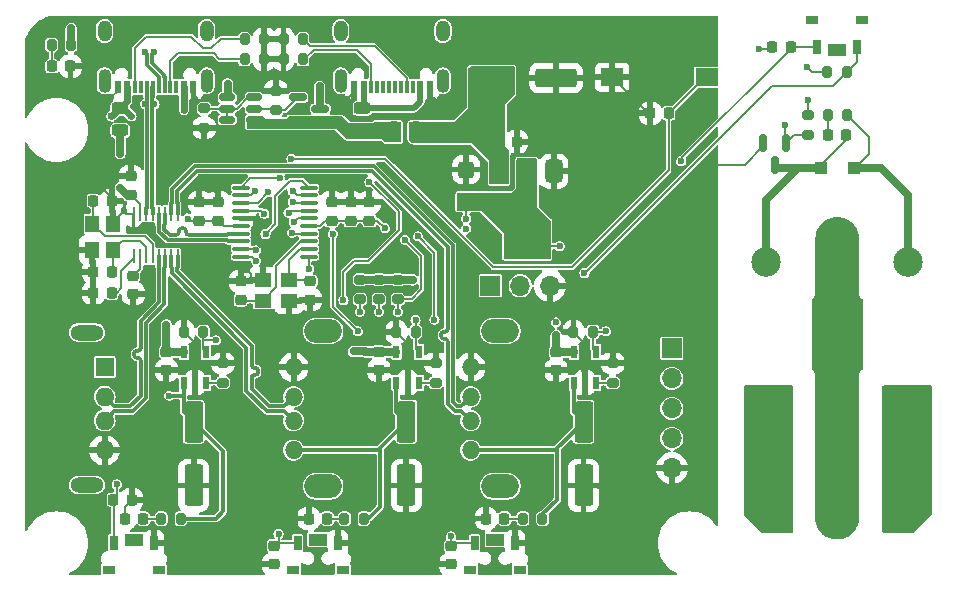
<source format=gtl>
G04 #@! TF.GenerationSoftware,KiCad,Pcbnew,8.0.2*
G04 #@! TF.CreationDate,2024-06-10T19:24:07+08:00*
G04 #@! TF.ProjectId,pppc_usb_hub,70707063-5f75-4736-925f-6875622e6b69,Rev3*
G04 #@! TF.SameCoordinates,Original*
G04 #@! TF.FileFunction,Copper,L1,Top*
G04 #@! TF.FilePolarity,Positive*
%FSLAX46Y46*%
G04 Gerber Fmt 4.6, Leading zero omitted, Abs format (unit mm)*
G04 Created by KiCad (PCBNEW 8.0.2) date 2024-06-10 19:24:07*
%MOMM*%
%LPD*%
G01*
G04 APERTURE LIST*
G04 Aperture macros list*
%AMRoundRect*
0 Rectangle with rounded corners*
0 $1 Rounding radius*
0 $2 $3 $4 $5 $6 $7 $8 $9 X,Y pos of 4 corners*
0 Add a 4 corners polygon primitive as box body*
4,1,4,$2,$3,$4,$5,$6,$7,$8,$9,$2,$3,0*
0 Add four circle primitives for the rounded corners*
1,1,$1+$1,$2,$3*
1,1,$1+$1,$4,$5*
1,1,$1+$1,$6,$7*
1,1,$1+$1,$8,$9*
0 Add four rect primitives between the rounded corners*
20,1,$1+$1,$2,$3,$4,$5,0*
20,1,$1+$1,$4,$5,$6,$7,0*
20,1,$1+$1,$6,$7,$8,$9,0*
20,1,$1+$1,$8,$9,$2,$3,0*%
G04 Aperture macros list end*
G04 #@! TA.AperFunction,SMDPad,CuDef*
%ADD10RoundRect,0.225000X0.225000X0.250000X-0.225000X0.250000X-0.225000X-0.250000X0.225000X-0.250000X0*%
G04 #@! TD*
G04 #@! TA.AperFunction,SMDPad,CuDef*
%ADD11RoundRect,0.200000X0.200000X0.275000X-0.200000X0.275000X-0.200000X-0.275000X0.200000X-0.275000X0*%
G04 #@! TD*
G04 #@! TA.AperFunction,SMDPad,CuDef*
%ADD12R,0.250000X1.200000*%
G04 #@! TD*
G04 #@! TA.AperFunction,SMDPad,CuDef*
%ADD13RoundRect,0.225000X0.250000X-0.225000X0.250000X0.225000X-0.250000X0.225000X-0.250000X-0.225000X0*%
G04 #@! TD*
G04 #@! TA.AperFunction,SMDPad,CuDef*
%ADD14R,0.600000X1.100000*%
G04 #@! TD*
G04 #@! TA.AperFunction,SMDPad,CuDef*
%ADD15RoundRect,0.250000X0.300000X0.300000X-0.300000X0.300000X-0.300000X-0.300000X0.300000X-0.300000X0*%
G04 #@! TD*
G04 #@! TA.AperFunction,SMDPad,CuDef*
%ADD16RoundRect,0.200000X0.275000X-0.200000X0.275000X0.200000X-0.275000X0.200000X-0.275000X-0.200000X0*%
G04 #@! TD*
G04 #@! TA.AperFunction,SMDPad,CuDef*
%ADD17RoundRect,0.200000X-0.275000X0.200000X-0.275000X-0.200000X0.275000X-0.200000X0.275000X0.200000X0*%
G04 #@! TD*
G04 #@! TA.AperFunction,SMDPad,CuDef*
%ADD18R,0.550000X1.100000*%
G04 #@! TD*
G04 #@! TA.AperFunction,SMDPad,CuDef*
%ADD19R,0.300000X1.100000*%
G04 #@! TD*
G04 #@! TA.AperFunction,ComponentPad*
%ADD20O,1.100000X2.000000*%
G04 #@! TD*
G04 #@! TA.AperFunction,ComponentPad*
%ADD21O,1.200000X1.800000*%
G04 #@! TD*
G04 #@! TA.AperFunction,SMDPad,CuDef*
%ADD22R,0.700000X1.200000*%
G04 #@! TD*
G04 #@! TA.AperFunction,SMDPad,CuDef*
%ADD23R,1.500000X1.000000*%
G04 #@! TD*
G04 #@! TA.AperFunction,SMDPad,CuDef*
%ADD24R,1.100000X0.700000*%
G04 #@! TD*
G04 #@! TA.AperFunction,SMDPad,CuDef*
%ADD25RoundRect,0.218750X-0.218750X-0.256250X0.218750X-0.256250X0.218750X0.256250X-0.218750X0.256250X0*%
G04 #@! TD*
G04 #@! TA.AperFunction,SMDPad,CuDef*
%ADD26RoundRect,0.225000X-0.250000X0.225000X-0.250000X-0.225000X0.250000X-0.225000X0.250000X0.225000X0*%
G04 #@! TD*
G04 #@! TA.AperFunction,ComponentPad*
%ADD27R,1.600000X1.600000*%
G04 #@! TD*
G04 #@! TA.AperFunction,ComponentPad*
%ADD28O,1.600000X1.600000*%
G04 #@! TD*
G04 #@! TA.AperFunction,ComponentPad*
%ADD29O,2.800000X1.300000*%
G04 #@! TD*
G04 #@! TA.AperFunction,SMDPad,CuDef*
%ADD30RoundRect,0.200000X-0.200000X-0.275000X0.200000X-0.275000X0.200000X0.275000X-0.200000X0.275000X0*%
G04 #@! TD*
G04 #@! TA.AperFunction,SMDPad,CuDef*
%ADD31R,1.200000X1.400000*%
G04 #@! TD*
G04 #@! TA.AperFunction,SMDPad,CuDef*
%ADD32RoundRect,0.150000X-0.150000X0.587500X-0.150000X-0.587500X0.150000X-0.587500X0.150000X0.587500X0*%
G04 #@! TD*
G04 #@! TA.AperFunction,SMDPad,CuDef*
%ADD33RoundRect,0.225000X-0.225000X-0.250000X0.225000X-0.250000X0.225000X0.250000X-0.225000X0.250000X0*%
G04 #@! TD*
G04 #@! TA.AperFunction,SMDPad,CuDef*
%ADD34RoundRect,0.150000X-0.512500X-0.150000X0.512500X-0.150000X0.512500X0.150000X-0.512500X0.150000X0*%
G04 #@! TD*
G04 #@! TA.AperFunction,ComponentPad*
%ADD35R,1.700000X1.700000*%
G04 #@! TD*
G04 #@! TA.AperFunction,ComponentPad*
%ADD36O,1.700000X1.700000*%
G04 #@! TD*
G04 #@! TA.AperFunction,SMDPad,CuDef*
%ADD37RoundRect,0.375000X-0.375000X0.625000X-0.375000X-0.625000X0.375000X-0.625000X0.375000X0.625000X0*%
G04 #@! TD*
G04 #@! TA.AperFunction,SMDPad,CuDef*
%ADD38RoundRect,0.500000X-1.400000X0.500000X-1.400000X-0.500000X1.400000X-0.500000X1.400000X0.500000X0*%
G04 #@! TD*
G04 #@! TA.AperFunction,SMDPad,CuDef*
%ADD39R,1.900000X1.500000*%
G04 #@! TD*
G04 #@! TA.AperFunction,ComponentPad*
%ADD40C,2.500000*%
G04 #@! TD*
G04 #@! TA.AperFunction,ComponentPad*
%ADD41C,3.000000*%
G04 #@! TD*
G04 #@! TA.AperFunction,ComponentPad*
%ADD42O,3.200000X2.000000*%
G04 #@! TD*
G04 #@! TA.AperFunction,ComponentPad*
%ADD43O,1.524000X1.524000*%
G04 #@! TD*
G04 #@! TA.AperFunction,SMDPad,CuDef*
%ADD44RoundRect,0.250000X-1.500000X-0.550000X1.500000X-0.550000X1.500000X0.550000X-1.500000X0.550000X0*%
G04 #@! TD*
G04 #@! TA.AperFunction,SMDPad,CuDef*
%ADD45RoundRect,0.150000X-0.587500X-0.150000X0.587500X-0.150000X0.587500X0.150000X-0.587500X0.150000X0*%
G04 #@! TD*
G04 #@! TA.AperFunction,SMDPad,CuDef*
%ADD46RoundRect,0.100000X0.637500X0.100000X-0.637500X0.100000X-0.637500X-0.100000X0.637500X-0.100000X0*%
G04 #@! TD*
G04 #@! TA.AperFunction,SMDPad,CuDef*
%ADD47RoundRect,0.250000X-0.550000X1.500000X-0.550000X-1.500000X0.550000X-1.500000X0.550000X1.500000X0*%
G04 #@! TD*
G04 #@! TA.AperFunction,ComponentPad*
%ADD48O,2.400000X2.400000*%
G04 #@! TD*
G04 #@! TA.AperFunction,SMDPad,CuDef*
%ADD49RoundRect,0.218750X0.218750X0.256250X-0.218750X0.256250X-0.218750X-0.256250X0.218750X-0.256250X0*%
G04 #@! TD*
G04 #@! TA.AperFunction,SMDPad,CuDef*
%ADD50R,1.400000X1.200000*%
G04 #@! TD*
G04 #@! TA.AperFunction,SMDPad,CuDef*
%ADD51RoundRect,0.250000X0.425000X-0.450000X0.425000X0.450000X-0.425000X0.450000X-0.425000X-0.450000X0*%
G04 #@! TD*
G04 #@! TA.AperFunction,SMDPad,CuDef*
%ADD52RoundRect,0.243750X-0.456250X0.243750X-0.456250X-0.243750X0.456250X-0.243750X0.456250X0.243750X0*%
G04 #@! TD*
G04 #@! TA.AperFunction,SMDPad,CuDef*
%ADD53RoundRect,0.250000X-0.250000X-0.475000X0.250000X-0.475000X0.250000X0.475000X-0.250000X0.475000X0*%
G04 #@! TD*
G04 #@! TA.AperFunction,ViaPad*
%ADD54C,0.600000*%
G04 #@! TD*
G04 #@! TA.AperFunction,Conductor*
%ADD55C,0.305000*%
G04 #@! TD*
G04 #@! TA.AperFunction,Conductor*
%ADD56C,0.200000*%
G04 #@! TD*
G04 #@! TA.AperFunction,Conductor*
%ADD57C,0.350000*%
G04 #@! TD*
G04 #@! TA.AperFunction,Conductor*
%ADD58C,0.700000*%
G04 #@! TD*
G04 #@! TA.AperFunction,Conductor*
%ADD59C,0.600000*%
G04 #@! TD*
G04 #@! TA.AperFunction,Conductor*
%ADD60C,0.500000*%
G04 #@! TD*
G04 APERTURE END LIST*
D10*
X173850000Y-83963500D03*
X172300000Y-83963500D03*
D11*
X137725000Y-123900000D03*
X136075000Y-123900000D03*
D12*
X121955000Y-98099900D03*
X121424900Y-98099900D03*
X120895000Y-98099900D03*
X120364900Y-98099900D03*
X119835100Y-98099900D03*
X119305000Y-98099900D03*
X118774900Y-98099900D03*
X118245000Y-98099900D03*
X118245000Y-101700100D03*
X118774900Y-101700100D03*
X119305000Y-101700100D03*
X119835100Y-101700100D03*
X120364900Y-101700100D03*
X120895000Y-101700100D03*
X121424900Y-101700100D03*
X121955000Y-101700100D03*
D13*
X138200000Y-98675000D03*
X138200000Y-97125000D03*
D11*
X132574000Y-83300000D03*
X130924000Y-83300000D03*
D14*
X140488000Y-112399900D03*
X141438000Y-112399900D03*
X142388000Y-112399900D03*
X142388000Y-109799700D03*
X140488000Y-109799700D03*
D11*
X152850000Y-123900000D03*
X151200000Y-123900000D03*
D13*
X136600000Y-98675000D03*
X136600000Y-97125000D03*
D15*
X179197500Y-94200000D03*
X176397500Y-94200000D03*
D10*
X163525000Y-89600000D03*
X161975000Y-89600000D03*
D16*
X125800000Y-112399900D03*
X125800000Y-110749900D03*
D17*
X140600000Y-105325000D03*
X140600000Y-103675000D03*
D11*
X124135500Y-108100000D03*
X122485500Y-108100000D03*
D10*
X116375000Y-104800000D03*
X114825000Y-104800000D03*
D18*
X123299000Y-87363500D03*
X122498900Y-87363500D03*
D19*
X121848900Y-87363500D03*
X121348800Y-87363500D03*
X120848900Y-87363500D03*
X120349100Y-87363500D03*
X119848900Y-87363500D03*
X119349100Y-87363500D03*
X118848900Y-87363500D03*
X118348800Y-87363500D03*
D18*
X117698800Y-87363500D03*
X116899000Y-87363500D03*
D20*
X124424000Y-86813600D03*
D21*
X124424000Y-82613500D03*
D20*
X115774000Y-86813600D03*
D21*
X115774000Y-82613500D03*
D11*
X132574000Y-85000000D03*
X130924000Y-85000000D03*
D14*
X122474500Y-112399900D03*
X123424500Y-112399900D03*
X124374500Y-112399900D03*
X124374500Y-109799700D03*
X122474500Y-109799700D03*
D22*
X116549900Y-125975000D03*
X119949900Y-125975000D03*
D23*
X118249900Y-125675000D03*
D24*
X116149800Y-128225000D03*
X120350000Y-128225000D03*
D25*
X117482400Y-123900000D03*
X119057400Y-123900000D03*
D17*
X124200000Y-89175000D03*
X124200000Y-90825000D03*
D26*
X154000000Y-109799700D03*
X154000000Y-111349700D03*
D14*
X155488000Y-112399900D03*
X156438000Y-112399900D03*
X157388000Y-112399900D03*
X157388000Y-109799700D03*
X155488000Y-109799700D03*
D27*
X115774000Y-111099900D03*
D28*
X115774000Y-113600000D03*
X115774000Y-115600000D03*
X115774000Y-118099900D03*
D29*
X114273800Y-108150000D03*
X114273800Y-121049800D03*
D30*
X127624000Y-83300000D03*
X129274000Y-83300000D03*
D31*
X114732784Y-98926800D03*
X114732784Y-101127000D03*
X116482784Y-101127000D03*
X116482784Y-98926800D03*
D17*
X139000000Y-105325000D03*
X139000000Y-103675000D03*
D32*
X173450000Y-92125000D03*
X171550000Y-92125000D03*
X172500000Y-94000000D03*
D11*
X112937500Y-83800000D03*
X111287500Y-83800000D03*
D16*
X175300000Y-91425000D03*
X175300000Y-89775000D03*
D33*
X149125000Y-92000000D03*
X150675000Y-92000000D03*
D11*
X122225000Y-123900000D03*
X120575000Y-123900000D03*
D16*
X143800000Y-112399900D03*
X143800000Y-110749900D03*
D34*
X126162500Y-88250000D03*
X126162500Y-89200000D03*
X126162500Y-90150000D03*
X128437500Y-90150000D03*
X128437500Y-89200000D03*
X128437500Y-88250000D03*
D10*
X116375000Y-103000000D03*
X114825000Y-103000000D03*
D26*
X145100000Y-126225000D03*
X145100000Y-127775000D03*
D35*
X163800000Y-109480000D03*
D36*
X163800000Y-112020000D03*
X163800000Y-114560000D03*
X163800000Y-117100000D03*
X163800000Y-119640000D03*
D37*
X153800000Y-94500000D03*
X151500000Y-94500000D03*
D38*
X151500000Y-100800000D03*
D37*
X149200000Y-94500000D03*
D39*
X166750000Y-86550000D03*
X158750000Y-86550000D03*
D40*
X183770000Y-102150000D03*
D41*
X183820000Y-114400000D03*
X171770000Y-114350000D03*
D40*
X171770000Y-102150000D03*
D41*
X177820000Y-100200000D03*
D42*
X134273800Y-108029900D03*
X134273800Y-121169900D03*
D43*
X131773600Y-111099800D03*
X131773600Y-113599100D03*
X131773600Y-115600700D03*
X131773600Y-118100000D03*
D44*
X148600000Y-86600000D03*
X154000000Y-86600000D03*
D45*
X132162500Y-88250000D03*
X132162500Y-90150000D03*
X134037500Y-89200000D03*
D26*
X121000000Y-109799700D03*
X121000000Y-111349700D03*
X130100000Y-126225000D03*
X130100000Y-127775000D03*
D13*
X127300000Y-105375000D03*
X127300000Y-103825000D03*
D25*
X133056500Y-123900000D03*
X134631500Y-123900000D03*
D26*
X133200000Y-103825000D03*
X133200000Y-105375000D03*
D46*
X133062500Y-101725000D03*
X133062500Y-101075000D03*
X133062500Y-100425000D03*
X133062500Y-99775000D03*
X133062500Y-99125000D03*
X133062500Y-98475000D03*
X133062500Y-97825000D03*
X133062500Y-97175000D03*
X133062500Y-96525000D03*
X133062500Y-95875000D03*
X127337500Y-95875000D03*
X127337500Y-96525000D03*
X127337500Y-97175000D03*
X127337500Y-97825000D03*
X127337500Y-98475000D03*
X127337500Y-99125000D03*
X127337500Y-99775000D03*
X127337500Y-100425000D03*
X127337500Y-101075000D03*
X127337500Y-101725000D03*
D26*
X139000000Y-109799700D03*
X139000000Y-111349700D03*
D47*
X156324000Y-115699900D03*
X156324000Y-121099900D03*
D48*
X172740000Y-123800000D03*
X177820000Y-123800000D03*
X182900000Y-123800000D03*
D33*
X114825000Y-97000000D03*
X116375000Y-97000000D03*
D11*
X142125000Y-108100000D03*
X140475000Y-108100000D03*
D43*
X146773600Y-118100000D03*
X146773600Y-115600700D03*
X146773600Y-113599100D03*
X146773600Y-111099800D03*
D42*
X149273800Y-121169900D03*
X149273800Y-108029900D03*
D11*
X157125000Y-108100000D03*
X155475000Y-108100000D03*
X178645000Y-89700000D03*
X176995000Y-89700000D03*
D49*
X112887500Y-85600000D03*
X111312500Y-85600000D03*
D13*
X125400000Y-98675000D03*
X125400000Y-97125000D03*
D22*
X147124000Y-125975000D03*
X150524000Y-125975000D03*
D23*
X148824000Y-125675000D03*
D24*
X146723900Y-128225000D03*
X150924100Y-128225000D03*
D50*
X131360700Y-103700000D03*
X129160500Y-103700000D03*
X129160500Y-105450000D03*
X131360700Y-105450000D03*
D51*
X146400000Y-97050000D03*
X146400000Y-94350000D03*
D16*
X130265000Y-89325000D03*
X130265000Y-87675000D03*
D30*
X127624000Y-85000000D03*
X129274000Y-85000000D03*
D47*
X123310500Y-115699900D03*
X123310500Y-121099900D03*
D49*
X178587500Y-91400000D03*
X177012500Y-91400000D03*
D25*
X148056500Y-123900000D03*
X149631500Y-123900000D03*
D18*
X143299000Y-87363500D03*
X142498900Y-87363500D03*
D19*
X141848900Y-87363500D03*
X141348800Y-87363500D03*
X140848900Y-87363500D03*
X140349100Y-87363500D03*
X139848900Y-87363500D03*
X139349100Y-87363500D03*
X138848900Y-87363500D03*
X138348800Y-87363500D03*
D18*
X137698800Y-87363500D03*
X136899000Y-87363500D03*
D20*
X144424000Y-86813600D03*
D21*
X144424000Y-82613500D03*
D20*
X135774000Y-86813600D03*
D21*
X135774000Y-82613500D03*
D52*
X117100000Y-89162500D03*
X117100000Y-91037500D03*
D53*
X140250000Y-91037500D03*
X142150000Y-91037500D03*
D11*
X178625000Y-86100000D03*
X176975000Y-86100000D03*
D26*
X118200000Y-103325000D03*
X118200000Y-104875000D03*
D13*
X135000000Y-98675000D03*
X135000000Y-97125000D03*
D35*
X148420000Y-104200000D03*
D36*
X150960000Y-104200000D03*
X153500000Y-104200000D03*
D22*
X179500000Y-83963500D03*
X176100000Y-83963500D03*
D23*
X177800000Y-84263500D03*
D24*
X179900100Y-81713500D03*
X175699900Y-81713500D03*
D16*
X158800000Y-112399900D03*
X158800000Y-110749900D03*
D33*
X116525000Y-122300000D03*
X118075000Y-122300000D03*
D13*
X123800000Y-98675000D03*
X123800000Y-97125000D03*
D47*
X141324000Y-115699900D03*
X141324000Y-121099900D03*
D17*
X137400000Y-105325000D03*
X137400000Y-103675000D03*
D52*
X137600000Y-89162500D03*
X137600000Y-91037500D03*
D13*
X118000000Y-96475000D03*
X118000000Y-94925000D03*
D22*
X132124000Y-125975000D03*
X135524000Y-125975000D03*
D23*
X133824000Y-125675000D03*
D24*
X131723900Y-128225000D03*
X135924100Y-128225000D03*
D54*
X151500000Y-126000000D03*
X136400000Y-126000000D03*
X120900000Y-126000000D03*
X171150000Y-84150000D03*
X175250000Y-85650000D03*
X136850000Y-109750000D03*
X121250000Y-113500000D03*
X164600000Y-93650000D03*
X136300000Y-88400000D03*
X142000000Y-83200000D03*
X143600000Y-88450000D03*
X128850000Y-127750000D03*
X166500000Y-122400000D03*
X110450000Y-87250000D03*
X165150000Y-92100000D03*
X127800000Y-102850000D03*
X163850000Y-103250000D03*
X112800000Y-122250000D03*
X143800000Y-94600000D03*
X158700000Y-118150000D03*
X160950000Y-113500000D03*
X126050000Y-105550000D03*
X129000000Y-118050000D03*
X120850000Y-94100000D03*
X166700000Y-112950000D03*
X157300000Y-126450000D03*
X141400000Y-126850000D03*
X119500000Y-104650000D03*
X114450000Y-84250000D03*
X154050000Y-88300000D03*
X166550000Y-116400000D03*
X142800000Y-121100000D03*
X113300000Y-112200000D03*
X142750000Y-105600000D03*
X156400000Y-111200000D03*
X124800000Y-95900000D03*
X110400000Y-115500000D03*
X157750000Y-121150000D03*
X116350000Y-88250000D03*
X141500000Y-111100000D03*
X134000000Y-82350000D03*
X117400000Y-97900000D03*
X143350000Y-117350000D03*
X147450000Y-82550000D03*
X122950000Y-127500000D03*
X141800000Y-94000000D03*
X110500000Y-118650000D03*
X123800000Y-95900000D03*
X139300000Y-125500000D03*
X134300000Y-105400000D03*
X117050000Y-84600000D03*
X132000000Y-123950000D03*
X114850000Y-123300000D03*
X158000000Y-97350000D03*
X155350000Y-94600000D03*
X158750000Y-94000000D03*
X166200000Y-89500000D03*
X110850000Y-95400000D03*
X118050000Y-94000000D03*
X127550000Y-126150000D03*
X161200000Y-100100000D03*
X160650000Y-108150000D03*
X158500000Y-83100000D03*
X133900000Y-91900000D03*
X122500000Y-106800000D03*
X128300000Y-123800000D03*
X110350000Y-122200000D03*
X157400000Y-89450000D03*
X123450000Y-88350000D03*
X151650000Y-84000000D03*
X125250000Y-126350000D03*
X113600000Y-104750000D03*
X121750000Y-121100000D03*
X166950000Y-93950000D03*
X138250000Y-82600000D03*
X164150000Y-122450000D03*
X147050000Y-123900000D03*
X113600000Y-103000000D03*
X118100000Y-121050000D03*
X111250000Y-99450000D03*
X166650000Y-119750000D03*
X122100000Y-82200000D03*
X175300000Y-88500000D03*
X166450000Y-105350000D03*
X113100000Y-110550000D03*
X115550000Y-95950000D03*
X114800000Y-127900000D03*
X117800000Y-82300000D03*
X129250000Y-107850000D03*
X134500000Y-85500000D03*
X121300000Y-92550000D03*
X111250000Y-103800000D03*
X139100000Y-127500000D03*
X124350000Y-92350000D03*
X158750000Y-95350000D03*
X123400000Y-111200000D03*
X121750000Y-118250000D03*
X118450000Y-93050000D03*
X157700000Y-104300000D03*
X112500000Y-116750000D03*
X156450000Y-96050000D03*
X143200000Y-124350000D03*
X156550000Y-82600000D03*
X161200000Y-125500000D03*
X161850000Y-127800000D03*
X166350000Y-83350000D03*
X128600000Y-98800000D03*
X143950000Y-119200000D03*
X155150000Y-125550000D03*
X129050000Y-92050000D03*
X126450000Y-93100000D03*
X161150000Y-117300000D03*
X161950000Y-123350000D03*
X113300000Y-101100000D03*
X159200000Y-123600000D03*
X143750000Y-91100000D03*
X147500000Y-91100000D03*
X145625000Y-91100000D03*
X141850000Y-103700000D03*
X154000000Y-107299900D03*
X137800000Y-109750000D03*
X117100000Y-95900000D03*
X183770000Y-96470000D03*
X112950000Y-82400000D03*
X121000000Y-108599900D03*
X121000000Y-107499900D03*
X154000000Y-108399900D03*
X129300000Y-98100000D03*
X116800000Y-121000000D03*
X135100000Y-99800000D03*
X131800000Y-98800000D03*
X130500000Y-125200000D03*
X137200000Y-108050000D03*
X143700000Y-107050000D03*
X131350000Y-98000000D03*
X142300000Y-100000000D03*
X145100000Y-125400000D03*
X139500000Y-99300000D03*
X154300000Y-100850000D03*
X146400000Y-99350000D03*
X122800000Y-98500000D03*
X146400000Y-98500000D03*
X131650000Y-99700000D03*
X131600000Y-93450000D03*
X134000000Y-87300000D03*
X134000000Y-88200000D03*
X117100000Y-93000000D03*
X126200000Y-87100000D03*
X117100000Y-92200000D03*
X118050000Y-89850000D03*
X122500000Y-88450000D03*
X122500000Y-89300000D03*
X116350000Y-89850000D03*
X119199000Y-88800000D03*
X119199000Y-84400000D03*
X119999000Y-84400000D03*
X119999000Y-88800000D03*
X183820000Y-118519999D03*
X183820000Y-117059999D03*
X183820000Y-119979999D03*
X183820000Y-121439999D03*
X177800000Y-111586662D03*
X177800000Y-115266660D03*
X177800000Y-107906664D03*
X177800000Y-112813328D03*
X177800000Y-118946658D03*
X177800000Y-117719992D03*
X177800000Y-106679998D03*
X177800000Y-120173324D03*
X177800000Y-121400000D03*
X177800000Y-116493326D03*
X177800000Y-103000000D03*
X177800000Y-110359996D03*
X177800000Y-105453332D03*
X177800000Y-114039994D03*
X177800000Y-104226666D03*
X177800000Y-109133330D03*
X171770000Y-121429999D03*
X171770000Y-119959999D03*
X171770000Y-117019999D03*
X171770000Y-118489999D03*
X131700000Y-96200000D03*
X131700000Y-97100000D03*
X128600000Y-101200000D03*
X128600000Y-102100000D03*
X173400000Y-90600000D03*
X129650000Y-96250000D03*
X125200000Y-108800000D03*
X137400000Y-106400000D03*
X129400000Y-99800000D03*
X130600000Y-95095500D03*
X142100000Y-107100000D03*
X136000000Y-105400000D03*
X138200000Y-95400000D03*
X139000000Y-106400000D03*
X140600000Y-106400000D03*
X141200000Y-100300000D03*
X128500000Y-96200000D03*
X158200000Y-108050000D03*
X156400000Y-103100000D03*
X133100000Y-102800000D03*
D55*
X121905950Y-96149522D02*
X121905950Y-97150849D01*
X138379089Y-94484561D02*
X123570911Y-94484561D01*
X145988801Y-114815901D02*
X145460429Y-114815901D01*
X144834000Y-100939472D02*
X138379089Y-94484561D01*
X123570911Y-94484561D02*
X121905950Y-96149522D01*
X144834000Y-107714472D02*
X144834000Y-107550000D01*
X121905950Y-97150849D02*
X121955000Y-97199899D01*
X144834000Y-107834472D02*
X144834000Y-107714472D01*
X144510052Y-108074472D02*
X144594000Y-108074472D01*
X144834000Y-107550000D02*
X144834000Y-100939472D01*
X144594000Y-108674472D02*
X144510052Y-108674472D01*
X144834000Y-114189472D02*
X144834000Y-108914472D01*
X121955000Y-97199899D02*
X121955000Y-98099900D01*
X146773600Y-115600700D02*
X145988801Y-114815901D01*
X144270052Y-108434472D02*
X144270052Y-108314472D01*
X145460429Y-114815901D02*
X144834000Y-114189472D01*
X144594000Y-108074472D02*
G75*
G03*
X144833972Y-107834472I0J239972D01*
G01*
X144510052Y-108674472D02*
G75*
G02*
X144270128Y-108434472I48J239972D01*
G01*
X144270052Y-108314472D02*
G75*
G02*
X144510052Y-108074452I240048J-28D01*
G01*
X144834000Y-108914472D02*
G75*
G03*
X144594000Y-108674500I-240000J-28D01*
G01*
D56*
X143700000Y-101400000D02*
X142300000Y-100000000D01*
X143700000Y-107050000D02*
X143700000Y-101400000D01*
D55*
X128216000Y-109260528D02*
X121905950Y-102950478D01*
X128216000Y-110772704D02*
X128216000Y-110650000D01*
X121905950Y-102649151D02*
X121955000Y-102600101D01*
X121905950Y-102950478D02*
X121905950Y-102649151D01*
X128216000Y-112910528D02*
X128216000Y-111972704D01*
X128216000Y-110892704D02*
X128216000Y-110772704D01*
X128779884Y-111492704D02*
X128779884Y-111372704D01*
X128539884Y-111132704D02*
X128456000Y-111132704D01*
X128456000Y-111732704D02*
X128539884Y-111732704D01*
X121955000Y-102600101D02*
X121955000Y-101700100D01*
X130988801Y-114383899D02*
X129689371Y-114383899D01*
X131773600Y-113599100D02*
X130988801Y-114383899D01*
X129689371Y-114383899D02*
X128216000Y-112910528D01*
X128216000Y-110650000D02*
X128216000Y-109260528D01*
X128539884Y-111732704D02*
G75*
G03*
X128779904Y-111492704I16J240004D01*
G01*
X128779884Y-111372704D02*
G75*
G03*
X128539884Y-111132716I-239984J4D01*
G01*
X128456000Y-111132704D02*
G75*
G02*
X128215996Y-110892704I0J240004D01*
G01*
X128216000Y-111972704D02*
G75*
G02*
X128456000Y-111732700I240000J4D01*
G01*
X118834000Y-113510528D02*
X117960529Y-114383999D01*
X118834000Y-110641762D02*
X118834000Y-110950000D01*
X118834000Y-110950000D02*
X118834000Y-113510528D01*
X120413950Y-105580578D02*
X118834000Y-107160528D01*
X118510158Y-110281762D02*
X118594000Y-110281762D01*
X117960529Y-114383999D02*
X116557999Y-114383999D01*
X116557999Y-114383999D02*
X115774000Y-113600000D01*
X120364900Y-102600101D02*
X120413950Y-102649151D01*
X118834000Y-110521762D02*
X118834000Y-110641762D01*
X118594000Y-109681762D02*
X118510158Y-109681762D01*
X118834000Y-107160528D02*
X118834000Y-109441762D01*
X120413950Y-102649151D02*
X120413950Y-105580578D01*
X118270158Y-109921762D02*
X118270158Y-110041762D01*
X120364900Y-101700100D02*
X120364900Y-102600101D01*
X118270158Y-110041762D02*
G75*
G03*
X118510158Y-110281842I240042J-38D01*
G01*
X118594000Y-110281762D02*
G75*
G02*
X118834038Y-110521762I0J-240038D01*
G01*
X118834000Y-109441762D02*
G75*
G02*
X118594000Y-109681800I-240000J-38D01*
G01*
X118510158Y-109681762D02*
G75*
G03*
X118270162Y-109921762I42J-240038D01*
G01*
D56*
X151475000Y-125975000D02*
X151500000Y-126000000D01*
X150524000Y-125975000D02*
X151475000Y-125975000D01*
X145350000Y-125975000D02*
X145100000Y-126225000D01*
X147124000Y-125975000D02*
X145350000Y-125975000D01*
X136375000Y-125975000D02*
X136400000Y-126000000D01*
X135524000Y-125975000D02*
X136375000Y-125975000D01*
X130350000Y-125975000D02*
X130100000Y-126225000D01*
X132124000Y-125975000D02*
X130350000Y-125975000D01*
X120875000Y-125975000D02*
X120900000Y-126000000D01*
X119949900Y-125975000D02*
X120875000Y-125975000D01*
X116549900Y-122324900D02*
X116525000Y-122300000D01*
X116549900Y-125975000D02*
X116549900Y-122324900D01*
X179500000Y-85225000D02*
X179500000Y-83963500D01*
X178625000Y-86100000D02*
X179500000Y-85225000D01*
X173850000Y-84150000D02*
X173850000Y-83963500D01*
X164600000Y-93650000D02*
X164600000Y-93400000D01*
X164600000Y-93400000D02*
X173850000Y-84150000D01*
X173850000Y-83963500D02*
X176100000Y-83963500D01*
X145100000Y-125400000D02*
X145100000Y-126225000D01*
X171550000Y-92400000D02*
X171550000Y-92125000D01*
X170000000Y-93950000D02*
X171550000Y-92400000D01*
X166950000Y-93950000D02*
X170000000Y-93950000D01*
D57*
X153923900Y-118100000D02*
X146773600Y-118100000D01*
X156324000Y-115699900D02*
X153923900Y-118100000D01*
X138923900Y-118100000D02*
X131773600Y-118100000D01*
X141324000Y-115699900D02*
X138923900Y-118100000D01*
D56*
X172300000Y-84150000D02*
X171150000Y-84150000D01*
X175700000Y-86100000D02*
X175250000Y-85650000D01*
X176975000Y-86100000D02*
X175700000Y-86100000D01*
D55*
X145988801Y-114383899D02*
X146773600Y-113599100D01*
X145639371Y-114383899D02*
X145988801Y-114383899D01*
X145266000Y-114010528D02*
X145639371Y-114383899D01*
X145266000Y-100760528D02*
X145266000Y-114010528D01*
X138558033Y-94052561D02*
X145266000Y-100760528D01*
X121473950Y-97150849D02*
X121473950Y-95970578D01*
X121424900Y-98099900D02*
X121424900Y-97199899D01*
X123391967Y-94052561D02*
X138558033Y-94052561D01*
X121424900Y-97199899D02*
X121473950Y-97150849D01*
X121473950Y-95970578D02*
X123391967Y-94052561D01*
X130988801Y-114815901D02*
X131773600Y-115600700D01*
X127784000Y-113089472D02*
X129510429Y-114815901D01*
X121473950Y-103129422D02*
X127784000Y-109439472D01*
X121424900Y-102600101D02*
X121473950Y-102649151D01*
X121424900Y-101700100D02*
X121424900Y-102600101D01*
X121473950Y-102649151D02*
X121473950Y-103129422D01*
X127784000Y-109439472D02*
X127784000Y-113089472D01*
X129510429Y-114815901D02*
X130988801Y-114815901D01*
D56*
X135100800Y-99800800D02*
X135100000Y-99800000D01*
X135100800Y-105950800D02*
X135100800Y-99800800D01*
X137200000Y-108050000D02*
X135100800Y-105950800D01*
D58*
X137800000Y-109750000D02*
X136850000Y-109750000D01*
D57*
X122424500Y-113500000D02*
X122474500Y-113450000D01*
X121250000Y-113500000D02*
X122424500Y-113500000D01*
X122474500Y-113450000D02*
X122474500Y-114863900D01*
X122474500Y-112399900D02*
X122474500Y-113450000D01*
D55*
X116557999Y-114816001D02*
X115774000Y-115600000D01*
X118139471Y-114816001D02*
X116557999Y-114816001D01*
X119266000Y-113689472D02*
X118139471Y-114816001D01*
X120845950Y-102649151D02*
X120845950Y-105759522D01*
X120895000Y-102600101D02*
X120845950Y-102649151D01*
X120895000Y-101700100D02*
X120895000Y-102600101D01*
X119266000Y-107339472D02*
X119266000Y-113689472D01*
X120845950Y-105759522D02*
X119266000Y-107339472D01*
D56*
X123400000Y-111200000D02*
X123400000Y-109014500D01*
X125400000Y-96500000D02*
X124800000Y-95900000D01*
X116899000Y-87363500D02*
X116899000Y-87701000D01*
X156400000Y-109025000D02*
X155475000Y-108100000D01*
X117482400Y-123900000D02*
X117482400Y-122892600D01*
X116482784Y-98817216D02*
X117400000Y-97900000D01*
X153800000Y-94500000D02*
X155250000Y-94500000D01*
X118245000Y-98099900D02*
X117599900Y-98099900D01*
X141500000Y-111100000D02*
X141500000Y-109125000D01*
X129160500Y-103700000D02*
X128150000Y-103700000D01*
X119275000Y-104875000D02*
X119500000Y-104650000D01*
X116482784Y-97107784D02*
X116375000Y-97000000D01*
X121750100Y-121099900D02*
X121750000Y-121100000D01*
X114825000Y-104800000D02*
X113650000Y-104800000D01*
X122485500Y-108100000D02*
X122485500Y-106814500D01*
X142799900Y-121099900D02*
X142800000Y-121100000D01*
X136899000Y-87801000D02*
X136300000Y-88400000D01*
X132050000Y-123900000D02*
X132000000Y-123950000D01*
X156324000Y-121099900D02*
X157699900Y-121099900D01*
X161975000Y-89600000D02*
X161800000Y-89600000D01*
X141438000Y-111162000D02*
X141500000Y-111100000D01*
X128875000Y-127775000D02*
X128850000Y-127750000D01*
X123400000Y-109014500D02*
X122485500Y-108100000D01*
X161800000Y-89600000D02*
X158750000Y-86550000D01*
X123299000Y-87363500D02*
X123299000Y-88199000D01*
X114825000Y-103000000D02*
X113600000Y-103000000D01*
X175300000Y-89775000D02*
X175300000Y-88500000D01*
X128150000Y-103700000D02*
X128150000Y-103200000D01*
X141324000Y-121099900D02*
X142799900Y-121099900D01*
X116482784Y-98926800D02*
X116482784Y-98817216D01*
X118075000Y-121075000D02*
X118100000Y-121050000D01*
X127425000Y-103700000D02*
X127300000Y-103825000D01*
X117599900Y-98099900D02*
X117400000Y-97900000D01*
X116899000Y-87701000D02*
X116350000Y-88250000D01*
X134275000Y-105375000D02*
X134300000Y-105400000D01*
X113650000Y-104800000D02*
X113600000Y-104750000D01*
X131360700Y-105450000D02*
X133125000Y-105450000D01*
X123424500Y-112399900D02*
X123424500Y-111224500D01*
X143299000Y-87363500D02*
X143299000Y-88149000D01*
X116375000Y-96775000D02*
X116375000Y-97000000D01*
X136899000Y-87363500D02*
X136899000Y-87801000D01*
X118050000Y-94000000D02*
X118050000Y-94875000D01*
X118075000Y-122300000D02*
X118075000Y-121075000D01*
X125400000Y-97125000D02*
X125400000Y-96500000D01*
X155250000Y-94500000D02*
X155350000Y-94600000D01*
X141438000Y-112399900D02*
X141438000Y-111162000D01*
X143299000Y-88149000D02*
X143600000Y-88450000D01*
X156438000Y-111238000D02*
X156400000Y-111200000D01*
X123299000Y-88199000D02*
X123450000Y-88350000D01*
X128600000Y-98800000D02*
X128275000Y-98475000D01*
X128275000Y-98475000D02*
X127337500Y-98475000D01*
X123800000Y-97125000D02*
X123800000Y-95900000D01*
X116482784Y-98926800D02*
X116482784Y-97107784D01*
X114732784Y-101127000D02*
X113327000Y-101127000D01*
X133125000Y-105450000D02*
X133200000Y-105375000D01*
X141500000Y-109125000D02*
X140475000Y-108100000D01*
X123424500Y-111224500D02*
X123400000Y-111200000D01*
X115550000Y-95950000D02*
X116375000Y-96775000D01*
X154000000Y-88250000D02*
X154050000Y-88300000D01*
X113327000Y-101127000D02*
X113300000Y-101100000D01*
X156400000Y-111200000D02*
X156400000Y-109025000D01*
X117482400Y-122892600D02*
X118075000Y-122300000D01*
X148056500Y-123900000D02*
X147050000Y-123900000D01*
X157699900Y-121099900D02*
X157750000Y-121150000D01*
X128150000Y-103700000D02*
X127425000Y-103700000D01*
X133056500Y-123900000D02*
X132050000Y-123900000D01*
X156438000Y-112399900D02*
X156438000Y-111238000D01*
X118050000Y-94875000D02*
X118000000Y-94925000D01*
X130100000Y-127775000D02*
X128875000Y-127775000D01*
X118200000Y-104875000D02*
X119275000Y-104875000D01*
X128150000Y-103200000D02*
X127800000Y-102850000D01*
X154000000Y-86600000D02*
X154000000Y-88250000D01*
X123310500Y-121099900D02*
X121750100Y-121099900D01*
X122485500Y-106814500D02*
X122500000Y-106800000D01*
X133200000Y-105375000D02*
X134275000Y-105375000D01*
D58*
X155488000Y-109799700D02*
X154000000Y-109799700D01*
X141825000Y-103675000D02*
X141850000Y-103700000D01*
X140600000Y-103675000D02*
X141825000Y-103675000D01*
X183770000Y-102150000D02*
X183770000Y-96470000D01*
X122474500Y-109799700D02*
X121000000Y-109799700D01*
X139000000Y-109799700D02*
X137849700Y-109799700D01*
X181500000Y-94200000D02*
X179197500Y-94200000D01*
X117675000Y-96475000D02*
X117100000Y-95900000D01*
D56*
X179300000Y-94200000D02*
X180500000Y-93000000D01*
D58*
X137400000Y-103675000D02*
X140600000Y-103675000D01*
D56*
X180500000Y-93000000D02*
X180500000Y-91555000D01*
D58*
X140488000Y-109799700D02*
X139000000Y-109799700D01*
X183770000Y-96470000D02*
X181500000Y-94200000D01*
D56*
X118774900Y-97249900D02*
X118774900Y-98099900D01*
X179197500Y-94200000D02*
X179300000Y-94200000D01*
D58*
X121000000Y-108599900D02*
X121000000Y-107499900D01*
X112937500Y-82412500D02*
X112950000Y-82400000D01*
X137849700Y-109799700D02*
X137800000Y-109750000D01*
D56*
X118000000Y-96475000D02*
X118774900Y-97249900D01*
D58*
X112937500Y-83800000D02*
X112937500Y-82412500D01*
D56*
X180500000Y-91555000D02*
X178645000Y-89700000D01*
D58*
X154000000Y-109799700D02*
X154000000Y-108399900D01*
X118000000Y-96475000D02*
X117675000Y-96475000D01*
X121000000Y-109799700D02*
X121000000Y-108599900D01*
D56*
X116800000Y-122025000D02*
X116525000Y-122300000D01*
X116800000Y-121000000D02*
X116800000Y-122025000D01*
X129300000Y-98100000D02*
X129025000Y-97825000D01*
X129025000Y-97825000D02*
X127337500Y-97825000D01*
X130500000Y-125200000D02*
X130500000Y-125825000D01*
X130500000Y-125825000D02*
X130100000Y-126225000D01*
X132125000Y-98475000D02*
X133062500Y-98475000D01*
X131800000Y-98800000D02*
X132125000Y-98475000D01*
X114825000Y-97000000D02*
X114825000Y-98834584D01*
X115805984Y-100000000D02*
X119200000Y-100000000D01*
X119835100Y-100635100D02*
X119835100Y-101700100D01*
X119200000Y-100000000D02*
X119835100Y-100635100D01*
X114825000Y-98834584D02*
X114732784Y-98926800D01*
X114732784Y-98926800D02*
X115805984Y-100000000D01*
X116482784Y-102892216D02*
X116375000Y-103000000D01*
X119305000Y-100905000D02*
X118800000Y-100400000D01*
X116482784Y-101127000D02*
X116482784Y-102892216D01*
X118800000Y-100400000D02*
X117209784Y-100400000D01*
X119305000Y-101700100D02*
X119305000Y-100905000D01*
X117209784Y-100400000D02*
X116482784Y-101127000D01*
X117200000Y-102900000D02*
X117200000Y-104400000D01*
X118245000Y-101855000D02*
X117200000Y-102900000D01*
X118245000Y-101700100D02*
X118245000Y-101855000D01*
X116800000Y-104800000D02*
X116375000Y-104800000D01*
X117200000Y-104400000D02*
X116800000Y-104800000D01*
X118774900Y-101700100D02*
X118774900Y-102750100D01*
X118774900Y-102750100D02*
X118200000Y-103325000D01*
X131350000Y-98000000D02*
X131525000Y-97825000D01*
X131525000Y-97825000D02*
X133062500Y-97825000D01*
D57*
X125800000Y-123300000D02*
X125800000Y-118189400D01*
X122474500Y-114863900D02*
X123310500Y-115699900D01*
X125200000Y-123900000D02*
X125800000Y-123300000D01*
X125800000Y-118189400D02*
X123310500Y-115699900D01*
X122225000Y-123900000D02*
X125200000Y-123900000D01*
X139100000Y-117923900D02*
X139100000Y-122900000D01*
X138100000Y-123900000D02*
X137725000Y-123900000D01*
X139100000Y-122900000D02*
X138100000Y-123900000D01*
X141324000Y-115699900D02*
X139100000Y-117923900D01*
X140488000Y-112399900D02*
X140488000Y-114863900D01*
X140488000Y-114863900D02*
X141324000Y-115699900D01*
X155488000Y-114863900D02*
X156324000Y-115699900D01*
X152850000Y-123900000D02*
X152850000Y-123550000D01*
X155488000Y-112399900D02*
X155488000Y-114863900D01*
X152850000Y-123550000D02*
X154100000Y-122300000D01*
X154100000Y-122300000D02*
X154100000Y-117923900D01*
X154100000Y-117923900D02*
X156324000Y-115699900D01*
D56*
X154250000Y-100800000D02*
X154300000Y-100850000D01*
X146400000Y-97050000D02*
X146400000Y-98500000D01*
X125850000Y-99125000D02*
X125400000Y-98675000D01*
X134425000Y-98675000D02*
X133975000Y-99125000D01*
X135000000Y-98675000D02*
X134425000Y-98675000D01*
X133975000Y-99125000D02*
X133062500Y-99125000D01*
X127337500Y-99125000D02*
X125850000Y-99125000D01*
X138200000Y-98675000D02*
X135000000Y-98675000D01*
X138200000Y-98675000D02*
X138875000Y-98675000D01*
X151500000Y-100800000D02*
X154250000Y-100800000D01*
X122975000Y-98675000D02*
X122800000Y-98500000D01*
X138875000Y-98675000D02*
X139500000Y-99300000D01*
X123800000Y-98675000D02*
X125400000Y-98675000D01*
X123800000Y-98675000D02*
X122975000Y-98675000D01*
X133062500Y-101075000D02*
X132325001Y-101075000D01*
X131360700Y-102039301D02*
X131360700Y-103700000D01*
X132325001Y-101075000D02*
X131360700Y-102039301D01*
X133075000Y-103700000D02*
X133200000Y-103825000D01*
X131360700Y-103700000D02*
X133075000Y-103700000D01*
X127375000Y-105450000D02*
X127300000Y-105375000D01*
X129160500Y-105450000D02*
X127375000Y-105450000D01*
X130300000Y-104310500D02*
X129160500Y-105450000D01*
X130300000Y-102500000D02*
X130300000Y-104310500D01*
X133062500Y-100425000D02*
X132375000Y-100425000D01*
X132375000Y-100425000D02*
X130300000Y-102500000D01*
X148700000Y-102600000D02*
X139550000Y-93450000D01*
X155350000Y-102600000D02*
X148700000Y-102600000D01*
X163525000Y-94425000D02*
X155500000Y-102450000D01*
X133062500Y-99775000D02*
X131725000Y-99775000D01*
X131725000Y-99775000D02*
X131650000Y-99700000D01*
X166700000Y-86600000D02*
X166525000Y-86600000D01*
X166750000Y-86550000D02*
X166700000Y-86600000D01*
X155500000Y-102450000D02*
X155350000Y-102600000D01*
X163525000Y-89600000D02*
X163525000Y-94425000D01*
X148700000Y-102600000D02*
X148650000Y-102600000D01*
X139550000Y-93450000D02*
X131600000Y-93450000D01*
X166525000Y-86600000D02*
X163525000Y-89600000D01*
X178587500Y-91400000D02*
X178587500Y-91812500D01*
X178587500Y-91812500D02*
X176397500Y-94002500D01*
D58*
X174500000Y-94200000D02*
X176397500Y-94200000D01*
X172700000Y-94200000D02*
X172500000Y-94000000D01*
X176397500Y-94200000D02*
X172700000Y-94200000D01*
D56*
X176397500Y-94002500D02*
X176397500Y-94200000D01*
D58*
X171770000Y-96930000D02*
X174500000Y-94200000D01*
X171770000Y-102150000D02*
X171770000Y-96930000D01*
D56*
X111287500Y-83800000D02*
X111287500Y-85575000D01*
X111287500Y-85575000D02*
X111312500Y-85600000D01*
X119057400Y-123900000D02*
X120575000Y-123900000D01*
X134631500Y-123900000D02*
X136075000Y-123900000D01*
X149631500Y-123900000D02*
X151200000Y-123900000D01*
X177012500Y-91400000D02*
X177012500Y-89717500D01*
X177012500Y-89717500D02*
X176995000Y-89700000D01*
D58*
X134000000Y-89162500D02*
X134037500Y-89200000D01*
X126200000Y-88212500D02*
X126162500Y-88250000D01*
X117100000Y-93000000D02*
X117100000Y-91037500D01*
X126200000Y-87100000D02*
X126200000Y-88212500D01*
X134000000Y-88200000D02*
X134000000Y-87300000D01*
X134000000Y-88200000D02*
X134000000Y-89162500D01*
D59*
X122498900Y-89298900D02*
X122500000Y-89300000D01*
X117362500Y-89162500D02*
X118050000Y-89850000D01*
X117698800Y-87363500D02*
X117698800Y-88563700D01*
X122498900Y-87363500D02*
X122498900Y-89298900D01*
X117100000Y-89162500D02*
X117362500Y-89162500D01*
X117037500Y-89162500D02*
X117100000Y-89162500D01*
X116350000Y-89850000D02*
X117037500Y-89162500D01*
X117698800Y-88563700D02*
X117100000Y-89162500D01*
D60*
X142500000Y-88600000D02*
X141937500Y-89162500D01*
X142500000Y-88002200D02*
X142500000Y-88600000D01*
X137698800Y-87363500D02*
X137698800Y-89063700D01*
X137698800Y-89063700D02*
X137600000Y-89162500D01*
X142498900Y-87363500D02*
X142498900Y-88001100D01*
X142498900Y-88001100D02*
X142500000Y-88002200D01*
X141937500Y-89162500D02*
X137600000Y-89162500D01*
D55*
X119382999Y-85488471D02*
X119382999Y-84583999D01*
X119349100Y-87363500D02*
X119349100Y-88188501D01*
X119349100Y-87363500D02*
X119382999Y-87397399D01*
X119383000Y-97000000D02*
X119354050Y-97028950D01*
X119382999Y-87397399D02*
X119382999Y-88616001D01*
X119354050Y-97028950D02*
X119354050Y-97575850D01*
X120383000Y-86504599D02*
X120383000Y-86488472D01*
X119349100Y-88188501D02*
X119383000Y-88222401D01*
X120349100Y-87363500D02*
X120349100Y-86538499D01*
X119382999Y-84583999D02*
X119199000Y-84400000D01*
X120349100Y-86538499D02*
X120383000Y-86504599D01*
X119383000Y-88222401D02*
X119383000Y-97000000D01*
X119305000Y-97624900D02*
X119305000Y-98099900D01*
X119354050Y-97575850D02*
X119305000Y-97624900D01*
X120383000Y-86488472D02*
X119382999Y-85488471D01*
X119382999Y-88616001D02*
X119199000Y-88800000D01*
X119848900Y-88188501D02*
X119815000Y-88222401D01*
X120815000Y-86504599D02*
X120815000Y-86309528D01*
X119786050Y-97194268D02*
X119786050Y-97575850D01*
X119835100Y-97624900D02*
X119835100Y-98099900D01*
X119815001Y-87397399D02*
X119815001Y-88616001D01*
X119815001Y-84583999D02*
X119999000Y-84400000D01*
X119848900Y-87363500D02*
X119848900Y-88188501D01*
X119815000Y-97165318D02*
X119786050Y-97194268D01*
X119815001Y-88616001D02*
X119999000Y-88800000D01*
X119815001Y-85309529D02*
X119815001Y-84583999D01*
X119848900Y-87363500D02*
X119815001Y-87397399D01*
X119815000Y-88222401D02*
X119815000Y-97165318D01*
X120815000Y-86309528D02*
X119815001Y-85309529D01*
X120848900Y-86538499D02*
X120815000Y-86504599D01*
X120848900Y-87363500D02*
X120848900Y-86538499D01*
X119786050Y-97575850D02*
X119835100Y-97624900D01*
D56*
X125000000Y-84500000D02*
X122000000Y-84500000D01*
X121348800Y-85151200D02*
X121348800Y-87363500D01*
X125500000Y-85000000D02*
X125000000Y-84500000D01*
X122000000Y-84500000D02*
X121348800Y-85151200D01*
X127624000Y-85000000D02*
X125500000Y-85000000D01*
X123100000Y-83100000D02*
X119300000Y-83100000D01*
X118348800Y-84051200D02*
X118348800Y-87363500D01*
X125600000Y-83300000D02*
X124800000Y-84100000D01*
X124100000Y-84100000D02*
X123100000Y-83100000D01*
X119300000Y-83100000D02*
X118348800Y-84051200D01*
X124800000Y-84100000D02*
X124100000Y-84100000D01*
X127624000Y-83300000D02*
X125600000Y-83300000D01*
X133174000Y-83900000D02*
X132574000Y-83300000D01*
X141348800Y-87363500D02*
X141348800Y-86613500D01*
X141348800Y-86613500D02*
X138635300Y-83900000D01*
X138635300Y-83900000D02*
X133174000Y-83900000D01*
X132700000Y-85000000D02*
X133473000Y-84227000D01*
X138348800Y-85448800D02*
X138348800Y-87363500D01*
X137127000Y-84227000D02*
X138348800Y-85448800D01*
X132574000Y-85000000D02*
X132700000Y-85000000D01*
X133473000Y-84227000D02*
X137127000Y-84227000D01*
X131700000Y-96200000D02*
X132025000Y-96525000D01*
X132025000Y-96525000D02*
X133062500Y-96525000D01*
X131700000Y-97100000D02*
X131775000Y-97175000D01*
X131775000Y-97175000D02*
X133062500Y-97175000D01*
X128475000Y-101075000D02*
X128600000Y-101200000D01*
X127337500Y-101075000D02*
X128475000Y-101075000D01*
X127337500Y-101725000D02*
X128225000Y-101725000D01*
X128225000Y-101725000D02*
X128600000Y-102100000D01*
X130140000Y-89200000D02*
X130265000Y-89325000D01*
X131087500Y-89325000D02*
X132162500Y-88250000D01*
X128437500Y-89200000D02*
X130140000Y-89200000D01*
X130265000Y-89325000D02*
X131087500Y-89325000D01*
X126162500Y-90150000D02*
X126162500Y-89200000D01*
X124225000Y-89200000D02*
X124200000Y-89175000D01*
X128437500Y-88250000D02*
X127950000Y-88250000D01*
X127000000Y-89200000D02*
X126162500Y-89200000D01*
X126162500Y-89200000D02*
X124225000Y-89200000D01*
X127950000Y-88250000D02*
X127000000Y-89200000D01*
X173400000Y-90600000D02*
X173400000Y-92075000D01*
X129650000Y-96250000D02*
X128725000Y-97175000D01*
X128725000Y-97175000D02*
X127337500Y-97175000D01*
X174150000Y-91425000D02*
X175300000Y-91425000D01*
X173400000Y-92075000D02*
X173450000Y-92125000D01*
X173450000Y-92125000D02*
X174150000Y-91425000D01*
X125800000Y-112399900D02*
X124374500Y-112399900D01*
X143800000Y-112399900D02*
X142388000Y-112399900D01*
X158800000Y-112399900D02*
X157388000Y-112399900D01*
X130200000Y-96600000D02*
X131500000Y-95300000D01*
X124135500Y-109560700D02*
X124374500Y-109799700D01*
X130200000Y-99000000D02*
X130200000Y-96600000D01*
X132487500Y-95300000D02*
X133062500Y-95875000D01*
X137400000Y-106400000D02*
X137400000Y-105325000D01*
X124135500Y-108800000D02*
X124135500Y-109560700D01*
X124135500Y-108800000D02*
X125200000Y-108800000D01*
X129400000Y-99800000D02*
X130200000Y-99000000D01*
X124135500Y-108100000D02*
X124135500Y-108800000D01*
X131500000Y-95300000D02*
X132487500Y-95300000D01*
X138200000Y-95400000D02*
X140700000Y-97900000D01*
X136000000Y-103000000D02*
X136000000Y-105400000D01*
X142125000Y-109536700D02*
X142388000Y-109799700D01*
X128117000Y-95095500D02*
X130600000Y-95095500D01*
X142100000Y-107100000D02*
X142100000Y-108075000D01*
X136900000Y-102100000D02*
X136000000Y-103000000D01*
X140700000Y-99500000D02*
X138100000Y-102100000D01*
X138100000Y-102100000D02*
X136900000Y-102100000D01*
X139000000Y-105325000D02*
X139000000Y-106400000D01*
X127337500Y-95875000D02*
X128117000Y-95095500D01*
X142100000Y-108075000D02*
X142125000Y-108100000D01*
X142125000Y-108100000D02*
X142125000Y-109536700D01*
X140700000Y-97900000D02*
X140700000Y-99500000D01*
X158150000Y-108100000D02*
X157125000Y-108100000D01*
X157125000Y-109536700D02*
X157388000Y-109799700D01*
X158200000Y-108050000D02*
X158150000Y-108100000D01*
X142600000Y-101700000D02*
X142600000Y-104500000D01*
X141775000Y-105325000D02*
X140600000Y-105325000D01*
X128500000Y-96200000D02*
X128175000Y-96525000D01*
X141200000Y-100300000D02*
X142600000Y-101700000D01*
X140600000Y-105325000D02*
X140600000Y-106400000D01*
X157125000Y-108100000D02*
X157125000Y-109536700D01*
X142600000Y-104500000D02*
X141775000Y-105325000D01*
X128175000Y-96525000D02*
X127337500Y-96525000D01*
X156400000Y-103100000D02*
X156450000Y-103100000D01*
X133062500Y-101725000D02*
X133062500Y-102762500D01*
X156450000Y-103100000D02*
X172250000Y-87300000D01*
X133062500Y-102762500D02*
X133100000Y-102800000D01*
X172250000Y-87300000D02*
X177425000Y-87300000D01*
X177425000Y-87300000D02*
X178625000Y-86100000D01*
D55*
X122420000Y-99320100D02*
X122300000Y-99320100D01*
X126231249Y-99775000D02*
X126122249Y-99884000D01*
X120895000Y-98999901D02*
X120895000Y-98099900D01*
X126122249Y-99884000D02*
X122900000Y-99884000D01*
X122660000Y-99644000D02*
X122660000Y-99560100D01*
X120845950Y-99446922D02*
X120845950Y-99048951D01*
X121700000Y-99884000D02*
X121283028Y-99884000D01*
X120845950Y-99048951D02*
X120895000Y-98999901D01*
X121820000Y-99884000D02*
X121700000Y-99884000D01*
X122060000Y-99560100D02*
X122060000Y-99644000D01*
X121141514Y-99742486D02*
X120845950Y-99446922D01*
X127337500Y-99775000D02*
X126231249Y-99775000D01*
X121283028Y-99884000D02*
X121141514Y-99742486D01*
X122660000Y-99560100D02*
G75*
G03*
X122420000Y-99320100I-240000J0D01*
G01*
X122900000Y-99884000D02*
G75*
G02*
X122660000Y-99644000I0J240000D01*
G01*
X122060000Y-99644000D02*
G75*
G02*
X121820000Y-99884000I-240000J0D01*
G01*
X122300000Y-99320100D02*
G75*
G03*
X122060000Y-99560100I0J-240000D01*
G01*
X120413950Y-99625866D02*
X121104084Y-100316000D01*
X120413950Y-99048951D02*
X120413950Y-99625866D01*
X126122249Y-100316000D02*
X126231249Y-100425000D01*
X120364900Y-98999901D02*
X120413950Y-99048951D01*
X121104084Y-100316000D02*
X126122249Y-100316000D01*
X120364900Y-98099900D02*
X120364900Y-98999901D01*
X126231249Y-100425000D02*
X127337500Y-100425000D01*
G04 #@! TA.AperFunction,Conductor*
G36*
X129215677Y-89869685D02*
G01*
X129236319Y-89886319D01*
X129400000Y-90050000D01*
X131150000Y-90050000D01*
X131313681Y-89886319D01*
X131375004Y-89852834D01*
X131401362Y-89850000D01*
X135848638Y-89850000D01*
X135915677Y-89869685D01*
X135936319Y-89886319D01*
X136500000Y-90450000D01*
X138500000Y-90450000D01*
X138613681Y-90336319D01*
X138675004Y-90302834D01*
X138701362Y-90300000D01*
X140748638Y-90300000D01*
X140815677Y-90319685D01*
X140836319Y-90336319D01*
X140863681Y-90363681D01*
X140897166Y-90425004D01*
X140900000Y-90451362D01*
X140900000Y-91926000D01*
X140880315Y-91993039D01*
X140827511Y-92038794D01*
X140776000Y-92050000D01*
X139551362Y-92050000D01*
X139484323Y-92030315D01*
X139463681Y-92013681D01*
X139250000Y-91800000D01*
X136351362Y-91800000D01*
X136284323Y-91780315D01*
X136263681Y-91763681D01*
X135400000Y-90900000D01*
X127951362Y-90900000D01*
X127884323Y-90880315D01*
X127863681Y-90863681D01*
X127836319Y-90836319D01*
X127802834Y-90774996D01*
X127800000Y-90748638D01*
X127800000Y-89974000D01*
X127819685Y-89906961D01*
X127872489Y-89861206D01*
X127924000Y-89850000D01*
X129148638Y-89850000D01*
X129215677Y-89869685D01*
G37*
G04 #@! TD.AperFunction*
G04 #@! TA.AperFunction,Conductor*
G36*
X152343039Y-93419685D02*
G01*
X152388794Y-93472489D01*
X152400000Y-93524000D01*
X152400000Y-97500000D01*
X153513681Y-98613681D01*
X153547166Y-98675004D01*
X153550000Y-98701362D01*
X153550000Y-101826000D01*
X153530315Y-101893039D01*
X153477511Y-101938794D01*
X153426000Y-101950000D01*
X149674000Y-101950000D01*
X149606961Y-101930315D01*
X149561206Y-101877511D01*
X149550000Y-101826000D01*
X149550000Y-99750000D01*
X147650000Y-97850000D01*
X145724000Y-97850000D01*
X145656961Y-97830315D01*
X145611206Y-97777511D01*
X145600000Y-97726000D01*
X145600000Y-96424000D01*
X145619685Y-96356961D01*
X145672489Y-96311206D01*
X145724000Y-96300000D01*
X150300000Y-96300000D01*
X150650000Y-95950000D01*
X150650000Y-93524000D01*
X150669685Y-93456961D01*
X150722489Y-93411206D01*
X150774000Y-93400000D01*
X152276000Y-93400000D01*
X152343039Y-93419685D01*
G37*
G04 #@! TD.AperFunction*
G04 #@! TA.AperFunction,Conductor*
G36*
X185743039Y-112619685D02*
G01*
X185788794Y-112672489D01*
X185800000Y-112724000D01*
X185800000Y-123548638D01*
X185780315Y-123615677D01*
X185763681Y-123636319D01*
X184336319Y-125063681D01*
X184274996Y-125097166D01*
X184248638Y-125100000D01*
X181724000Y-125100000D01*
X181656961Y-125080315D01*
X181611206Y-125027511D01*
X181600000Y-124976000D01*
X181600000Y-112751362D01*
X181619685Y-112684323D01*
X181636319Y-112663681D01*
X181663681Y-112636319D01*
X181725004Y-112602834D01*
X181751362Y-112600000D01*
X185676000Y-112600000D01*
X185743039Y-112619685D01*
G37*
G04 #@! TD.AperFunction*
G04 #@! TA.AperFunction,Conductor*
G36*
X167693039Y-81330185D02*
G01*
X167738794Y-81382989D01*
X167750000Y-81434500D01*
X167750000Y-85548500D01*
X167730315Y-85615539D01*
X167677511Y-85661294D01*
X167626000Y-85672500D01*
X165787441Y-85672500D01*
X165750250Y-85679898D01*
X165708077Y-85708077D01*
X165679898Y-85750250D01*
X165672500Y-85787441D01*
X165672500Y-87079404D01*
X165652815Y-87146443D01*
X165636181Y-87167085D01*
X163842084Y-88961181D01*
X163780761Y-88994666D01*
X163754403Y-88997500D01*
X163266548Y-88997500D01*
X163222706Y-89003887D01*
X163198028Y-89007483D01*
X163198026Y-89007483D01*
X163198025Y-89007484D01*
X163092338Y-89059151D01*
X163065529Y-89085960D01*
X163004205Y-89119444D01*
X162934514Y-89114458D01*
X162878581Y-89072586D01*
X162865542Y-89047618D01*
X162864597Y-89048059D01*
X162861542Y-89041507D01*
X162772575Y-88897271D01*
X162772572Y-88897267D01*
X162652732Y-88777427D01*
X162652728Y-88777424D01*
X162508492Y-88688457D01*
X162508481Y-88688452D01*
X162347606Y-88635144D01*
X162248322Y-88625000D01*
X162225000Y-88625000D01*
X162225000Y-90574999D01*
X162248308Y-90574999D01*
X162248322Y-90574998D01*
X162347607Y-90564855D01*
X162508481Y-90511547D01*
X162508492Y-90511542D01*
X162652728Y-90422575D01*
X162652732Y-90422572D01*
X162772572Y-90302732D01*
X162772575Y-90302728D01*
X162861542Y-90158492D01*
X162864597Y-90151941D01*
X162866874Y-90153002D01*
X162899899Y-90105287D01*
X162964410Y-90078452D01*
X163033188Y-90090755D01*
X163065530Y-90114041D01*
X163092336Y-90140847D01*
X163092337Y-90140847D01*
X163092338Y-90140848D01*
X163100481Y-90144829D01*
X163198028Y-90192517D01*
X163207228Y-90195360D01*
X163206290Y-90198395D01*
X163254864Y-90220679D01*
X163292537Y-90279522D01*
X163297500Y-90314252D01*
X163297500Y-94279404D01*
X163277815Y-94346443D01*
X163261181Y-94367085D01*
X155371132Y-102257135D01*
X155292086Y-102336181D01*
X155230763Y-102369666D01*
X155204405Y-102372500D01*
X148845595Y-102372500D01*
X148778556Y-102352815D01*
X148757914Y-102336181D01*
X146406533Y-99984800D01*
X146373048Y-99923477D01*
X146378032Y-99853785D01*
X146419904Y-99797852D01*
X146459278Y-99778142D01*
X146461464Y-99777500D01*
X146461465Y-99777500D01*
X146579416Y-99742866D01*
X146682832Y-99676405D01*
X146763334Y-99583501D01*
X146804140Y-99494147D01*
X146814400Y-99471682D01*
X146814401Y-99471678D01*
X146814613Y-99470204D01*
X146831896Y-99350000D01*
X146814401Y-99228321D01*
X146814400Y-99228317D01*
X146776814Y-99146016D01*
X146763334Y-99116499D01*
X146682832Y-99023595D01*
X146682828Y-99023592D01*
X146677198Y-99018713D01*
X146639423Y-98959935D01*
X146639423Y-98890066D01*
X146677197Y-98831287D01*
X146677198Y-98831287D01*
X146682825Y-98826409D01*
X146682832Y-98826405D01*
X146763334Y-98733501D01*
X146806452Y-98639086D01*
X146814400Y-98621682D01*
X146814401Y-98621678D01*
X146821954Y-98569147D01*
X146831896Y-98500000D01*
X146814401Y-98378321D01*
X146814400Y-98378317D01*
X146772348Y-98286238D01*
X146763334Y-98266499D01*
X146695055Y-98187701D01*
X146666031Y-98124148D01*
X146675974Y-98054989D01*
X146721729Y-98002185D01*
X146788768Y-97982500D01*
X147543754Y-97982500D01*
X147610793Y-98002185D01*
X147631435Y-98018819D01*
X149381181Y-99768565D01*
X149414666Y-99829888D01*
X149417500Y-99856246D01*
X149417500Y-101826002D01*
X149420527Y-101854165D01*
X149431734Y-101905677D01*
X149461069Y-101964281D01*
X149476423Y-101982000D01*
X149506824Y-102017084D01*
X149506826Y-102017085D01*
X149506827Y-102017086D01*
X149552336Y-102046334D01*
X149569630Y-102057448D01*
X149636669Y-102077133D01*
X149674000Y-102082500D01*
X149674002Y-102082500D01*
X153426000Y-102082500D01*
X153454166Y-102079472D01*
X153505677Y-102068266D01*
X153564280Y-102038931D01*
X153617084Y-101993176D01*
X153657448Y-101930370D01*
X153677133Y-101863331D01*
X153682500Y-101826000D01*
X153682500Y-101151500D01*
X153702185Y-101084461D01*
X153754989Y-101038706D01*
X153806500Y-101027500D01*
X153832967Y-101027500D01*
X153900006Y-101047185D01*
X153930194Y-101077372D01*
X153930858Y-101076798D01*
X153936665Y-101083499D01*
X153936666Y-101083501D01*
X154017168Y-101176405D01*
X154120584Y-101242866D01*
X154238535Y-101277500D01*
X154361465Y-101277500D01*
X154479416Y-101242866D01*
X154582832Y-101176405D01*
X154663334Y-101083501D01*
X154712477Y-100975892D01*
X154714400Y-100971682D01*
X154714401Y-100971678D01*
X154714691Y-100969663D01*
X154731896Y-100850000D01*
X154714401Y-100728321D01*
X154714400Y-100728317D01*
X154677348Y-100647185D01*
X154663334Y-100616499D01*
X154582832Y-100523595D01*
X154479416Y-100457134D01*
X154361465Y-100422500D01*
X154238535Y-100422500D01*
X154120584Y-100457134D01*
X154120582Y-100457134D01*
X154120582Y-100457135D01*
X154017168Y-100523594D01*
X154017165Y-100523597D01*
X154011874Y-100529704D01*
X153953096Y-100567477D01*
X153918162Y-100572500D01*
X153806500Y-100572500D01*
X153739461Y-100552815D01*
X153693706Y-100500011D01*
X153682500Y-100448500D01*
X153682500Y-98701370D01*
X153682500Y-98701362D01*
X153681741Y-98687197D01*
X153678907Y-98660839D01*
X153677177Y-98655315D01*
X153663460Y-98611508D01*
X153663458Y-98611506D01*
X153663458Y-98611503D01*
X153629973Y-98550180D01*
X153612995Y-98527500D01*
X153607380Y-98519998D01*
X153607378Y-98519995D01*
X153607373Y-98519989D01*
X152568819Y-97481435D01*
X152535334Y-97420112D01*
X152532500Y-97393754D01*
X152532500Y-95763490D01*
X152552185Y-95696451D01*
X152604989Y-95650696D01*
X152674147Y-95640752D01*
X152737703Y-95669777D01*
X152753148Y-95685803D01*
X152802635Y-95747369D01*
X152950974Y-95866607D01*
X152950977Y-95866609D01*
X153121476Y-95951168D01*
X153306175Y-95997102D01*
X153348903Y-96000000D01*
X153550000Y-96000000D01*
X154050000Y-96000000D01*
X154251097Y-96000000D01*
X154293824Y-95997102D01*
X154478523Y-95951168D01*
X154649022Y-95866609D01*
X154649025Y-95866607D01*
X154797366Y-95747367D01*
X154797367Y-95747366D01*
X154916607Y-95599025D01*
X154916609Y-95599022D01*
X155001168Y-95428523D01*
X155047102Y-95243824D01*
X155050000Y-95201096D01*
X155050000Y-94750000D01*
X154050000Y-94750000D01*
X154050000Y-96000000D01*
X153550000Y-96000000D01*
X153550000Y-94250000D01*
X154050000Y-94250000D01*
X155050000Y-94250000D01*
X155050000Y-93798903D01*
X155047102Y-93756175D01*
X155001168Y-93571476D01*
X154916609Y-93400977D01*
X154916607Y-93400974D01*
X154797367Y-93252633D01*
X154797366Y-93252632D01*
X154649025Y-93133392D01*
X154649022Y-93133390D01*
X154478523Y-93048831D01*
X154293824Y-93002897D01*
X154251097Y-93000000D01*
X154050000Y-93000000D01*
X154050000Y-94250000D01*
X153550000Y-94250000D01*
X153550000Y-93000000D01*
X153348903Y-93000000D01*
X153306175Y-93002897D01*
X153121476Y-93048831D01*
X152950977Y-93133390D01*
X152950974Y-93133392D01*
X152802635Y-93252631D01*
X152688636Y-93394451D01*
X152631292Y-93434369D01*
X152561470Y-93436949D01*
X152501338Y-93401370D01*
X152489037Y-93385841D01*
X152463892Y-93356824D01*
X152443176Y-93332916D01*
X152443173Y-93332914D01*
X152443172Y-93332913D01*
X152380374Y-93292554D01*
X152380372Y-93292553D01*
X152380371Y-93292552D01*
X152380370Y-93292552D01*
X152313331Y-93272867D01*
X152313328Y-93272866D01*
X152276003Y-93267500D01*
X152276000Y-93267500D01*
X150774000Y-93267500D01*
X150773997Y-93267500D01*
X150745834Y-93270527D01*
X150694321Y-93281734D01*
X150635718Y-93311069D01*
X150582916Y-93356824D01*
X150582913Y-93356827D01*
X150542554Y-93419625D01*
X150542553Y-93419627D01*
X150522866Y-93486671D01*
X150517500Y-93523996D01*
X150517500Y-95843754D01*
X150497815Y-95910793D01*
X150481181Y-95931435D01*
X150281435Y-96131181D01*
X150220112Y-96164666D01*
X150193754Y-96167500D01*
X145723997Y-96167500D01*
X145695834Y-96170527D01*
X145644321Y-96181734D01*
X145585718Y-96211069D01*
X145532916Y-96256824D01*
X145532913Y-96256827D01*
X145492554Y-96319625D01*
X145492553Y-96319627D01*
X145492552Y-96319629D01*
X145492552Y-96319630D01*
X145490590Y-96326312D01*
X145472866Y-96386671D01*
X145467500Y-96423996D01*
X145467500Y-97726002D01*
X145470527Y-97754165D01*
X145481734Y-97805678D01*
X145511069Y-97864281D01*
X145524166Y-97879395D01*
X145556824Y-97917084D01*
X145556826Y-97917085D01*
X145556827Y-97917086D01*
X145604004Y-97947406D01*
X145619630Y-97957448D01*
X145686669Y-97977133D01*
X145724000Y-97982500D01*
X146011231Y-97982500D01*
X146078270Y-98002185D01*
X146124025Y-98054989D01*
X146133969Y-98124147D01*
X146104944Y-98187701D01*
X146077919Y-98218891D01*
X146036667Y-98266497D01*
X146036665Y-98266500D01*
X145985599Y-98378317D01*
X145985598Y-98378321D01*
X145968104Y-98500000D01*
X145985598Y-98621678D01*
X145985599Y-98621682D01*
X146027056Y-98712458D01*
X146036666Y-98733501D01*
X146117168Y-98826405D01*
X146117170Y-98826406D01*
X146117171Y-98826407D01*
X146122805Y-98831290D01*
X146160577Y-98890070D01*
X146160575Y-98959939D01*
X146122805Y-99018710D01*
X146117171Y-99023592D01*
X146117168Y-99023594D01*
X146117168Y-99023595D01*
X146108584Y-99033502D01*
X146036667Y-99116497D01*
X146036665Y-99116500D01*
X145985599Y-99228317D01*
X145985598Y-99228321D01*
X145978673Y-99276488D01*
X145949647Y-99340044D01*
X145890868Y-99377818D01*
X145820999Y-99377817D01*
X145768254Y-99346521D01*
X141271720Y-94849986D01*
X145225001Y-94849986D01*
X145235494Y-94952697D01*
X145290641Y-95119119D01*
X145290643Y-95119124D01*
X145382684Y-95268345D01*
X145506654Y-95392315D01*
X145655875Y-95484356D01*
X145655880Y-95484358D01*
X145822302Y-95539505D01*
X145822309Y-95539506D01*
X145925019Y-95549999D01*
X146149999Y-95549999D01*
X146650000Y-95549999D01*
X146874972Y-95549999D01*
X146874986Y-95549998D01*
X146977697Y-95539505D01*
X147144119Y-95484358D01*
X147144124Y-95484356D01*
X147293345Y-95392315D01*
X147417315Y-95268345D01*
X147509356Y-95119124D01*
X147509358Y-95119119D01*
X147564505Y-94952697D01*
X147564506Y-94952690D01*
X147574999Y-94849986D01*
X147575000Y-94849973D01*
X147575000Y-94600000D01*
X146650000Y-94600000D01*
X146650000Y-95549999D01*
X146149999Y-95549999D01*
X146150000Y-95549998D01*
X146150000Y-94600000D01*
X145225001Y-94600000D01*
X145225001Y-94849986D01*
X141271720Y-94849986D01*
X140271747Y-93850013D01*
X145225000Y-93850013D01*
X145225000Y-94100000D01*
X146150000Y-94100000D01*
X146650000Y-94100000D01*
X147574999Y-94100000D01*
X147574999Y-93850028D01*
X147574998Y-93850013D01*
X147564505Y-93747302D01*
X147509358Y-93580880D01*
X147509356Y-93580875D01*
X147417315Y-93431654D01*
X147293345Y-93307684D01*
X147144124Y-93215643D01*
X147144119Y-93215641D01*
X146977697Y-93160494D01*
X146977690Y-93160493D01*
X146874986Y-93150000D01*
X146650000Y-93150000D01*
X146650000Y-94100000D01*
X146150000Y-94100000D01*
X146150000Y-93150000D01*
X145925029Y-93150000D01*
X145925012Y-93150001D01*
X145822302Y-93160494D01*
X145655880Y-93215641D01*
X145655875Y-93215643D01*
X145506654Y-93307684D01*
X145382684Y-93431654D01*
X145290643Y-93580875D01*
X145290641Y-93580880D01*
X145235494Y-93747302D01*
X145235493Y-93747309D01*
X145225000Y-93850013D01*
X140271747Y-93850013D01*
X139678870Y-93257136D01*
X139678865Y-93257134D01*
X139595253Y-93222500D01*
X132025162Y-93222500D01*
X131958123Y-93202815D01*
X131931452Y-93179706D01*
X131882832Y-93123595D01*
X131779416Y-93057134D01*
X131661465Y-93022500D01*
X131538535Y-93022500D01*
X131420584Y-93057134D01*
X131420582Y-93057134D01*
X131420582Y-93057135D01*
X131317169Y-93123594D01*
X131236667Y-93216497D01*
X131236665Y-93216500D01*
X131185599Y-93328317D01*
X131185598Y-93328321D01*
X131168104Y-93450000D01*
X131185598Y-93571678D01*
X131197185Y-93597048D01*
X131207129Y-93666207D01*
X131178105Y-93729763D01*
X131119327Y-93767538D01*
X131084391Y-93772561D01*
X123355104Y-93772561D01*
X123283891Y-93791643D01*
X123283889Y-93791643D01*
X123283889Y-93791644D01*
X123222752Y-93826941D01*
X123222751Y-93826940D01*
X123220046Y-93828502D01*
X123220041Y-93828506D01*
X121249893Y-95798654D01*
X121213033Y-95862500D01*
X121213032Y-95862502D01*
X121193950Y-95933715D01*
X121193950Y-95933717D01*
X121193950Y-97006691D01*
X121177338Y-97068688D01*
X121163982Y-97091823D01*
X121144900Y-97163036D01*
X121144900Y-97163038D01*
X121144900Y-97248400D01*
X121125215Y-97315439D01*
X121072411Y-97361194D01*
X121020900Y-97372400D01*
X120757441Y-97372400D01*
X120720250Y-97379798D01*
X120698841Y-97394104D01*
X120632163Y-97414982D01*
X120564783Y-97396497D01*
X120561059Y-97394104D01*
X120539649Y-97379798D01*
X120502459Y-97372400D01*
X120502458Y-97372400D01*
X120227342Y-97372400D01*
X120227336Y-97372400D01*
X120222854Y-97372841D01*
X120154209Y-97359816D01*
X120103503Y-97311746D01*
X120086835Y-97243894D01*
X120090935Y-97217350D01*
X120095000Y-97202181D01*
X120095000Y-97128455D01*
X120095000Y-91081582D01*
X123225001Y-91081582D01*
X123231408Y-91152102D01*
X123231409Y-91152107D01*
X123281981Y-91314396D01*
X123369927Y-91459877D01*
X123490122Y-91580072D01*
X123635604Y-91668019D01*
X123635603Y-91668019D01*
X123797894Y-91718590D01*
X123797892Y-91718590D01*
X123868418Y-91724999D01*
X124450000Y-91724999D01*
X124531581Y-91724999D01*
X124602102Y-91718591D01*
X124602107Y-91718590D01*
X124764396Y-91668018D01*
X124909877Y-91580072D01*
X125030072Y-91459877D01*
X125118019Y-91314395D01*
X125168590Y-91152106D01*
X125175000Y-91081572D01*
X125175000Y-91075000D01*
X124450000Y-91075000D01*
X124450000Y-91724999D01*
X123868418Y-91724999D01*
X123949999Y-91724998D01*
X123950000Y-91724998D01*
X123950000Y-91075000D01*
X123225001Y-91075000D01*
X123225001Y-91081582D01*
X120095000Y-91081582D01*
X120095000Y-90568427D01*
X123225000Y-90568427D01*
X123225000Y-90575000D01*
X125174999Y-90575000D01*
X125174999Y-90568417D01*
X125168217Y-90493774D01*
X125179468Y-90436800D01*
X125167297Y-90431242D01*
X125130115Y-90374420D01*
X125118018Y-90335603D01*
X125030072Y-90190122D01*
X124909877Y-90069927D01*
X124764395Y-89981980D01*
X124764396Y-89981980D01*
X124602105Y-89931409D01*
X124595670Y-89930129D01*
X124595978Y-89928578D01*
X124538472Y-89905859D01*
X124497685Y-89849129D01*
X124494044Y-89779354D01*
X124528704Y-89718687D01*
X124562272Y-89695660D01*
X124665744Y-89647411D01*
X124747411Y-89565744D01*
X124778490Y-89499094D01*
X124824663Y-89446656D01*
X124890872Y-89427500D01*
X125300073Y-89427500D01*
X125367112Y-89447185D01*
X125412867Y-89499989D01*
X125413507Y-89501413D01*
X125417094Y-89509537D01*
X125417098Y-89509543D01*
X125494874Y-89587319D01*
X125528359Y-89648642D01*
X125523375Y-89718334D01*
X125494874Y-89762681D01*
X125417098Y-89840456D01*
X125417095Y-89840461D01*
X125375192Y-89935363D01*
X125375192Y-89935365D01*
X125372500Y-89958566D01*
X125372500Y-90337529D01*
X125359909Y-90380406D01*
X125364098Y-90381878D01*
X125405143Y-90432469D01*
X125407228Y-90437191D01*
X125417097Y-90459542D01*
X125490458Y-90532903D01*
X125585366Y-90574808D01*
X125608568Y-90577500D01*
X125608569Y-90577500D01*
X126716431Y-90577500D01*
X126716432Y-90577500D01*
X126739634Y-90574808D01*
X126834542Y-90532903D01*
X126907903Y-90459542D01*
X126949808Y-90364634D01*
X126952500Y-90341432D01*
X126952500Y-89958568D01*
X126949808Y-89935366D01*
X126936966Y-89906282D01*
X126926884Y-89883447D01*
X126907903Y-89840458D01*
X126834542Y-89767097D01*
X126830126Y-89762681D01*
X126796641Y-89701358D01*
X126801625Y-89631666D01*
X126830126Y-89587319D01*
X126868344Y-89549101D01*
X126907903Y-89509542D01*
X126909562Y-89505785D01*
X126911493Y-89501413D01*
X126956579Y-89448037D01*
X127023365Y-89427510D01*
X127024927Y-89427500D01*
X127045252Y-89427500D01*
X127045253Y-89427500D01*
X127128868Y-89392865D01*
X127435819Y-89085914D01*
X127497142Y-89052429D01*
X127566833Y-89057413D01*
X127622767Y-89099284D01*
X127647184Y-89164749D01*
X127647500Y-89173595D01*
X127647500Y-89391433D01*
X127650192Y-89414634D01*
X127650192Y-89414636D01*
X127692095Y-89509538D01*
X127692098Y-89509543D01*
X127769874Y-89587319D01*
X127803359Y-89648642D01*
X127798375Y-89718334D01*
X127769874Y-89762681D01*
X127692098Y-89840456D01*
X127692095Y-89840461D01*
X127650192Y-89935363D01*
X127650192Y-89935365D01*
X127649147Y-89944376D01*
X127647500Y-89958568D01*
X127647500Y-90341432D01*
X127650192Y-90364634D01*
X127656934Y-90379904D01*
X127667500Y-90429990D01*
X127667500Y-90748638D01*
X127667627Y-90751006D01*
X127668259Y-90762808D01*
X127671091Y-90789150D01*
X127671095Y-90789170D01*
X127686539Y-90838491D01*
X127720027Y-90899821D01*
X127742619Y-90930001D01*
X127742622Y-90930005D01*
X127742627Y-90930011D01*
X127769989Y-90957373D01*
X127780542Y-90966852D01*
X127801184Y-90983486D01*
X127801187Y-90983487D01*
X127801189Y-90983489D01*
X127846992Y-91007448D01*
X127846993Y-91007449D01*
X127894347Y-91021353D01*
X127914031Y-91027133D01*
X127914029Y-91027133D01*
X127929094Y-91029298D01*
X127951362Y-91032500D01*
X135293754Y-91032500D01*
X135360793Y-91052185D01*
X135381435Y-91068819D01*
X136169989Y-91857373D01*
X136180542Y-91866852D01*
X136201184Y-91883486D01*
X136201187Y-91883487D01*
X136201189Y-91883489D01*
X136246992Y-91907448D01*
X136246993Y-91907449D01*
X136294347Y-91921353D01*
X136314031Y-91927133D01*
X136314029Y-91927133D01*
X136329094Y-91929298D01*
X136351362Y-91932500D01*
X139143754Y-91932500D01*
X139210793Y-91952185D01*
X139231435Y-91968819D01*
X139369989Y-92107373D01*
X139380542Y-92116852D01*
X139401184Y-92133486D01*
X139401187Y-92133487D01*
X139401189Y-92133489D01*
X139446992Y-92157448D01*
X139446993Y-92157449D01*
X139494347Y-92171353D01*
X139514031Y-92177133D01*
X139514029Y-92177133D01*
X139529094Y-92179298D01*
X139551362Y-92182500D01*
X139551364Y-92182500D01*
X140776000Y-92182500D01*
X140804166Y-92179472D01*
X140855677Y-92168266D01*
X140914280Y-92138931D01*
X140967084Y-92093176D01*
X141007448Y-92030370D01*
X141027133Y-91963331D01*
X141032500Y-91926000D01*
X141032500Y-90451362D01*
X141031741Y-90437197D01*
X141030322Y-90423996D01*
X141417500Y-90423996D01*
X141417500Y-91748629D01*
X141418259Y-91762808D01*
X141421091Y-91789150D01*
X141421095Y-91789170D01*
X141436539Y-91838491D01*
X141470027Y-91899821D01*
X141492619Y-91930001D01*
X141492622Y-91930005D01*
X141492627Y-91930011D01*
X141719989Y-92157373D01*
X141719997Y-92157380D01*
X141720002Y-92157385D01*
X141722434Y-92159569D01*
X141730542Y-92166852D01*
X141751184Y-92183486D01*
X141751187Y-92183487D01*
X141751189Y-92183489D01*
X141796992Y-92207448D01*
X141796993Y-92207449D01*
X141844347Y-92221353D01*
X141864031Y-92227133D01*
X141864029Y-92227133D01*
X141879094Y-92229298D01*
X141901362Y-92232500D01*
X146743754Y-92232500D01*
X146810793Y-92252185D01*
X146831435Y-92268819D01*
X148181181Y-93618565D01*
X148214666Y-93679888D01*
X148217500Y-93706246D01*
X148217500Y-95476002D01*
X148220527Y-95504165D01*
X148231734Y-95555678D01*
X148261069Y-95614281D01*
X148277722Y-95633499D01*
X148306824Y-95667084D01*
X148306826Y-95667085D01*
X148306827Y-95667086D01*
X148340817Y-95688931D01*
X148369630Y-95707448D01*
X148436669Y-95727133D01*
X148474000Y-95732500D01*
X148474002Y-95732500D01*
X149876000Y-95732500D01*
X149904166Y-95729472D01*
X149955677Y-95718266D01*
X150014280Y-95688931D01*
X150067084Y-95643176D01*
X150107448Y-95580370D01*
X150127133Y-95513331D01*
X150132500Y-95476000D01*
X150132500Y-93080279D01*
X150152185Y-93013240D01*
X150204989Y-92967485D01*
X150274147Y-92957541D01*
X150295505Y-92962574D01*
X150302390Y-92964855D01*
X150401683Y-92974999D01*
X150925000Y-92974999D01*
X150948308Y-92974999D01*
X150948322Y-92974998D01*
X151047607Y-92964855D01*
X151208481Y-92911547D01*
X151208492Y-92911542D01*
X151352728Y-92822575D01*
X151352732Y-92822572D01*
X151472572Y-92702732D01*
X151472575Y-92702728D01*
X151561542Y-92558492D01*
X151561547Y-92558481D01*
X151614855Y-92397606D01*
X151624999Y-92298322D01*
X151625000Y-92298309D01*
X151625000Y-92250000D01*
X150925000Y-92250000D01*
X150925000Y-92974999D01*
X150401683Y-92974999D01*
X150425000Y-92974998D01*
X150425000Y-91750000D01*
X150925000Y-91750000D01*
X151624999Y-91750000D01*
X151624999Y-91701692D01*
X151624998Y-91701677D01*
X151614855Y-91602392D01*
X151561547Y-91441518D01*
X151561542Y-91441507D01*
X151472575Y-91297271D01*
X151472572Y-91297267D01*
X151352732Y-91177427D01*
X151352728Y-91177424D01*
X151208492Y-91088457D01*
X151208481Y-91088452D01*
X151047606Y-91035144D01*
X150948322Y-91025000D01*
X150925000Y-91025000D01*
X150925000Y-91750000D01*
X150425000Y-91750000D01*
X150425000Y-91024999D01*
X150401693Y-91025000D01*
X150401674Y-91025001D01*
X150302392Y-91035144D01*
X150141518Y-91088452D01*
X150141507Y-91088457D01*
X150021597Y-91162420D01*
X149954205Y-91180861D01*
X149887541Y-91159939D01*
X149842772Y-91106297D01*
X149832500Y-91056882D01*
X149832500Y-89898322D01*
X161025001Y-89898322D01*
X161035144Y-89997607D01*
X161088452Y-90158481D01*
X161088457Y-90158492D01*
X161177424Y-90302728D01*
X161177427Y-90302732D01*
X161297267Y-90422572D01*
X161297271Y-90422575D01*
X161441507Y-90511542D01*
X161441518Y-90511547D01*
X161602393Y-90564855D01*
X161701683Y-90574999D01*
X161725000Y-90574998D01*
X161725000Y-89850000D01*
X161025001Y-89850000D01*
X161025001Y-89898322D01*
X149832500Y-89898322D01*
X149832500Y-89301677D01*
X161025000Y-89301677D01*
X161025000Y-89350000D01*
X161725000Y-89350000D01*
X161725000Y-88624999D01*
X161701693Y-88625000D01*
X161701674Y-88625001D01*
X161602392Y-88635144D01*
X161441518Y-88688452D01*
X161441507Y-88688457D01*
X161297271Y-88777424D01*
X161297267Y-88777427D01*
X161177427Y-88897267D01*
X161177424Y-88897271D01*
X161088457Y-89041507D01*
X161088452Y-89041518D01*
X161035144Y-89202393D01*
X161025000Y-89301677D01*
X149832500Y-89301677D01*
X149832500Y-88906245D01*
X149852185Y-88839206D01*
X149868819Y-88818564D01*
X150185985Y-88501398D01*
X150557373Y-88130011D01*
X150566852Y-88119458D01*
X150583486Y-88098816D01*
X150607448Y-88053008D01*
X150607684Y-88052206D01*
X150627133Y-87985968D01*
X150628764Y-87974625D01*
X150632500Y-87948638D01*
X150632500Y-87199986D01*
X151750001Y-87199986D01*
X151760494Y-87302697D01*
X151815641Y-87469119D01*
X151815643Y-87469124D01*
X151907684Y-87618345D01*
X152031654Y-87742315D01*
X152180875Y-87834356D01*
X152180880Y-87834358D01*
X152347302Y-87889505D01*
X152347309Y-87889506D01*
X152450019Y-87899999D01*
X153749999Y-87899999D01*
X154250000Y-87899999D01*
X155549972Y-87899999D01*
X155549986Y-87899998D01*
X155652697Y-87889505D01*
X155819119Y-87834358D01*
X155819124Y-87834356D01*
X155968345Y-87742315D01*
X156092315Y-87618345D01*
X156184356Y-87469124D01*
X156184358Y-87469119D01*
X156224545Y-87347844D01*
X157300000Y-87347844D01*
X157306401Y-87407372D01*
X157306403Y-87407379D01*
X157356645Y-87542086D01*
X157356649Y-87542093D01*
X157442809Y-87657187D01*
X157442812Y-87657190D01*
X157557906Y-87743350D01*
X157557913Y-87743354D01*
X157692620Y-87793596D01*
X157692627Y-87793598D01*
X157752155Y-87799999D01*
X157752172Y-87800000D01*
X158500000Y-87800000D01*
X159000000Y-87800000D01*
X159747828Y-87800000D01*
X159747844Y-87799999D01*
X159807372Y-87793598D01*
X159807379Y-87793596D01*
X159942086Y-87743354D01*
X159942093Y-87743350D01*
X160057187Y-87657190D01*
X160057190Y-87657187D01*
X160143350Y-87542093D01*
X160143354Y-87542086D01*
X160193596Y-87407379D01*
X160193598Y-87407372D01*
X160199999Y-87347844D01*
X160200000Y-87347827D01*
X160200000Y-86800000D01*
X159000000Y-86800000D01*
X159000000Y-87800000D01*
X158500000Y-87800000D01*
X158500000Y-86800000D01*
X157300000Y-86800000D01*
X157300000Y-87347844D01*
X156224545Y-87347844D01*
X156239505Y-87302697D01*
X156239506Y-87302690D01*
X156249999Y-87199986D01*
X156250000Y-87199973D01*
X156250000Y-86850000D01*
X154250000Y-86850000D01*
X154250000Y-87899999D01*
X153749999Y-87899999D01*
X153750000Y-87899998D01*
X153750000Y-86850000D01*
X151750001Y-86850000D01*
X151750001Y-87199986D01*
X150632500Y-87199986D01*
X150632500Y-86000013D01*
X151750000Y-86000013D01*
X151750000Y-86350000D01*
X153750000Y-86350000D01*
X154250000Y-86350000D01*
X156249999Y-86350000D01*
X156249999Y-86000028D01*
X156249998Y-86000013D01*
X156239505Y-85897302D01*
X156191408Y-85752155D01*
X157300000Y-85752155D01*
X157300000Y-86300000D01*
X158500000Y-86300000D01*
X159000000Y-86300000D01*
X160200000Y-86300000D01*
X160200000Y-85752172D01*
X160199999Y-85752155D01*
X160193598Y-85692627D01*
X160193596Y-85692620D01*
X160143354Y-85557913D01*
X160143350Y-85557906D01*
X160057190Y-85442812D01*
X160057187Y-85442809D01*
X159942093Y-85356649D01*
X159942086Y-85356645D01*
X159807379Y-85306403D01*
X159807372Y-85306401D01*
X159747844Y-85300000D01*
X159000000Y-85300000D01*
X159000000Y-86300000D01*
X158500000Y-86300000D01*
X158500000Y-85300000D01*
X157752155Y-85300000D01*
X157692627Y-85306401D01*
X157692620Y-85306403D01*
X157557913Y-85356645D01*
X157557906Y-85356649D01*
X157442812Y-85442809D01*
X157442809Y-85442812D01*
X157356649Y-85557906D01*
X157356645Y-85557913D01*
X157306403Y-85692620D01*
X157306401Y-85692627D01*
X157300000Y-85752155D01*
X156191408Y-85752155D01*
X156184358Y-85730880D01*
X156184356Y-85730875D01*
X156092315Y-85581654D01*
X155968345Y-85457684D01*
X155819124Y-85365643D01*
X155819119Y-85365641D01*
X155652697Y-85310494D01*
X155652690Y-85310493D01*
X155549986Y-85300000D01*
X154250000Y-85300000D01*
X154250000Y-86350000D01*
X153750000Y-86350000D01*
X153750000Y-85300000D01*
X152450028Y-85300000D01*
X152450012Y-85300001D01*
X152347302Y-85310494D01*
X152180880Y-85365641D01*
X152180875Y-85365643D01*
X152031654Y-85457684D01*
X151907684Y-85581654D01*
X151815643Y-85730875D01*
X151815641Y-85730880D01*
X151760494Y-85897302D01*
X151760493Y-85897309D01*
X151750000Y-86000013D01*
X150632500Y-86000013D01*
X150632500Y-85724000D01*
X150629472Y-85695834D01*
X150618266Y-85644323D01*
X150588931Y-85585720D01*
X150588930Y-85585718D01*
X150564830Y-85557906D01*
X150543176Y-85532916D01*
X150543173Y-85532914D01*
X150543172Y-85532913D01*
X150480374Y-85492554D01*
X150480372Y-85492553D01*
X150480371Y-85492552D01*
X150480370Y-85492552D01*
X150413331Y-85472867D01*
X150413328Y-85472866D01*
X150376003Y-85467500D01*
X150376000Y-85467500D01*
X146801362Y-85467500D01*
X146792863Y-85467955D01*
X146787191Y-85468259D01*
X146760849Y-85471091D01*
X146760829Y-85471095D01*
X146711508Y-85486539D01*
X146650178Y-85520027D01*
X146619998Y-85542619D01*
X146619983Y-85542632D01*
X146492640Y-85669975D01*
X146492614Y-85670002D01*
X146483139Y-85680552D01*
X146466516Y-85701181D01*
X146466510Y-85701189D01*
X146442551Y-85746992D01*
X146442550Y-85746993D01*
X146422866Y-85814031D01*
X146417500Y-85851358D01*
X146417500Y-89043754D01*
X146397815Y-89110793D01*
X146381181Y-89131435D01*
X145381435Y-90131181D01*
X145320112Y-90164666D01*
X145293754Y-90167500D01*
X141673997Y-90167500D01*
X141645834Y-90170527D01*
X141594321Y-90181734D01*
X141535718Y-90211069D01*
X141482916Y-90256824D01*
X141482913Y-90256827D01*
X141442554Y-90319625D01*
X141442553Y-90319627D01*
X141422866Y-90386671D01*
X141417500Y-90423996D01*
X141030322Y-90423996D01*
X141028907Y-90410839D01*
X141026713Y-90403833D01*
X141013460Y-90361508D01*
X141013458Y-90361506D01*
X141013458Y-90361503D01*
X140979973Y-90300180D01*
X140977731Y-90297185D01*
X140957380Y-90269998D01*
X140957378Y-90269995D01*
X140957373Y-90269989D01*
X140930011Y-90242627D01*
X140919458Y-90233148D01*
X140898816Y-90216514D01*
X140898813Y-90216512D01*
X140898810Y-90216510D01*
X140853007Y-90192551D01*
X140853006Y-90192550D01*
X140785967Y-90172866D01*
X140785970Y-90172866D01*
X140748641Y-90167500D01*
X140748638Y-90167500D01*
X138701362Y-90167500D01*
X138692863Y-90167955D01*
X138687191Y-90168259D01*
X138660849Y-90171091D01*
X138660829Y-90171095D01*
X138611508Y-90186539D01*
X138550178Y-90220027D01*
X138519998Y-90242619D01*
X138519983Y-90242632D01*
X138481435Y-90281181D01*
X138420112Y-90314666D01*
X138393754Y-90317500D01*
X136606246Y-90317500D01*
X136539207Y-90297815D01*
X136518565Y-90281181D01*
X136030024Y-89792640D01*
X136030016Y-89792632D01*
X136030011Y-89792627D01*
X136019458Y-89783148D01*
X135998816Y-89766514D01*
X135998813Y-89766512D01*
X135998810Y-89766510D01*
X135953007Y-89742551D01*
X135953006Y-89742550D01*
X135885967Y-89722866D01*
X135885970Y-89722866D01*
X135848641Y-89717500D01*
X135848638Y-89717500D01*
X134949307Y-89717500D01*
X134882268Y-89697815D01*
X134836513Y-89645011D01*
X134826569Y-89575853D01*
X134852259Y-89519599D01*
X134851411Y-89519018D01*
X134854751Y-89514141D01*
X134855594Y-89512297D01*
X134857187Y-89510585D01*
X134857897Y-89509547D01*
X134857903Y-89509542D01*
X134899808Y-89414634D01*
X134902500Y-89391432D01*
X134902500Y-89008568D01*
X134899808Y-88985366D01*
X134885059Y-88951963D01*
X134864873Y-88906245D01*
X134857903Y-88890458D01*
X134784542Y-88817097D01*
X134784539Y-88817095D01*
X134784538Y-88817095D01*
X134689635Y-88775192D01*
X134666433Y-88772500D01*
X134666432Y-88772500D01*
X134601500Y-88772500D01*
X134534461Y-88752815D01*
X134488706Y-88700011D01*
X134477500Y-88648500D01*
X134477500Y-87237138D01*
X134477500Y-87237136D01*
X134444959Y-87115692D01*
X134382095Y-87006808D01*
X134293192Y-86917905D01*
X134293191Y-86917904D01*
X134293188Y-86917902D01*
X134184310Y-86855042D01*
X134184309Y-86855041D01*
X134142729Y-86843900D01*
X134062864Y-86822500D01*
X133937136Y-86822500D01*
X133872296Y-86839874D01*
X133815690Y-86855041D01*
X133815689Y-86855042D01*
X133706811Y-86917902D01*
X133706806Y-86917906D01*
X133617906Y-87006806D01*
X133617902Y-87006811D01*
X133555042Y-87115689D01*
X133555041Y-87115690D01*
X133546801Y-87146443D01*
X133522500Y-87237136D01*
X133522500Y-87237138D01*
X133522500Y-88648874D01*
X133502815Y-88715913D01*
X133450011Y-88761668D01*
X133412013Y-88771107D01*
X133412127Y-88772087D01*
X133385365Y-88775192D01*
X133385363Y-88775192D01*
X133290461Y-88817095D01*
X133290456Y-88817098D01*
X133217098Y-88890456D01*
X133217095Y-88890461D01*
X133175192Y-88985363D01*
X133175192Y-88985365D01*
X133172500Y-89008566D01*
X133172500Y-89391433D01*
X133175192Y-89414634D01*
X133175192Y-89414636D01*
X133215438Y-89505785D01*
X133217097Y-89509542D01*
X133217098Y-89509543D01*
X133223589Y-89519018D01*
X133221400Y-89520517D01*
X133246859Y-89567142D01*
X133241875Y-89636834D01*
X133200003Y-89692767D01*
X133134539Y-89717184D01*
X133125693Y-89717500D01*
X131401362Y-89717500D01*
X131392863Y-89717955D01*
X131387191Y-89718259D01*
X131360849Y-89721091D01*
X131360828Y-89721095D01*
X131336159Y-89728820D01*
X131283183Y-89729764D01*
X131260362Y-89762637D01*
X131251853Y-89768773D01*
X131219998Y-89792619D01*
X131219983Y-89792632D01*
X131131435Y-89881181D01*
X131070112Y-89914666D01*
X131043754Y-89917500D01*
X130909341Y-89917500D01*
X130842302Y-89897815D01*
X130796547Y-89845011D01*
X130786603Y-89775853D01*
X130807768Y-89722374D01*
X130812408Y-89715746D01*
X130812411Y-89715744D01*
X130844276Y-89647410D01*
X130855148Y-89624095D01*
X130901321Y-89571656D01*
X130967530Y-89552500D01*
X131132752Y-89552500D01*
X131132753Y-89552500D01*
X131135095Y-89551529D01*
X131140613Y-89550936D01*
X131144733Y-89550117D01*
X131144806Y-89550485D01*
X131196348Y-89544941D01*
X131211428Y-89522804D01*
X131216366Y-89517865D01*
X131216368Y-89517865D01*
X132020415Y-88713819D01*
X132081738Y-88680334D01*
X132108096Y-88677500D01*
X132791431Y-88677500D01*
X132791432Y-88677500D01*
X132814634Y-88674808D01*
X132909542Y-88632903D01*
X132982903Y-88559542D01*
X133024808Y-88464634D01*
X133027500Y-88441432D01*
X133027500Y-88058568D01*
X133024808Y-88035366D01*
X133023526Y-88032463D01*
X132997989Y-87974625D01*
X132982903Y-87940458D01*
X132909542Y-87867097D01*
X132909539Y-87867095D01*
X132909538Y-87867095D01*
X132814635Y-87825192D01*
X132791433Y-87822500D01*
X132791432Y-87822500D01*
X131533568Y-87822500D01*
X131533566Y-87822500D01*
X131510365Y-87825192D01*
X131510363Y-87825192D01*
X131415461Y-87867095D01*
X131415456Y-87867098D01*
X131386457Y-87896097D01*
X131325133Y-87929582D01*
X131261089Y-87925000D01*
X129268051Y-87925000D01*
X129255081Y-87932082D01*
X129185389Y-87927098D01*
X129141042Y-87898597D01*
X129109543Y-87867098D01*
X129109542Y-87867097D01*
X129109539Y-87867095D01*
X129109538Y-87867095D01*
X129014635Y-87825192D01*
X128991433Y-87822500D01*
X128991432Y-87822500D01*
X127883568Y-87822500D01*
X127883566Y-87822500D01*
X127860365Y-87825192D01*
X127860363Y-87825192D01*
X127765461Y-87867095D01*
X127765456Y-87867098D01*
X127692098Y-87940456D01*
X127692095Y-87940461D01*
X127650192Y-88035363D01*
X127650192Y-88035365D01*
X127647500Y-88058566D01*
X127647500Y-88179404D01*
X127627815Y-88246443D01*
X127611181Y-88267085D01*
X127035536Y-88842729D01*
X126974213Y-88876214D01*
X126904521Y-88871230D01*
X126860174Y-88842729D01*
X126830126Y-88812681D01*
X126796641Y-88751358D01*
X126801625Y-88681666D01*
X126830126Y-88637319D01*
X126866692Y-88600753D01*
X126907903Y-88559542D01*
X126949808Y-88464634D01*
X126952500Y-88441432D01*
X126952500Y-88058568D01*
X126949808Y-88035366D01*
X126948526Y-88032463D01*
X126922989Y-87974625D01*
X126907903Y-87940458D01*
X126834542Y-87867097D01*
X126834540Y-87867096D01*
X126751414Y-87830393D01*
X126698038Y-87785307D01*
X126677510Y-87718521D01*
X126677500Y-87716958D01*
X126677500Y-87418427D01*
X129290000Y-87418427D01*
X129290000Y-87425000D01*
X130015000Y-87425000D01*
X130515000Y-87425000D01*
X131239999Y-87425000D01*
X131239999Y-87418417D01*
X131233591Y-87347897D01*
X131233590Y-87347892D01*
X131183018Y-87185603D01*
X131095072Y-87040122D01*
X130974877Y-86919927D01*
X130829395Y-86831980D01*
X130829396Y-86831980D01*
X130667105Y-86781409D01*
X130667106Y-86781409D01*
X130596572Y-86775000D01*
X130515000Y-86775000D01*
X130515000Y-87425000D01*
X130015000Y-87425000D01*
X130015000Y-86775000D01*
X130014999Y-86774999D01*
X129933417Y-86775000D01*
X129862897Y-86781408D01*
X129862892Y-86781409D01*
X129700603Y-86831981D01*
X129555122Y-86919927D01*
X129434927Y-87040122D01*
X129346980Y-87185604D01*
X129296409Y-87347893D01*
X129290000Y-87418427D01*
X126677500Y-87418427D01*
X126677500Y-87037138D01*
X126677500Y-87037136D01*
X126644959Y-86915692D01*
X126582095Y-86806808D01*
X126493192Y-86717905D01*
X126493191Y-86717904D01*
X126493188Y-86717902D01*
X126384310Y-86655042D01*
X126384309Y-86655041D01*
X126353947Y-86646905D01*
X126262864Y-86622500D01*
X126137136Y-86622500D01*
X126064269Y-86642024D01*
X126015690Y-86655041D01*
X126015689Y-86655042D01*
X125906811Y-86717902D01*
X125906806Y-86717906D01*
X125817906Y-86806806D01*
X125817902Y-86806811D01*
X125755042Y-86915689D01*
X125755041Y-86915690D01*
X125753906Y-86919927D01*
X125722500Y-87037136D01*
X125722500Y-87037138D01*
X125722500Y-87698874D01*
X125702815Y-87765913D01*
X125650011Y-87811668D01*
X125612013Y-87821107D01*
X125612127Y-87822087D01*
X125585365Y-87825192D01*
X125585363Y-87825192D01*
X125490461Y-87867095D01*
X125490456Y-87867098D01*
X125417098Y-87940456D01*
X125417095Y-87940461D01*
X125375192Y-88035363D01*
X125375192Y-88035365D01*
X125372500Y-88058566D01*
X125372500Y-88441433D01*
X125375192Y-88464634D01*
X125375192Y-88464636D01*
X125417095Y-88559538D01*
X125417098Y-88559543D01*
X125494874Y-88637319D01*
X125528359Y-88698642D01*
X125523375Y-88768334D01*
X125494874Y-88812681D01*
X125417098Y-88890456D01*
X125417094Y-88890462D01*
X125413507Y-88898587D01*
X125368421Y-88951963D01*
X125301635Y-88972490D01*
X125300073Y-88972500D01*
X124913597Y-88972500D01*
X124846558Y-88952815D01*
X124800803Y-88900011D01*
X124798497Y-88893810D01*
X124796220Y-88888927D01*
X124747411Y-88784256D01*
X124665744Y-88702589D01*
X124597339Y-88670691D01*
X124561072Y-88653779D01*
X124561068Y-88653778D01*
X124513376Y-88647500D01*
X123886628Y-88647500D01*
X123838929Y-88653778D01*
X123734255Y-88702589D01*
X123652590Y-88784254D01*
X123603779Y-88888927D01*
X123603778Y-88888931D01*
X123597500Y-88936622D01*
X123597500Y-89413371D01*
X123603778Y-89461070D01*
X123638181Y-89534846D01*
X123652589Y-89565744D01*
X123734256Y-89647411D01*
X123775720Y-89666746D01*
X123837721Y-89695658D01*
X123890160Y-89741831D01*
X123909312Y-89809024D01*
X123889096Y-89875905D01*
X123835930Y-89921240D01*
X123804209Y-89929529D01*
X123804329Y-89930129D01*
X123797892Y-89931409D01*
X123635603Y-89981981D01*
X123490122Y-90069927D01*
X123369927Y-90190122D01*
X123281980Y-90335604D01*
X123231409Y-90497893D01*
X123225000Y-90568427D01*
X120095000Y-90568427D01*
X120095000Y-89310184D01*
X120114685Y-89243145D01*
X120167489Y-89197390D01*
X120173057Y-89195313D01*
X120178410Y-89192868D01*
X120178410Y-89192867D01*
X120178416Y-89192866D01*
X120281832Y-89126405D01*
X120362334Y-89033501D01*
X120406575Y-88936626D01*
X120413400Y-88921682D01*
X120413401Y-88921678D01*
X120415620Y-88906245D01*
X120430896Y-88800000D01*
X120413401Y-88678321D01*
X120413400Y-88678317D01*
X120367933Y-88578759D01*
X120362334Y-88566499D01*
X120281832Y-88473595D01*
X120178416Y-88407134D01*
X120178415Y-88407133D01*
X120170956Y-88402340D01*
X120172964Y-88399214D01*
X120133391Y-88364801D01*
X120113825Y-88297727D01*
X120118050Y-88265853D01*
X120128900Y-88225364D01*
X120128900Y-88165000D01*
X120148585Y-88097961D01*
X120201389Y-88052206D01*
X120252900Y-88041000D01*
X120511659Y-88041000D01*
X120517856Y-88039767D01*
X120548848Y-88033602D01*
X120548856Y-88033596D01*
X120551541Y-88032485D01*
X120557898Y-88031801D01*
X120560825Y-88031219D01*
X120560877Y-88031480D01*
X120621010Y-88025013D01*
X120646459Y-88032485D01*
X120649145Y-88033597D01*
X120649152Y-88033602D01*
X120678904Y-88039520D01*
X120686341Y-88041000D01*
X120686342Y-88041000D01*
X121011459Y-88041000D01*
X121023854Y-88038534D01*
X121048648Y-88033602D01*
X121048651Y-88033599D01*
X121051396Y-88032463D01*
X121057871Y-88031766D01*
X121060625Y-88031219D01*
X121060674Y-88031465D01*
X121120865Y-88024994D01*
X121146304Y-88032463D01*
X121149050Y-88033600D01*
X121149052Y-88033602D01*
X121157905Y-88035363D01*
X121186241Y-88041000D01*
X121186242Y-88041000D01*
X121511359Y-88041000D01*
X121520655Y-88039150D01*
X121548548Y-88033602D01*
X121548552Y-88033598D01*
X121551392Y-88032423D01*
X121558099Y-88031701D01*
X121560525Y-88031219D01*
X121560568Y-88031436D01*
X121620861Y-88024951D01*
X121646308Y-88032423D01*
X121649148Y-88033599D01*
X121649152Y-88033602D01*
X121673945Y-88038534D01*
X121686341Y-88041000D01*
X121947400Y-88041000D01*
X122014439Y-88060685D01*
X122060194Y-88113489D01*
X122071400Y-88165000D01*
X122071400Y-88418206D01*
X122070138Y-88435852D01*
X122068104Y-88449999D01*
X122070138Y-88464146D01*
X122071400Y-88481793D01*
X122071400Y-89268206D01*
X122070138Y-89285852D01*
X122068104Y-89299999D01*
X122070138Y-89314146D01*
X122071400Y-89331793D01*
X122071400Y-89355185D01*
X122079495Y-89385395D01*
X122082457Y-89399833D01*
X122085598Y-89421677D01*
X122085599Y-89421679D01*
X122090055Y-89431438D01*
X122097033Y-89450847D01*
X122100533Y-89463909D01*
X122100534Y-89463911D01*
X122118394Y-89494845D01*
X122123801Y-89505332D01*
X122136664Y-89533498D01*
X122136668Y-89533504D01*
X122141037Y-89538546D01*
X122154711Y-89557747D01*
X122156812Y-89561387D01*
X122156817Y-89561393D01*
X122183775Y-89588351D01*
X122189807Y-89594829D01*
X122208583Y-89616498D01*
X122217168Y-89626405D01*
X122218992Y-89627577D01*
X122230985Y-89637241D01*
X122231064Y-89637139D01*
X122237512Y-89642087D01*
X122274891Y-89663667D01*
X122279926Y-89666736D01*
X122285920Y-89670588D01*
X122320584Y-89692866D01*
X122322013Y-89693519D01*
X122330597Y-89696547D01*
X122334988Y-89698366D01*
X122334990Y-89698366D01*
X122334991Y-89698367D01*
X122383072Y-89711249D01*
X122385836Y-89712025D01*
X122438535Y-89727500D01*
X122438537Y-89727500D01*
X122561464Y-89727500D01*
X122561465Y-89727500D01*
X122614176Y-89712022D01*
X122616958Y-89711242D01*
X122619190Y-89710643D01*
X122665009Y-89698367D01*
X122665015Y-89698363D01*
X122669389Y-89696552D01*
X122677984Y-89693519D01*
X122679416Y-89692866D01*
X122679570Y-89692767D01*
X122720092Y-89666724D01*
X122725070Y-89663690D01*
X122762492Y-89642085D01*
X122762492Y-89642084D01*
X122762495Y-89642083D01*
X122768939Y-89637138D01*
X122769017Y-89637240D01*
X122781007Y-89627577D01*
X122782832Y-89626405D01*
X122810192Y-89594829D01*
X122816208Y-89588368D01*
X122828724Y-89575853D01*
X122842085Y-89562492D01*
X122843893Y-89559359D01*
X122857572Y-89540149D01*
X122863334Y-89533501D01*
X122877958Y-89501475D01*
X122883348Y-89491019D01*
X122898367Y-89465009D01*
X122901016Y-89455117D01*
X122907996Y-89435701D01*
X122914401Y-89421679D01*
X122918474Y-89393345D01*
X122921433Y-89378921D01*
X122927500Y-89356282D01*
X122927500Y-89339444D01*
X122928762Y-89321797D01*
X122931896Y-89299999D01*
X122928762Y-89278201D01*
X122927500Y-89260555D01*
X122927500Y-89243721D01*
X122927460Y-89243418D01*
X122926400Y-89227236D01*
X122926400Y-88537500D01*
X122946085Y-88470461D01*
X122998889Y-88424706D01*
X123048610Y-88413889D01*
X123049000Y-88413500D01*
X123049000Y-87237500D01*
X123068685Y-87170461D01*
X123121489Y-87124706D01*
X123173000Y-87113500D01*
X123425000Y-87113500D01*
X123492039Y-87133185D01*
X123537794Y-87185989D01*
X123549000Y-87237500D01*
X123549000Y-88413500D01*
X123621828Y-88413500D01*
X123621844Y-88413499D01*
X123681372Y-88407098D01*
X123681379Y-88407096D01*
X123816086Y-88356854D01*
X123816093Y-88356850D01*
X123931187Y-88270690D01*
X123931190Y-88270687D01*
X124017350Y-88155593D01*
X124017354Y-88155586D01*
X124067595Y-88020882D01*
X124067622Y-88020639D01*
X124067695Y-88020460D01*
X124069380Y-88013332D01*
X124070535Y-88013604D01*
X124094355Y-87956086D01*
X124151744Y-87916233D01*
X124221569Y-87913733D01*
X124226237Y-87915036D01*
X124357267Y-87941099D01*
X124357270Y-87941100D01*
X124357272Y-87941100D01*
X124490730Y-87941100D01*
X124490731Y-87941099D01*
X124571668Y-87925000D01*
X124621610Y-87915066D01*
X124621612Y-87915065D01*
X124621619Y-87915064D01*
X124744917Y-87863993D01*
X124855881Y-87789849D01*
X124950249Y-87695481D01*
X125024393Y-87584517D01*
X125075464Y-87461219D01*
X125081608Y-87430334D01*
X125101499Y-87330332D01*
X125101500Y-87330330D01*
X125101500Y-86296869D01*
X125101499Y-86296867D01*
X125075466Y-86165989D01*
X125075463Y-86165979D01*
X125060234Y-86129213D01*
X125024393Y-86042683D01*
X125024391Y-86042681D01*
X125024391Y-86042679D01*
X124950249Y-85931719D01*
X124950246Y-85931715D01*
X124855884Y-85837353D01*
X124855880Y-85837350D01*
X124744920Y-85763208D01*
X124744917Y-85763207D01*
X124621620Y-85712136D01*
X124621610Y-85712133D01*
X124490731Y-85686100D01*
X124490728Y-85686100D01*
X124357272Y-85686100D01*
X124357269Y-85686100D01*
X124226389Y-85712133D01*
X124226379Y-85712136D01*
X124103082Y-85763207D01*
X124103079Y-85763208D01*
X123992119Y-85837350D01*
X123992115Y-85837353D01*
X123897753Y-85931715D01*
X123897750Y-85931719D01*
X123823608Y-86042679D01*
X123823607Y-86042682D01*
X123772536Y-86165979D01*
X123772533Y-86165991D01*
X123770681Y-86175301D01*
X123738294Y-86237211D01*
X123677577Y-86271783D01*
X123607807Y-86268040D01*
X123551137Y-86227172D01*
X123529292Y-86183202D01*
X123501884Y-86080915D01*
X123501666Y-86080538D01*
X123429411Y-85955388D01*
X123429406Y-85955382D01*
X123326917Y-85852893D01*
X123326911Y-85852888D01*
X123201388Y-85780417D01*
X123201389Y-85780417D01*
X123189906Y-85777340D01*
X123061375Y-85742900D01*
X122916425Y-85742900D01*
X122787893Y-85777340D01*
X122776411Y-85780417D01*
X122650888Y-85852888D01*
X122650882Y-85852893D01*
X122548393Y-85955382D01*
X122548388Y-85955388D01*
X122475917Y-86080911D01*
X122475916Y-86080915D01*
X122438400Y-86220925D01*
X122438400Y-86365875D01*
X122448819Y-86404757D01*
X122475917Y-86505889D01*
X122479028Y-86513399D01*
X122476062Y-86514627D01*
X122488992Y-86567875D01*
X122466153Y-86633906D01*
X122411241Y-86677108D01*
X122365131Y-86686000D01*
X122211341Y-86686000D01*
X122174148Y-86693398D01*
X122162867Y-86698072D01*
X122161650Y-86695134D01*
X122113598Y-86710174D01*
X122060910Y-86695712D01*
X122059933Y-86698072D01*
X122048651Y-86693398D01*
X122011459Y-86686000D01*
X122011458Y-86686000D01*
X121700300Y-86686000D01*
X121633261Y-86666315D01*
X121587506Y-86613511D01*
X121576300Y-86562000D01*
X121576300Y-85296795D01*
X121595985Y-85229756D01*
X121612619Y-85209114D01*
X122057915Y-84763819D01*
X122119238Y-84730334D01*
X122145596Y-84727500D01*
X124854405Y-84727500D01*
X124921444Y-84747185D01*
X124942085Y-84763818D01*
X125175766Y-84997500D01*
X125371132Y-85192866D01*
X125371134Y-85192868D01*
X125435801Y-85219652D01*
X125454747Y-85227500D01*
X126976450Y-85227500D01*
X127043489Y-85247185D01*
X127089244Y-85299989D01*
X127099390Y-85335321D01*
X127102778Y-85361070D01*
X127144997Y-85451608D01*
X127151589Y-85465744D01*
X127233256Y-85547411D01*
X127337929Y-85596221D01*
X127385625Y-85602500D01*
X127862374Y-85602499D01*
X127910071Y-85596221D01*
X128014744Y-85547411D01*
X128096411Y-85465744D01*
X128144658Y-85362277D01*
X128190830Y-85309839D01*
X128258024Y-85290687D01*
X128324905Y-85310903D01*
X128370240Y-85364068D01*
X128378529Y-85395790D01*
X128379129Y-85395671D01*
X128380409Y-85402107D01*
X128430981Y-85564396D01*
X128518927Y-85709877D01*
X128639122Y-85830072D01*
X128784604Y-85918019D01*
X128784603Y-85918019D01*
X128946894Y-85968590D01*
X128946893Y-85968590D01*
X129017408Y-85974998D01*
X129017426Y-85974999D01*
X129524000Y-85974999D01*
X129530581Y-85974999D01*
X129601102Y-85968591D01*
X129601107Y-85968590D01*
X129763396Y-85918018D01*
X129908877Y-85830072D01*
X129908878Y-85830071D01*
X130011319Y-85727631D01*
X130072642Y-85694146D01*
X130142334Y-85699130D01*
X130186681Y-85727631D01*
X130289122Y-85830072D01*
X130434604Y-85918019D01*
X130434603Y-85918019D01*
X130596894Y-85968590D01*
X130596893Y-85968590D01*
X130667408Y-85974998D01*
X130667426Y-85974999D01*
X130673999Y-85974998D01*
X130674000Y-85974998D01*
X130674000Y-85250000D01*
X129524000Y-85250000D01*
X129524000Y-85974999D01*
X129017426Y-85974999D01*
X129023999Y-85974998D01*
X129024000Y-85974998D01*
X129024000Y-84750000D01*
X129524000Y-84750000D01*
X130674000Y-84750000D01*
X130674000Y-83550000D01*
X129524000Y-83550000D01*
X129524000Y-84750000D01*
X129024000Y-84750000D01*
X129024000Y-82325000D01*
X129524000Y-82325000D01*
X129524000Y-83050000D01*
X130674000Y-83050000D01*
X130674000Y-82325000D01*
X131174000Y-82325000D01*
X131174000Y-85974999D01*
X131180581Y-85974999D01*
X131251102Y-85968591D01*
X131251107Y-85968590D01*
X131413396Y-85918018D01*
X131558877Y-85830072D01*
X131679072Y-85709877D01*
X131767019Y-85564395D01*
X131817590Y-85402105D01*
X131818871Y-85395670D01*
X131820425Y-85395979D01*
X131843126Y-85338490D01*
X131899848Y-85297693D01*
X131969622Y-85294038D01*
X132030295Y-85328687D01*
X132053340Y-85362275D01*
X132094997Y-85451608D01*
X132101589Y-85465744D01*
X132183256Y-85547411D01*
X132287929Y-85596221D01*
X132335625Y-85602500D01*
X132812374Y-85602499D01*
X132860071Y-85596221D01*
X132964744Y-85547411D01*
X133046411Y-85465744D01*
X133095221Y-85361071D01*
X133101500Y-85313375D01*
X133101499Y-84971593D01*
X133121183Y-84904555D01*
X133137813Y-84883918D01*
X133530914Y-84490819D01*
X133592237Y-84457334D01*
X133618595Y-84454500D01*
X136981405Y-84454500D01*
X137048444Y-84474185D01*
X137069086Y-84490819D01*
X138084981Y-85506714D01*
X138118466Y-85568037D01*
X138121300Y-85594395D01*
X138121300Y-86562477D01*
X138101615Y-86629516D01*
X138048811Y-86675271D01*
X137992450Y-86684667D01*
X137992450Y-86686000D01*
X137832669Y-86686000D01*
X137765630Y-86666315D01*
X137719875Y-86613511D01*
X137709931Y-86544353D01*
X137720412Y-86514078D01*
X137718772Y-86513399D01*
X137721882Y-86505889D01*
X137721882Y-86505887D01*
X137721884Y-86505885D01*
X137759400Y-86365875D01*
X137759400Y-86220925D01*
X137721884Y-86080915D01*
X137721666Y-86080538D01*
X137649411Y-85955388D01*
X137649406Y-85955382D01*
X137546917Y-85852893D01*
X137546911Y-85852888D01*
X137421388Y-85780417D01*
X137421389Y-85780417D01*
X137409906Y-85777340D01*
X137281375Y-85742900D01*
X137136425Y-85742900D01*
X137007893Y-85777340D01*
X136996411Y-85780417D01*
X136870888Y-85852888D01*
X136870882Y-85852893D01*
X136768393Y-85955382D01*
X136768388Y-85955388D01*
X136695917Y-86080911D01*
X136695916Y-86080915D01*
X136670742Y-86174867D01*
X136668624Y-86182770D01*
X136632258Y-86242430D01*
X136569411Y-86272959D01*
X136500036Y-86264664D01*
X136446158Y-86220178D01*
X136427232Y-86174867D01*
X136425466Y-86165988D01*
X136425463Y-86165979D01*
X136410234Y-86129213D01*
X136374393Y-86042683D01*
X136374391Y-86042681D01*
X136374391Y-86042679D01*
X136300249Y-85931719D01*
X136300246Y-85931715D01*
X136205884Y-85837353D01*
X136205880Y-85837350D01*
X136094920Y-85763208D01*
X136094917Y-85763207D01*
X135971620Y-85712136D01*
X135971610Y-85712133D01*
X135840731Y-85686100D01*
X135840728Y-85686100D01*
X135707272Y-85686100D01*
X135707269Y-85686100D01*
X135576389Y-85712133D01*
X135576379Y-85712136D01*
X135453082Y-85763207D01*
X135453079Y-85763208D01*
X135342119Y-85837350D01*
X135342115Y-85837353D01*
X135247753Y-85931715D01*
X135247750Y-85931719D01*
X135173608Y-86042679D01*
X135173607Y-86042682D01*
X135122536Y-86165979D01*
X135122533Y-86165989D01*
X135096500Y-86296867D01*
X135096500Y-87330332D01*
X135122533Y-87461210D01*
X135122536Y-87461220D01*
X135173607Y-87584517D01*
X135173608Y-87584520D01*
X135247750Y-87695480D01*
X135247753Y-87695484D01*
X135342115Y-87789846D01*
X135342119Y-87789849D01*
X135453079Y-87863991D01*
X135453081Y-87863991D01*
X135453083Y-87863993D01*
X135576381Y-87915064D01*
X135576384Y-87915064D01*
X135576389Y-87915066D01*
X135707267Y-87941099D01*
X135707270Y-87941100D01*
X135707272Y-87941100D01*
X135840730Y-87941100D01*
X135840731Y-87941099D01*
X135898633Y-87929582D01*
X135977594Y-87913876D01*
X135977850Y-87915167D01*
X136040938Y-87914594D01*
X136100057Y-87951833D01*
X136129658Y-88015122D01*
X136130375Y-88020624D01*
X136130401Y-88020874D01*
X136130403Y-88020879D01*
X136180645Y-88155586D01*
X136180649Y-88155593D01*
X136266809Y-88270687D01*
X136266812Y-88270690D01*
X136381906Y-88356850D01*
X136381913Y-88356854D01*
X136516620Y-88407096D01*
X136516627Y-88407098D01*
X136576155Y-88413499D01*
X136576172Y-88413500D01*
X136649000Y-88413500D01*
X136649000Y-87237500D01*
X136668685Y-87170461D01*
X136721489Y-87124706D01*
X136773000Y-87113500D01*
X137025000Y-87113500D01*
X137092039Y-87133185D01*
X137137794Y-87185989D01*
X137149000Y-87237500D01*
X137149000Y-88434359D01*
X137129315Y-88501398D01*
X137076511Y-88547153D01*
X137042880Y-88557063D01*
X137036355Y-88558013D01*
X137036351Y-88558015D01*
X136925041Y-88612431D01*
X136837431Y-88700041D01*
X136783014Y-88811351D01*
X136780036Y-88831792D01*
X136772500Y-88883519D01*
X136772500Y-88883523D01*
X136772500Y-88883524D01*
X136772500Y-89441479D01*
X136778247Y-89480926D01*
X136783014Y-89513646D01*
X136783015Y-89513648D01*
X136837431Y-89624958D01*
X136925041Y-89712568D01*
X137036351Y-89766985D01*
X137036352Y-89766985D01*
X137036354Y-89766986D01*
X137108519Y-89777500D01*
X138091480Y-89777499D01*
X138163646Y-89766986D01*
X138274957Y-89712569D01*
X138362569Y-89624957D01*
X138370106Y-89609539D01*
X138417231Y-89557959D01*
X138481506Y-89540000D01*
X141987197Y-89540000D01*
X141987199Y-89540000D01*
X142083210Y-89514274D01*
X142169290Y-89464575D01*
X142802075Y-88831790D01*
X142851774Y-88745710D01*
X142864010Y-88700043D01*
X142877500Y-88649699D01*
X142877500Y-88537500D01*
X142897185Y-88470461D01*
X142949989Y-88424706D01*
X143001500Y-88413500D01*
X143049000Y-88413500D01*
X143049000Y-87237500D01*
X143068685Y-87170461D01*
X143121489Y-87124706D01*
X143173000Y-87113500D01*
X143425000Y-87113500D01*
X143492039Y-87133185D01*
X143537794Y-87185989D01*
X143549000Y-87237500D01*
X143549000Y-88413500D01*
X143621828Y-88413500D01*
X143621844Y-88413499D01*
X143681372Y-88407098D01*
X143681379Y-88407096D01*
X143816086Y-88356854D01*
X143816093Y-88356850D01*
X143931187Y-88270690D01*
X143931190Y-88270687D01*
X144017350Y-88155593D01*
X144017354Y-88155586D01*
X144067595Y-88020882D01*
X144067622Y-88020639D01*
X144067695Y-88020460D01*
X144069380Y-88013332D01*
X144070535Y-88013604D01*
X144094355Y-87956086D01*
X144151744Y-87916233D01*
X144221569Y-87913733D01*
X144226237Y-87915036D01*
X144357267Y-87941099D01*
X144357270Y-87941100D01*
X144357272Y-87941100D01*
X144490730Y-87941100D01*
X144490731Y-87941099D01*
X144571668Y-87925000D01*
X144621610Y-87915066D01*
X144621612Y-87915065D01*
X144621619Y-87915064D01*
X144744917Y-87863993D01*
X144855881Y-87789849D01*
X144950249Y-87695481D01*
X145024393Y-87584517D01*
X145075464Y-87461219D01*
X145081608Y-87430334D01*
X145101499Y-87330332D01*
X145101500Y-87330330D01*
X145101500Y-86296869D01*
X145101499Y-86296867D01*
X145075466Y-86165989D01*
X145075463Y-86165979D01*
X145060234Y-86129213D01*
X145024393Y-86042683D01*
X145024391Y-86042681D01*
X145024391Y-86042679D01*
X144950249Y-85931719D01*
X144950246Y-85931715D01*
X144855884Y-85837353D01*
X144855880Y-85837350D01*
X144744920Y-85763208D01*
X144744917Y-85763207D01*
X144621620Y-85712136D01*
X144621610Y-85712133D01*
X144490731Y-85686100D01*
X144490728Y-85686100D01*
X144357272Y-85686100D01*
X144357269Y-85686100D01*
X144226389Y-85712133D01*
X144226379Y-85712136D01*
X144103082Y-85763207D01*
X144103079Y-85763208D01*
X143992119Y-85837350D01*
X143992115Y-85837353D01*
X143897753Y-85931715D01*
X143897750Y-85931719D01*
X143823608Y-86042679D01*
X143823607Y-86042682D01*
X143772536Y-86165979D01*
X143772533Y-86165991D01*
X143770681Y-86175301D01*
X143738294Y-86237211D01*
X143677577Y-86271783D01*
X143607807Y-86268040D01*
X143551137Y-86227172D01*
X143529292Y-86183202D01*
X143501884Y-86080915D01*
X143501666Y-86080538D01*
X143429411Y-85955388D01*
X143429406Y-85955382D01*
X143326917Y-85852893D01*
X143326911Y-85852888D01*
X143201388Y-85780417D01*
X143201389Y-85780417D01*
X143189906Y-85777340D01*
X143061375Y-85742900D01*
X142916425Y-85742900D01*
X142787893Y-85777340D01*
X142776411Y-85780417D01*
X142650888Y-85852888D01*
X142650882Y-85852893D01*
X142548393Y-85955382D01*
X142548388Y-85955388D01*
X142475917Y-86080911D01*
X142475916Y-86080915D01*
X142438400Y-86220925D01*
X142438400Y-86365875D01*
X142448819Y-86404757D01*
X142475917Y-86505889D01*
X142479028Y-86513399D01*
X142476062Y-86514627D01*
X142488992Y-86567875D01*
X142466153Y-86633906D01*
X142411241Y-86677108D01*
X142365131Y-86686000D01*
X142211341Y-86686000D01*
X142174148Y-86693398D01*
X142162867Y-86698072D01*
X142161650Y-86695134D01*
X142113598Y-86710174D01*
X142060910Y-86695712D01*
X142059933Y-86698072D01*
X142048651Y-86693398D01*
X142011459Y-86686000D01*
X142011458Y-86686000D01*
X141700300Y-86686000D01*
X141633261Y-86666315D01*
X141587506Y-86613511D01*
X141580198Y-86579922D01*
X141578682Y-86580224D01*
X141576300Y-86568251D01*
X141576300Y-86568247D01*
X141558525Y-86525335D01*
X141541666Y-86484632D01*
X138764168Y-83707135D01*
X138680553Y-83672500D01*
X136343203Y-83672500D01*
X136276164Y-83652815D01*
X136230409Y-83600011D01*
X136220465Y-83530853D01*
X136249490Y-83467297D01*
X136255522Y-83460819D01*
X136339083Y-83377257D01*
X136339086Y-83377254D01*
X136418702Y-83258100D01*
X136473543Y-83125704D01*
X136501500Y-82985152D01*
X136501500Y-82241848D01*
X136501499Y-82241843D01*
X143696500Y-82241843D01*
X143696500Y-82985156D01*
X143724455Y-83125696D01*
X143724457Y-83125704D01*
X143779296Y-83258096D01*
X143779301Y-83258106D01*
X143858913Y-83377253D01*
X143858916Y-83377257D01*
X143960242Y-83478583D01*
X143960246Y-83478586D01*
X144079393Y-83558198D01*
X144079397Y-83558200D01*
X144079400Y-83558202D01*
X144211796Y-83613043D01*
X144328121Y-83636181D01*
X144352343Y-83640999D01*
X144352347Y-83641000D01*
X144352348Y-83641000D01*
X144495653Y-83641000D01*
X144495654Y-83640999D01*
X144636204Y-83613043D01*
X144768600Y-83558202D01*
X144887754Y-83478586D01*
X144989086Y-83377254D01*
X145068702Y-83258100D01*
X145123543Y-83125704D01*
X145151500Y-82985152D01*
X145151500Y-82241848D01*
X145123543Y-82101296D01*
X145068702Y-81968900D01*
X145068700Y-81968897D01*
X145068698Y-81968893D01*
X144989086Y-81849746D01*
X144989083Y-81849742D01*
X144887757Y-81748416D01*
X144887753Y-81748413D01*
X144768606Y-81668801D01*
X144768596Y-81668796D01*
X144636204Y-81613957D01*
X144636196Y-81613955D01*
X144495656Y-81586000D01*
X144495652Y-81586000D01*
X144352348Y-81586000D01*
X144352343Y-81586000D01*
X144211803Y-81613955D01*
X144211795Y-81613957D01*
X144079403Y-81668796D01*
X144079393Y-81668801D01*
X143960246Y-81748413D01*
X143960242Y-81748416D01*
X143858916Y-81849742D01*
X143858913Y-81849746D01*
X143779301Y-81968893D01*
X143779296Y-81968903D01*
X143724457Y-82101295D01*
X143724455Y-82101303D01*
X143696500Y-82241843D01*
X136501499Y-82241843D01*
X136473543Y-82101296D01*
X136418702Y-81968900D01*
X136418700Y-81968897D01*
X136418698Y-81968893D01*
X136339086Y-81849746D01*
X136339083Y-81849742D01*
X136237757Y-81748416D01*
X136237753Y-81748413D01*
X136118606Y-81668801D01*
X136118596Y-81668796D01*
X135986204Y-81613957D01*
X135986196Y-81613955D01*
X135845656Y-81586000D01*
X135845652Y-81586000D01*
X135702348Y-81586000D01*
X135702343Y-81586000D01*
X135561803Y-81613955D01*
X135561795Y-81613957D01*
X135429403Y-81668796D01*
X135429393Y-81668801D01*
X135310246Y-81748413D01*
X135310242Y-81748416D01*
X135208916Y-81849742D01*
X135208913Y-81849746D01*
X135129301Y-81968893D01*
X135129296Y-81968903D01*
X135074457Y-82101295D01*
X135074455Y-82101303D01*
X135046500Y-82241843D01*
X135046500Y-82985156D01*
X135074455Y-83125696D01*
X135074457Y-83125704D01*
X135129296Y-83258096D01*
X135129301Y-83258106D01*
X135208913Y-83377253D01*
X135208916Y-83377257D01*
X135292478Y-83460819D01*
X135325963Y-83522142D01*
X135320979Y-83591834D01*
X135279107Y-83647767D01*
X135213643Y-83672184D01*
X135204797Y-83672500D01*
X133319595Y-83672500D01*
X133252556Y-83652815D01*
X133231914Y-83636181D01*
X133137818Y-83542085D01*
X133104333Y-83480762D01*
X133101499Y-83454404D01*
X133101499Y-82986628D01*
X133101305Y-82985156D01*
X133095221Y-82938929D01*
X133046411Y-82834256D01*
X132964744Y-82752589D01*
X132908882Y-82726540D01*
X132860072Y-82703779D01*
X132860068Y-82703778D01*
X132812377Y-82697500D01*
X132335628Y-82697500D01*
X132287929Y-82703778D01*
X132183255Y-82752589D01*
X132101590Y-82834254D01*
X132053341Y-82937722D01*
X132007167Y-82990161D01*
X131939974Y-83009312D01*
X131873093Y-82989095D01*
X131827759Y-82935930D01*
X131819472Y-82904209D01*
X131818871Y-82904329D01*
X131817590Y-82897892D01*
X131767018Y-82735603D01*
X131679072Y-82590122D01*
X131558877Y-82469927D01*
X131413395Y-82381980D01*
X131413396Y-82381980D01*
X131251105Y-82331409D01*
X131251106Y-82331409D01*
X131180572Y-82325000D01*
X131174000Y-82325000D01*
X130674000Y-82325000D01*
X130673999Y-82324999D01*
X130667436Y-82325000D01*
X130667417Y-82325001D01*
X130596897Y-82331408D01*
X130596892Y-82331409D01*
X130434603Y-82381981D01*
X130289122Y-82469927D01*
X130289121Y-82469928D01*
X130186681Y-82572369D01*
X130125358Y-82605854D01*
X130055666Y-82600870D01*
X130011319Y-82572369D01*
X129908877Y-82469927D01*
X129763395Y-82381980D01*
X129763396Y-82381980D01*
X129601105Y-82331409D01*
X129601106Y-82331409D01*
X129530572Y-82325000D01*
X129524000Y-82325000D01*
X129024000Y-82325000D01*
X129023999Y-82324999D01*
X129017436Y-82325000D01*
X129017417Y-82325001D01*
X128946897Y-82331408D01*
X128946892Y-82331409D01*
X128784603Y-82381981D01*
X128639122Y-82469927D01*
X128518927Y-82590122D01*
X128430980Y-82735604D01*
X128380409Y-82897894D01*
X128379129Y-82904330D01*
X128377579Y-82904021D01*
X128354857Y-82961529D01*
X128298127Y-83002314D01*
X128228352Y-83005955D01*
X128167686Y-82971294D01*
X128144659Y-82937724D01*
X128144658Y-82937722D01*
X128096411Y-82834256D01*
X128014744Y-82752589D01*
X127958882Y-82726540D01*
X127910072Y-82703779D01*
X127910068Y-82703778D01*
X127862377Y-82697500D01*
X127385628Y-82697500D01*
X127337929Y-82703778D01*
X127233255Y-82752589D01*
X127151590Y-82834254D01*
X127102779Y-82938927D01*
X127102778Y-82938931D01*
X127099388Y-82964685D01*
X127071122Y-83028582D01*
X127012797Y-83067053D01*
X126976449Y-83072500D01*
X125645253Y-83072500D01*
X125554747Y-83072500D01*
X125554745Y-83072500D01*
X125554743Y-83072501D01*
X125471135Y-83107131D01*
X125330319Y-83247947D01*
X125268996Y-83281431D01*
X125199304Y-83276447D01*
X125143371Y-83234575D01*
X125118954Y-83169111D01*
X125123132Y-83131833D01*
X125122355Y-83131679D01*
X125148086Y-83002314D01*
X125151500Y-82985152D01*
X125151500Y-82241848D01*
X125123543Y-82101296D01*
X125068702Y-81968900D01*
X125068700Y-81968897D01*
X125068698Y-81968893D01*
X124989086Y-81849746D01*
X124989083Y-81849742D01*
X124887757Y-81748416D01*
X124887753Y-81748413D01*
X124768606Y-81668801D01*
X124768596Y-81668796D01*
X124636204Y-81613957D01*
X124636196Y-81613955D01*
X124495656Y-81586000D01*
X124495652Y-81586000D01*
X124352348Y-81586000D01*
X124352343Y-81586000D01*
X124211803Y-81613955D01*
X124211795Y-81613957D01*
X124079403Y-81668796D01*
X124079393Y-81668801D01*
X123960246Y-81748413D01*
X123960242Y-81748416D01*
X123858916Y-81849742D01*
X123858913Y-81849746D01*
X123779301Y-81968893D01*
X123779296Y-81968903D01*
X123724457Y-82101295D01*
X123724455Y-82101303D01*
X123696500Y-82241843D01*
X123696500Y-82241847D01*
X123696500Y-82241848D01*
X123696500Y-82985152D01*
X123699914Y-83002314D01*
X123713494Y-83070591D01*
X123707265Y-83140183D01*
X123664402Y-83195360D01*
X123598511Y-83218603D01*
X123530515Y-83202534D01*
X123504195Y-83182462D01*
X123228869Y-82907136D01*
X123228868Y-82907135D01*
X123145253Y-82872500D01*
X119345253Y-82872500D01*
X119254747Y-82872500D01*
X119254745Y-82872500D01*
X119254743Y-82872501D01*
X119171134Y-82907131D01*
X119171132Y-82907133D01*
X118449580Y-83628687D01*
X118219932Y-83858335D01*
X118155935Y-83922332D01*
X118136009Y-83970438D01*
X118121300Y-84005946D01*
X118121300Y-86562477D01*
X118101615Y-86629516D01*
X118048811Y-86675271D01*
X117992450Y-86684667D01*
X117992450Y-86686000D01*
X117832669Y-86686000D01*
X117765630Y-86666315D01*
X117719875Y-86613511D01*
X117709931Y-86544353D01*
X117720412Y-86514078D01*
X117718772Y-86513399D01*
X117721882Y-86505889D01*
X117721882Y-86505887D01*
X117721884Y-86505885D01*
X117759400Y-86365875D01*
X117759400Y-86220925D01*
X117721884Y-86080915D01*
X117721666Y-86080538D01*
X117649411Y-85955388D01*
X117649406Y-85955382D01*
X117546917Y-85852893D01*
X117546911Y-85852888D01*
X117421388Y-85780417D01*
X117421389Y-85780417D01*
X117409906Y-85777340D01*
X117281375Y-85742900D01*
X117136425Y-85742900D01*
X117007893Y-85777340D01*
X116996411Y-85780417D01*
X116870888Y-85852888D01*
X116870882Y-85852893D01*
X116768393Y-85955382D01*
X116768388Y-85955388D01*
X116695917Y-86080911D01*
X116695916Y-86080915D01*
X116670742Y-86174867D01*
X116668624Y-86182770D01*
X116632258Y-86242430D01*
X116569411Y-86272959D01*
X116500036Y-86264664D01*
X116446158Y-86220178D01*
X116427232Y-86174867D01*
X116425466Y-86165988D01*
X116425463Y-86165979D01*
X116410234Y-86129213D01*
X116374393Y-86042683D01*
X116374391Y-86042681D01*
X116374391Y-86042679D01*
X116300249Y-85931719D01*
X116300246Y-85931715D01*
X116205884Y-85837353D01*
X116205880Y-85837350D01*
X116094920Y-85763208D01*
X116094917Y-85763207D01*
X115971620Y-85712136D01*
X115971610Y-85712133D01*
X115840731Y-85686100D01*
X115840728Y-85686100D01*
X115707272Y-85686100D01*
X115707269Y-85686100D01*
X115576389Y-85712133D01*
X115576379Y-85712136D01*
X115453082Y-85763207D01*
X115453079Y-85763208D01*
X115342119Y-85837350D01*
X115342115Y-85837353D01*
X115247753Y-85931715D01*
X115247750Y-85931719D01*
X115173608Y-86042679D01*
X115173607Y-86042682D01*
X115122536Y-86165979D01*
X115122533Y-86165989D01*
X115096500Y-86296867D01*
X115096500Y-87330332D01*
X115122533Y-87461210D01*
X115122536Y-87461220D01*
X115173607Y-87584517D01*
X115173608Y-87584520D01*
X115247750Y-87695480D01*
X115247753Y-87695484D01*
X115342115Y-87789846D01*
X115342119Y-87789849D01*
X115453079Y-87863991D01*
X115453081Y-87863991D01*
X115453083Y-87863993D01*
X115576381Y-87915064D01*
X115576384Y-87915064D01*
X115576389Y-87915066D01*
X115707267Y-87941099D01*
X115707270Y-87941100D01*
X115707272Y-87941100D01*
X115840730Y-87941100D01*
X115840731Y-87941099D01*
X115898633Y-87929582D01*
X115977594Y-87913876D01*
X115977850Y-87915167D01*
X116040938Y-87914594D01*
X116100057Y-87951833D01*
X116129658Y-88015122D01*
X116130375Y-88020624D01*
X116130401Y-88020874D01*
X116130403Y-88020879D01*
X116180645Y-88155586D01*
X116180649Y-88155593D01*
X116266809Y-88270687D01*
X116266812Y-88270690D01*
X116381906Y-88356850D01*
X116381915Y-88356855D01*
X116432546Y-88375739D01*
X116488480Y-88417610D01*
X116512898Y-88483074D01*
X116498047Y-88551347D01*
X116448642Y-88600753D01*
X116443678Y-88603320D01*
X116425041Y-88612431D01*
X116337431Y-88700041D01*
X116283014Y-88811351D01*
X116280036Y-88831792D01*
X116272500Y-88883519D01*
X116272500Y-88883524D01*
X116272500Y-89271561D01*
X116252815Y-89338600D01*
X116236185Y-89359237D01*
X116159996Y-89435427D01*
X116089638Y-89505785D01*
X116069008Y-89522411D01*
X116067171Y-89523591D01*
X116067168Y-89523593D01*
X116039812Y-89555163D01*
X116033787Y-89561634D01*
X116007917Y-89587505D01*
X116007911Y-89587514D01*
X116006098Y-89590654D01*
X115992436Y-89609839D01*
X115986666Y-89616498D01*
X115972044Y-89648515D01*
X115966641Y-89658995D01*
X115966640Y-89658999D01*
X115966638Y-89659002D01*
X115951632Y-89684991D01*
X115951631Y-89684994D01*
X115948982Y-89694882D01*
X115942005Y-89714291D01*
X115935599Y-89728319D01*
X115931526Y-89756646D01*
X115928564Y-89771087D01*
X115922500Y-89793719D01*
X115922500Y-89810555D01*
X115921238Y-89828201D01*
X115918104Y-89850000D01*
X115919017Y-89856348D01*
X115921238Y-89871797D01*
X115922500Y-89889444D01*
X115922500Y-89906282D01*
X115928564Y-89928913D01*
X115931527Y-89943358D01*
X115935598Y-89971678D01*
X115935599Y-89971679D01*
X115942004Y-89985704D01*
X115948982Y-90005118D01*
X115951633Y-90015009D01*
X115964249Y-90036860D01*
X115966640Y-90041001D01*
X115972044Y-90051484D01*
X115986666Y-90083501D01*
X115992421Y-90090143D01*
X115992432Y-90090155D01*
X116006103Y-90109353D01*
X116006109Y-90109364D01*
X116007915Y-90112491D01*
X116033788Y-90138364D01*
X116039808Y-90144830D01*
X116062075Y-90170528D01*
X116067168Y-90176405D01*
X116068992Y-90177577D01*
X116080985Y-90187241D01*
X116081064Y-90187139D01*
X116087512Y-90192087D01*
X116124891Y-90213667D01*
X116129926Y-90216736D01*
X116130799Y-90217297D01*
X116170584Y-90242866D01*
X116172013Y-90243519D01*
X116180597Y-90246547D01*
X116184988Y-90248366D01*
X116184990Y-90248366D01*
X116184991Y-90248367D01*
X116233072Y-90261249D01*
X116235836Y-90262025D01*
X116288535Y-90277500D01*
X116288537Y-90277500D01*
X116335611Y-90277500D01*
X116402650Y-90297185D01*
X116448405Y-90349989D01*
X116458349Y-90419147D01*
X116429324Y-90482703D01*
X116423292Y-90489181D01*
X116337431Y-90575041D01*
X116283014Y-90686351D01*
X116283014Y-90686354D01*
X116272500Y-90758519D01*
X116272500Y-90758523D01*
X116272500Y-90758524D01*
X116272500Y-91316479D01*
X116278247Y-91355926D01*
X116283014Y-91388646D01*
X116283015Y-91388648D01*
X116337431Y-91499958D01*
X116425041Y-91587568D01*
X116545006Y-91646216D01*
X116544287Y-91647685D01*
X116593347Y-91680199D01*
X116621474Y-91744157D01*
X116622500Y-91760073D01*
X116622500Y-93062864D01*
X116641398Y-93133392D01*
X116655041Y-93184309D01*
X116655042Y-93184310D01*
X116717902Y-93293188D01*
X116717904Y-93293191D01*
X116717905Y-93293192D01*
X116806808Y-93382095D01*
X116806809Y-93382096D01*
X116806811Y-93382097D01*
X116813168Y-93385767D01*
X116915692Y-93444959D01*
X117037136Y-93477500D01*
X117037139Y-93477500D01*
X117162861Y-93477500D01*
X117162864Y-93477500D01*
X117284308Y-93444959D01*
X117393192Y-93382095D01*
X117482095Y-93293192D01*
X117544959Y-93184308D01*
X117577500Y-93062864D01*
X117577500Y-91760073D01*
X117597185Y-91693034D01*
X117649989Y-91647279D01*
X117662819Y-91642390D01*
X117663645Y-91641986D01*
X117663646Y-91641986D01*
X117774957Y-91587569D01*
X117862569Y-91499957D01*
X117916986Y-91388646D01*
X117927500Y-91316481D01*
X117927499Y-90758520D01*
X117916986Y-90686354D01*
X117862569Y-90575043D01*
X117862568Y-90575042D01*
X117862568Y-90575041D01*
X117774958Y-90487431D01*
X117663648Y-90433014D01*
X117642890Y-90429990D01*
X117591481Y-90422500D01*
X117591475Y-90422500D01*
X116676172Y-90422500D01*
X116609133Y-90402815D01*
X116563378Y-90350011D01*
X116553434Y-90280853D01*
X116582459Y-90217297D01*
X116606419Y-90197517D01*
X116606046Y-90197030D01*
X116618946Y-90187132D01*
X116619025Y-90187235D01*
X116631007Y-90177577D01*
X116632832Y-90176405D01*
X116660198Y-90144821D01*
X116666207Y-90138368D01*
X116990757Y-89813818D01*
X117052080Y-89780333D01*
X117078438Y-89777499D01*
X117321561Y-89777499D01*
X117388600Y-89797184D01*
X117409242Y-89813818D01*
X117733775Y-90138351D01*
X117739807Y-90144829D01*
X117762075Y-90170528D01*
X117767168Y-90176405D01*
X117768992Y-90177577D01*
X117780985Y-90187241D01*
X117781064Y-90187139D01*
X117787512Y-90192087D01*
X117824891Y-90213667D01*
X117829926Y-90216736D01*
X117830799Y-90217297D01*
X117870584Y-90242866D01*
X117872013Y-90243519D01*
X117880597Y-90246547D01*
X117884988Y-90248366D01*
X117884990Y-90248366D01*
X117884991Y-90248367D01*
X117933072Y-90261249D01*
X117935836Y-90262025D01*
X117988535Y-90277500D01*
X117988537Y-90277500D01*
X118111464Y-90277500D01*
X118111465Y-90277500D01*
X118164176Y-90262022D01*
X118166958Y-90261242D01*
X118183446Y-90256824D01*
X118215009Y-90248367D01*
X118215015Y-90248363D01*
X118219389Y-90246552D01*
X118227984Y-90243519D01*
X118229416Y-90242866D01*
X118244551Y-90233139D01*
X118270092Y-90216724D01*
X118275070Y-90213690D01*
X118312492Y-90192085D01*
X118312492Y-90192084D01*
X118312495Y-90192083D01*
X118318939Y-90187138D01*
X118319017Y-90187240D01*
X118331007Y-90177577D01*
X118332832Y-90176405D01*
X118360192Y-90144829D01*
X118366208Y-90138368D01*
X118392081Y-90112496D01*
X118392081Y-90112495D01*
X118392085Y-90112492D01*
X118393893Y-90109359D01*
X118407572Y-90090149D01*
X118413334Y-90083501D01*
X118427958Y-90051475D01*
X118433348Y-90041019D01*
X118448367Y-90015009D01*
X118451016Y-90005117D01*
X118457996Y-89985701D01*
X118464401Y-89971679D01*
X118468474Y-89943345D01*
X118471433Y-89928921D01*
X118477500Y-89906282D01*
X118477500Y-89889444D01*
X118478762Y-89871797D01*
X118480983Y-89856348D01*
X118481896Y-89850000D01*
X118478762Y-89828201D01*
X118477500Y-89810555D01*
X118477500Y-89793720D01*
X118477211Y-89792640D01*
X118471432Y-89771076D01*
X118468471Y-89756634D01*
X118464401Y-89728321D01*
X118457994Y-89714291D01*
X118451017Y-89694881D01*
X118448368Y-89684995D01*
X118448368Y-89684994D01*
X118448367Y-89684991D01*
X118433360Y-89658999D01*
X118427958Y-89648523D01*
X118413334Y-89616499D01*
X118407566Y-89609843D01*
X118393895Y-89590644D01*
X118393884Y-89590626D01*
X118392085Y-89587509D01*
X118366222Y-89561646D01*
X118360191Y-89555168D01*
X118332834Y-89523597D01*
X118332829Y-89523592D01*
X118330998Y-89522416D01*
X118310360Y-89505784D01*
X117963818Y-89159242D01*
X117930333Y-89097919D01*
X117927499Y-89071561D01*
X117927499Y-88990940D01*
X117947184Y-88923901D01*
X117963818Y-88903258D01*
X117983557Y-88883519D01*
X118040885Y-88826192D01*
X118097167Y-88728709D01*
X118126300Y-88619982D01*
X118126300Y-88507419D01*
X118126300Y-88165000D01*
X118145985Y-88097961D01*
X118198789Y-88052206D01*
X118250300Y-88041000D01*
X118511359Y-88041000D01*
X118520655Y-88039150D01*
X118548548Y-88033602D01*
X118548552Y-88033598D01*
X118551392Y-88032423D01*
X118558099Y-88031701D01*
X118560525Y-88031219D01*
X118560568Y-88031436D01*
X118620861Y-88024951D01*
X118646308Y-88032423D01*
X118649148Y-88033599D01*
X118649152Y-88033602D01*
X118673945Y-88038534D01*
X118686341Y-88041000D01*
X118945100Y-88041000D01*
X119012139Y-88060685D01*
X119057894Y-88113489D01*
X119069100Y-88165000D01*
X119069100Y-88225364D01*
X119079949Y-88265853D01*
X119078286Y-88335703D01*
X119039123Y-88393565D01*
X119026503Y-88401499D01*
X119027044Y-88402340D01*
X118916169Y-88473594D01*
X118835667Y-88566497D01*
X118835665Y-88566500D01*
X118784599Y-88678317D01*
X118784598Y-88678321D01*
X118767104Y-88800000D01*
X118784598Y-88921678D01*
X118784599Y-88921682D01*
X118824280Y-89008569D01*
X118835666Y-89033501D01*
X118916168Y-89126405D01*
X119019584Y-89192866D01*
X119019587Y-89192867D01*
X119019589Y-89192868D01*
X119027656Y-89196553D01*
X119026428Y-89199241D01*
X119072693Y-89228958D01*
X119101733Y-89292506D01*
X119103000Y-89310184D01*
X119103000Y-94264673D01*
X119083315Y-94331712D01*
X119030511Y-94377467D01*
X118961353Y-94387411D01*
X118897797Y-94358386D01*
X118873462Y-94329771D01*
X118822573Y-94247268D01*
X118702732Y-94127427D01*
X118702728Y-94127424D01*
X118558492Y-94038457D01*
X118558481Y-94038452D01*
X118397606Y-93985144D01*
X118298322Y-93975000D01*
X118250000Y-93975000D01*
X118250000Y-95051000D01*
X118230315Y-95118039D01*
X118177511Y-95163794D01*
X118126000Y-95175000D01*
X117025001Y-95175000D01*
X117025001Y-95198322D01*
X117035144Y-95297608D01*
X117035871Y-95301004D01*
X117035710Y-95303149D01*
X117035832Y-95304340D01*
X117035619Y-95304361D01*
X117030653Y-95370679D01*
X116988594Y-95426471D01*
X116946713Y-95446728D01*
X116930838Y-95450982D01*
X116915690Y-95455041D01*
X116915689Y-95455042D01*
X116806811Y-95517902D01*
X116806806Y-95517906D01*
X116717906Y-95606806D01*
X116717902Y-95606811D01*
X116655042Y-95715689D01*
X116655041Y-95715690D01*
X116646553Y-95747369D01*
X116622500Y-95837136D01*
X116622500Y-95837138D01*
X116622500Y-95962862D01*
X116623561Y-95970920D01*
X116622697Y-95971033D01*
X116625000Y-95988517D01*
X116625000Y-96750000D01*
X117223351Y-96750000D01*
X117290390Y-96769685D01*
X117311032Y-96786319D01*
X117381808Y-96857095D01*
X117419780Y-96879018D01*
X117431024Y-96885510D01*
X117456707Y-96905216D01*
X117459151Y-96907660D01*
X117459152Y-96907662D01*
X117542338Y-96990848D01*
X117648028Y-97042517D01*
X117648030Y-97042517D01*
X117652389Y-97044648D01*
X117703971Y-97091776D01*
X117721886Y-97159310D01*
X117700445Y-97225809D01*
X117697197Y-97230358D01*
X117676648Y-97257807D01*
X117676645Y-97257813D01*
X117626403Y-97392520D01*
X117626401Y-97392527D01*
X117620000Y-97452055D01*
X117620000Y-97756657D01*
X117600315Y-97823696D01*
X117547511Y-97869451D01*
X117478353Y-97879395D01*
X117421689Y-97855923D01*
X117324877Y-97783449D01*
X117324866Y-97783443D01*
X117302055Y-97774935D01*
X117246121Y-97733064D01*
X117221705Y-97667599D01*
X117236557Y-97599326D01*
X117239852Y-97593654D01*
X117261545Y-97558485D01*
X117261547Y-97558481D01*
X117314855Y-97397606D01*
X117324999Y-97298322D01*
X117325000Y-97298309D01*
X117325000Y-97250000D01*
X116625000Y-97250000D01*
X116625000Y-97683800D01*
X116631740Y-97690540D01*
X116675823Y-97703485D01*
X116721578Y-97756289D01*
X116732784Y-97807800D01*
X116732784Y-99052800D01*
X116713099Y-99119839D01*
X116660295Y-99165594D01*
X116608784Y-99176800D01*
X116356784Y-99176800D01*
X116289745Y-99157115D01*
X116243990Y-99104311D01*
X116232784Y-99052800D01*
X116232784Y-98018000D01*
X116226043Y-98011259D01*
X116181961Y-97998315D01*
X116136206Y-97945511D01*
X116125000Y-97894000D01*
X116125000Y-96024999D01*
X116101693Y-96025000D01*
X116101674Y-96025001D01*
X116002392Y-96035144D01*
X115841518Y-96088452D01*
X115841507Y-96088457D01*
X115697271Y-96177424D01*
X115697267Y-96177427D01*
X115577427Y-96297267D01*
X115577424Y-96297271D01*
X115488457Y-96441507D01*
X115485403Y-96448059D01*
X115483134Y-96447001D01*
X115450056Y-96494748D01*
X115385533Y-96521553D01*
X115316761Y-96509218D01*
X115284469Y-96485958D01*
X115257663Y-96459152D01*
X115151974Y-96407483D01*
X115134842Y-96404987D01*
X115083453Y-96397500D01*
X115083447Y-96397500D01*
X114566548Y-96397500D01*
X114522706Y-96403887D01*
X114498028Y-96407483D01*
X114498026Y-96407483D01*
X114498025Y-96407484D01*
X114392336Y-96459152D01*
X114309152Y-96542336D01*
X114257483Y-96648025D01*
X114253739Y-96673722D01*
X114247500Y-96716547D01*
X114247500Y-96716551D01*
X114247500Y-96716552D01*
X114247500Y-97283451D01*
X114251623Y-97311746D01*
X114257483Y-97351972D01*
X114257484Y-97351974D01*
X114309152Y-97457663D01*
X114392336Y-97540847D01*
X114498028Y-97592517D01*
X114507228Y-97595360D01*
X114506290Y-97598395D01*
X114554864Y-97620679D01*
X114592537Y-97679522D01*
X114597500Y-97714252D01*
X114597500Y-97975300D01*
X114577815Y-98042339D01*
X114525011Y-98088094D01*
X114473500Y-98099300D01*
X114120225Y-98099300D01*
X114083034Y-98106698D01*
X114040861Y-98134877D01*
X114012682Y-98177050D01*
X114005284Y-98214241D01*
X114005284Y-99639358D01*
X114012682Y-99676549D01*
X114040862Y-99718723D01*
X114049497Y-99727358D01*
X114048530Y-99728324D01*
X114084861Y-99771790D01*
X114093573Y-99841115D01*
X114063422Y-99904144D01*
X114014502Y-99937469D01*
X113890695Y-99983646D01*
X113890690Y-99983649D01*
X113775596Y-100069809D01*
X113775593Y-100069812D01*
X113689433Y-100184906D01*
X113689429Y-100184913D01*
X113639187Y-100319620D01*
X113639185Y-100319627D01*
X113632784Y-100379155D01*
X113632784Y-100877000D01*
X114858784Y-100877000D01*
X114925823Y-100896685D01*
X114971578Y-100949489D01*
X114982784Y-101001000D01*
X114982784Y-101982000D01*
X114995996Y-101995212D01*
X115018039Y-102001685D01*
X115063794Y-102054489D01*
X115075000Y-102106000D01*
X115075000Y-105774999D01*
X115098308Y-105774999D01*
X115098322Y-105774998D01*
X115197607Y-105764855D01*
X115358481Y-105711547D01*
X115358492Y-105711542D01*
X115502728Y-105622575D01*
X115502732Y-105622572D01*
X115622572Y-105502732D01*
X115622575Y-105502728D01*
X115711542Y-105358492D01*
X115714597Y-105351941D01*
X115716874Y-105353002D01*
X115749899Y-105305287D01*
X115814410Y-105278452D01*
X115883188Y-105290755D01*
X115915530Y-105314041D01*
X115942336Y-105340847D01*
X116048025Y-105392516D01*
X116048026Y-105392516D01*
X116048028Y-105392517D01*
X116116547Y-105402500D01*
X116633452Y-105402499D01*
X116701972Y-105392517D01*
X116807662Y-105340848D01*
X116890848Y-105257662D01*
X116942517Y-105151972D01*
X116952500Y-105083453D01*
X116952499Y-105020594D01*
X116972183Y-104953556D01*
X116988813Y-104932918D01*
X117013321Y-104908410D01*
X117074642Y-104874927D01*
X117144334Y-104879911D01*
X117200267Y-104921783D01*
X117224684Y-104987247D01*
X117225000Y-104996092D01*
X117225000Y-105148306D01*
X117225001Y-105148323D01*
X117235144Y-105247607D01*
X117288452Y-105408481D01*
X117288457Y-105408492D01*
X117377424Y-105552728D01*
X117377427Y-105552732D01*
X117497267Y-105672572D01*
X117497271Y-105672575D01*
X117641507Y-105761542D01*
X117641518Y-105761547D01*
X117802393Y-105814855D01*
X117901683Y-105824999D01*
X118450000Y-105824999D01*
X118498308Y-105824999D01*
X118498322Y-105824998D01*
X118597607Y-105814855D01*
X118758481Y-105761547D01*
X118758492Y-105761542D01*
X118902728Y-105672575D01*
X118902732Y-105672572D01*
X119022572Y-105552732D01*
X119022575Y-105552728D01*
X119111542Y-105408492D01*
X119111547Y-105408481D01*
X119164855Y-105247606D01*
X119174999Y-105148322D01*
X119175000Y-105148309D01*
X119175000Y-105125000D01*
X118450000Y-105125000D01*
X118450000Y-105824999D01*
X117901683Y-105824999D01*
X117949999Y-105824998D01*
X117950000Y-105824998D01*
X117950000Y-104749000D01*
X117969685Y-104681961D01*
X118022489Y-104636206D01*
X118074000Y-104625000D01*
X119174999Y-104625000D01*
X119174999Y-104601692D01*
X119174998Y-104601677D01*
X119164855Y-104502392D01*
X119111547Y-104341518D01*
X119111542Y-104341507D01*
X119022575Y-104197271D01*
X119022572Y-104197267D01*
X118902732Y-104077427D01*
X118902728Y-104077424D01*
X118758492Y-103988457D01*
X118751941Y-103985403D01*
X118752999Y-103983132D01*
X118705260Y-103950067D01*
X118678448Y-103885547D01*
X118690774Y-103816773D01*
X118714039Y-103784470D01*
X118740848Y-103757662D01*
X118792517Y-103651972D01*
X118802500Y-103583453D01*
X118802499Y-103095595D01*
X118822183Y-103028557D01*
X118838818Y-103007914D01*
X118877585Y-102969147D01*
X118967765Y-102878968D01*
X118972931Y-102866497D01*
X118977799Y-102854746D01*
X119002399Y-102795355D01*
X119002400Y-102795353D01*
X119002400Y-102545865D01*
X119022085Y-102478826D01*
X119074889Y-102433071D01*
X119144047Y-102423127D01*
X119150596Y-102424249D01*
X119167439Y-102427600D01*
X119167442Y-102427600D01*
X119442559Y-102427600D01*
X119448729Y-102426372D01*
X119479748Y-102420202D01*
X119501159Y-102405895D01*
X119567834Y-102385017D01*
X119635215Y-102403500D01*
X119638909Y-102405874D01*
X119660352Y-102420202D01*
X119690143Y-102426128D01*
X119697541Y-102427600D01*
X119960900Y-102427600D01*
X120027939Y-102447285D01*
X120073694Y-102500089D01*
X120084900Y-102551600D01*
X120084900Y-102563238D01*
X120084900Y-102636964D01*
X120103982Y-102708177D01*
X120117338Y-102731310D01*
X120133950Y-102793309D01*
X120133950Y-105413236D01*
X120114265Y-105480275D01*
X120097631Y-105500917D01*
X118609945Y-106988602D01*
X118609943Y-106988604D01*
X118573083Y-107052450D01*
X118573082Y-107052452D01*
X118554000Y-107123665D01*
X118554000Y-107123667D01*
X118554000Y-109279489D01*
X118534315Y-109346528D01*
X118481511Y-109392283D01*
X118457610Y-109400376D01*
X118337307Y-109427852D01*
X118337303Y-109427853D01*
X118337300Y-109427854D01*
X118337298Y-109427855D01*
X118231745Y-109478696D01*
X118140143Y-109551752D01*
X118140140Y-109551756D01*
X118067091Y-109643353D01*
X118016251Y-109748907D01*
X118016249Y-109748913D01*
X117990165Y-109863132D01*
X117990165Y-109863138D01*
X117990163Y-109877700D01*
X117990158Y-109877788D01*
X117990158Y-109921736D01*
X117990149Y-109981996D01*
X117990158Y-109982097D01*
X117990158Y-110086181D01*
X117990230Y-110087295D01*
X117990228Y-110100299D01*
X117990229Y-110100303D01*
X118016283Y-110214539D01*
X118016284Y-110214541D01*
X118067102Y-110320112D01*
X118067104Y-110320114D01*
X118140143Y-110411733D01*
X118231738Y-110484803D01*
X118231740Y-110484804D01*
X118231743Y-110484806D01*
X118331165Y-110532705D01*
X118337296Y-110535659D01*
X118451524Y-110561752D01*
X118457614Y-110563143D01*
X118518586Y-110597262D01*
X118551433Y-110658930D01*
X118554000Y-110684029D01*
X118554000Y-113343186D01*
X118534315Y-113410225D01*
X118517681Y-113430867D01*
X117880868Y-114067680D01*
X117819545Y-114101165D01*
X117793187Y-114103999D01*
X116756143Y-114103999D01*
X116689104Y-114084314D01*
X116643349Y-114031510D01*
X116633405Y-113962352D01*
X116638212Y-113941681D01*
X116686229Y-113793900D01*
X116706609Y-113600000D01*
X116686229Y-113406100D01*
X116625981Y-113220674D01*
X116625980Y-113220673D01*
X116625980Y-113220671D01*
X116625979Y-113220670D01*
X116528498Y-113051827D01*
X116398038Y-112906937D01*
X116398035Y-112906935D01*
X116293337Y-112830867D01*
X116240304Y-112792336D01*
X116062197Y-112713037D01*
X116062191Y-112713035D01*
X115912019Y-112681115D01*
X115871484Y-112672500D01*
X115676516Y-112672500D01*
X115643086Y-112679605D01*
X115485808Y-112713035D01*
X115485803Y-112713037D01*
X115307696Y-112792336D01*
X115307691Y-112792339D01*
X115149969Y-112906930D01*
X115149963Y-112906935D01*
X115019501Y-113051827D01*
X114922020Y-113220670D01*
X114922019Y-113220671D01*
X114861771Y-113406098D01*
X114841391Y-113600000D01*
X114861771Y-113793901D01*
X114922019Y-113979328D01*
X114922020Y-113979329D01*
X115019501Y-114148172D01*
X115123586Y-114263769D01*
X115149963Y-114293064D01*
X115260912Y-114373673D01*
X115307695Y-114407663D01*
X115485260Y-114486721D01*
X115538497Y-114531971D01*
X115558818Y-114598820D01*
X115539773Y-114666044D01*
X115487406Y-114712299D01*
X115485260Y-114713279D01*
X115307696Y-114792336D01*
X115307691Y-114792339D01*
X115149969Y-114906930D01*
X115149963Y-114906935D01*
X115019501Y-115051827D01*
X114922020Y-115220670D01*
X114922019Y-115220671D01*
X114861771Y-115406098D01*
X114841391Y-115600000D01*
X114861771Y-115793901D01*
X114922019Y-115979328D01*
X114922020Y-115979329D01*
X115019501Y-116148172D01*
X115059449Y-116192538D01*
X115149963Y-116293064D01*
X115263110Y-116375270D01*
X115307695Y-116407663D01*
X115485802Y-116486962D01*
X115485808Y-116486964D01*
X115676516Y-116527500D01*
X115676517Y-116527500D01*
X115871482Y-116527500D01*
X115871484Y-116527500D01*
X116062192Y-116486964D01*
X116062194Y-116486962D01*
X116062197Y-116486962D01*
X116122190Y-116460251D01*
X116240305Y-116407663D01*
X116398037Y-116293064D01*
X116528497Y-116148174D01*
X116625981Y-115979326D01*
X116686229Y-115793900D01*
X116706609Y-115600000D01*
X116686229Y-115406100D01*
X116638211Y-115258317D01*
X116636217Y-115188478D01*
X116672297Y-115128645D01*
X116734998Y-115097817D01*
X116756143Y-115096001D01*
X118176331Y-115096001D01*
X118176334Y-115096001D01*
X118247547Y-115076919D01*
X118311395Y-115040057D01*
X119490056Y-113861396D01*
X119503852Y-113837500D01*
X119526918Y-113797548D01*
X119546000Y-113726335D01*
X119546000Y-113500000D01*
X120818104Y-113500000D01*
X120835598Y-113621678D01*
X120835599Y-113621682D01*
X120870636Y-113698400D01*
X120886666Y-113733501D01*
X120967168Y-113826405D01*
X121070584Y-113892866D01*
X121188535Y-113927500D01*
X121311465Y-113927500D01*
X121429416Y-113892866D01*
X121532832Y-113826405D01*
X121532832Y-113826404D01*
X121539400Y-113822184D01*
X121606439Y-113802500D01*
X122048000Y-113802500D01*
X122115039Y-113822185D01*
X122160794Y-113874989D01*
X122172000Y-113926500D01*
X122172000Y-114903725D01*
X122192615Y-114980661D01*
X122192616Y-114980662D01*
X122196808Y-114987923D01*
X122196809Y-114987926D01*
X122226850Y-115039957D01*
X122232440Y-115049639D01*
X122232442Y-115049641D01*
X122346681Y-115163880D01*
X122380166Y-115225203D01*
X122383000Y-115251561D01*
X122383000Y-117235725D01*
X122393691Y-117309104D01*
X122449025Y-117422292D01*
X122538107Y-117511374D01*
X122538108Y-117511374D01*
X122538110Y-117511376D01*
X122651296Y-117566709D01*
X122724673Y-117577400D01*
X123896326Y-117577399D01*
X123969704Y-117566709D01*
X124082890Y-117511376D01*
X124171976Y-117422290D01*
X124227309Y-117309104D01*
X124227309Y-117309097D01*
X124229047Y-117303478D01*
X124267644Y-117245237D01*
X124331602Y-117217109D01*
X124400614Y-117228024D01*
X124435202Y-117252402D01*
X125461181Y-118278380D01*
X125494666Y-118339703D01*
X125497500Y-118366061D01*
X125497500Y-123123339D01*
X125477815Y-123190378D01*
X125461181Y-123211020D01*
X125111020Y-123561181D01*
X125049697Y-123594666D01*
X125023339Y-123597500D01*
X123920703Y-123597500D01*
X123853664Y-123577815D01*
X123807909Y-123525011D01*
X123797965Y-123455853D01*
X123826990Y-123392297D01*
X123885768Y-123354523D01*
X123908101Y-123350142D01*
X124013197Y-123339405D01*
X124179619Y-123284258D01*
X124179624Y-123284256D01*
X124328845Y-123192215D01*
X124452815Y-123068245D01*
X124544856Y-122919024D01*
X124544858Y-122919019D01*
X124600005Y-122752597D01*
X124600006Y-122752590D01*
X124610499Y-122649886D01*
X124610500Y-122649873D01*
X124610500Y-121349900D01*
X122010501Y-121349900D01*
X122010501Y-122649886D01*
X122020994Y-122752597D01*
X122076141Y-122919019D01*
X122076143Y-122919024D01*
X122168184Y-123068245D01*
X122185758Y-123085819D01*
X122219243Y-123147142D01*
X122214259Y-123216834D01*
X122172387Y-123272767D01*
X122106923Y-123297184D01*
X122098078Y-123297500D01*
X121986628Y-123297500D01*
X121938929Y-123303778D01*
X121834255Y-123352589D01*
X121752590Y-123434254D01*
X121703779Y-123538927D01*
X121703778Y-123538931D01*
X121697500Y-123586623D01*
X121697500Y-124213371D01*
X121703778Y-124261070D01*
X121730285Y-124317914D01*
X121752589Y-124365744D01*
X121834256Y-124447411D01*
X121938929Y-124496221D01*
X121986625Y-124502500D01*
X122463374Y-124502499D01*
X122511071Y-124496221D01*
X122615744Y-124447411D01*
X122697411Y-124365744D01*
X122740148Y-124274095D01*
X122786321Y-124221656D01*
X122852530Y-124202500D01*
X125239822Y-124202500D01*
X125239825Y-124202500D01*
X125316761Y-124181885D01*
X125316763Y-124181883D01*
X125316765Y-124181883D01*
X125316766Y-124181882D01*
X125317963Y-124181191D01*
X125385739Y-124142060D01*
X125442060Y-124085739D01*
X125931950Y-123595849D01*
X132119000Y-123595849D01*
X132119000Y-123650000D01*
X132806500Y-123650000D01*
X132806500Y-122924999D01*
X132789856Y-122925000D01*
X132691415Y-122935057D01*
X132531927Y-122987906D01*
X132531922Y-122987908D01*
X132388919Y-123076114D01*
X132270114Y-123194919D01*
X132181908Y-123337922D01*
X132181906Y-123337927D01*
X132129057Y-123497416D01*
X132119000Y-123595849D01*
X125931950Y-123595849D01*
X126042060Y-123485739D01*
X126071784Y-123434256D01*
X126081885Y-123416761D01*
X126102500Y-123339825D01*
X126102500Y-121081164D01*
X132546300Y-121081164D01*
X132546300Y-121258635D01*
X132574063Y-121433924D01*
X132574063Y-121433927D01*
X132628903Y-121602707D01*
X132648180Y-121640539D01*
X132708616Y-121759152D01*
X132709478Y-121760842D01*
X132813785Y-121904410D01*
X132813789Y-121904415D01*
X132939284Y-122029910D01*
X132939289Y-122029914D01*
X133064516Y-122120896D01*
X133082861Y-122134224D01*
X133233579Y-122211019D01*
X133240992Y-122214796D01*
X133409773Y-122269636D01*
X133409774Y-122269636D01*
X133409777Y-122269637D01*
X133585064Y-122297400D01*
X133585065Y-122297400D01*
X134962535Y-122297400D01*
X134962536Y-122297400D01*
X135137823Y-122269637D01*
X135137826Y-122269636D01*
X135137827Y-122269636D01*
X135306607Y-122214796D01*
X135306607Y-122214795D01*
X135306610Y-122214795D01*
X135464739Y-122134224D01*
X135608317Y-122029909D01*
X135733809Y-121904417D01*
X135838124Y-121760839D01*
X135918695Y-121602710D01*
X135973537Y-121433923D01*
X136001300Y-121258636D01*
X136001300Y-121081164D01*
X135973537Y-120905877D01*
X135973536Y-120905873D01*
X135973536Y-120905872D01*
X135918696Y-120737092D01*
X135918695Y-120737090D01*
X135838124Y-120578961D01*
X135820112Y-120554169D01*
X135733814Y-120435389D01*
X135733810Y-120435384D01*
X135608315Y-120309889D01*
X135608310Y-120309885D01*
X135464742Y-120205578D01*
X135464741Y-120205577D01*
X135464739Y-120205576D01*
X135385674Y-120165290D01*
X135306607Y-120125003D01*
X135137826Y-120070163D01*
X135006357Y-120049340D01*
X134962536Y-120042400D01*
X133585064Y-120042400D01*
X133526635Y-120051654D01*
X133409775Y-120070163D01*
X133409772Y-120070163D01*
X133240992Y-120125003D01*
X133082857Y-120205578D01*
X132939289Y-120309885D01*
X132939284Y-120309889D01*
X132813789Y-120435384D01*
X132813785Y-120435389D01*
X132709478Y-120578957D01*
X132628903Y-120737092D01*
X132574063Y-120905872D01*
X132574063Y-120905875D01*
X132546300Y-121081164D01*
X126102500Y-121081164D01*
X126102500Y-118149575D01*
X126089217Y-118100000D01*
X130879200Y-118100000D01*
X130898745Y-118285958D01*
X130898746Y-118285960D01*
X130956525Y-118463786D01*
X131050013Y-118625713D01*
X131175130Y-118764669D01*
X131326395Y-118874570D01*
X131326396Y-118874570D01*
X131326400Y-118874573D01*
X131418420Y-118915543D01*
X131497209Y-118950623D01*
X131497215Y-118950625D01*
X131680110Y-118989500D01*
X131680111Y-118989500D01*
X131867089Y-118989500D01*
X131867090Y-118989500D01*
X132049985Y-118950625D01*
X132049987Y-118950623D01*
X132049990Y-118950623D01*
X132076724Y-118938720D01*
X132220800Y-118874573D01*
X132372070Y-118764669D01*
X132497185Y-118625715D01*
X132590262Y-118464499D01*
X132640828Y-118416285D01*
X132697649Y-118402500D01*
X138673500Y-118402500D01*
X138740539Y-118422185D01*
X138786294Y-118474989D01*
X138797500Y-118526500D01*
X138797500Y-122723337D01*
X138777815Y-122790376D01*
X138761181Y-122811018D01*
X138247974Y-123324224D01*
X138186651Y-123357709D01*
X138116959Y-123352725D01*
X138107888Y-123348925D01*
X138011075Y-123303780D01*
X138011068Y-123303778D01*
X137963377Y-123297500D01*
X137486628Y-123297500D01*
X137438929Y-123303778D01*
X137334255Y-123352589D01*
X137252590Y-123434254D01*
X137203779Y-123538927D01*
X137203778Y-123538931D01*
X137197500Y-123586623D01*
X137197500Y-124213371D01*
X137203778Y-124261070D01*
X137230285Y-124317914D01*
X137252589Y-124365744D01*
X137334256Y-124447411D01*
X137438929Y-124496221D01*
X137486625Y-124502500D01*
X137963374Y-124502499D01*
X138011071Y-124496221D01*
X138115744Y-124447411D01*
X138197411Y-124365744D01*
X138246221Y-124261071D01*
X138252500Y-124213375D01*
X138252500Y-124213371D01*
X138252778Y-124211261D01*
X138281043Y-124147364D01*
X138288024Y-124139774D01*
X138342060Y-124085739D01*
X138342059Y-124085739D01*
X138831950Y-123595849D01*
X147119000Y-123595849D01*
X147119000Y-123650000D01*
X147806500Y-123650000D01*
X147806500Y-122924999D01*
X147789856Y-122925000D01*
X147691415Y-122935057D01*
X147531927Y-122987906D01*
X147531922Y-122987908D01*
X147388919Y-123076114D01*
X147270114Y-123194919D01*
X147181908Y-123337922D01*
X147181906Y-123337927D01*
X147129057Y-123497416D01*
X147119000Y-123595849D01*
X138831950Y-123595849D01*
X139342061Y-123085739D01*
X139381886Y-123016760D01*
X139402500Y-122939825D01*
X139402500Y-122860175D01*
X139402500Y-122649886D01*
X140024001Y-122649886D01*
X140034494Y-122752597D01*
X140089641Y-122919019D01*
X140089643Y-122919024D01*
X140181684Y-123068245D01*
X140305654Y-123192215D01*
X140454875Y-123284256D01*
X140454880Y-123284258D01*
X140621302Y-123339405D01*
X140621309Y-123339406D01*
X140724019Y-123349899D01*
X141073999Y-123349899D01*
X141574000Y-123349899D01*
X141923972Y-123349899D01*
X141923986Y-123349898D01*
X142026697Y-123339405D01*
X142193119Y-123284258D01*
X142193124Y-123284256D01*
X142342345Y-123192215D01*
X142466315Y-123068245D01*
X142558356Y-122919024D01*
X142558358Y-122919019D01*
X142613505Y-122752597D01*
X142613506Y-122752590D01*
X142623999Y-122649886D01*
X142624000Y-122649873D01*
X142624000Y-121349900D01*
X141574000Y-121349900D01*
X141574000Y-123349899D01*
X141073999Y-123349899D01*
X141074000Y-123349898D01*
X141074000Y-121349900D01*
X140024001Y-121349900D01*
X140024001Y-122649886D01*
X139402500Y-122649886D01*
X139402500Y-121081164D01*
X147546300Y-121081164D01*
X147546300Y-121258635D01*
X147574063Y-121433924D01*
X147574063Y-121433927D01*
X147628903Y-121602707D01*
X147648180Y-121640539D01*
X147708616Y-121759152D01*
X147709478Y-121760842D01*
X147813785Y-121904410D01*
X147813789Y-121904415D01*
X147939284Y-122029910D01*
X147939289Y-122029914D01*
X148064516Y-122120896D01*
X148082861Y-122134224D01*
X148233579Y-122211019D01*
X148240992Y-122214796D01*
X148409773Y-122269636D01*
X148409774Y-122269636D01*
X148409777Y-122269637D01*
X148585064Y-122297400D01*
X148585065Y-122297400D01*
X149962535Y-122297400D01*
X149962536Y-122297400D01*
X150137823Y-122269637D01*
X150137826Y-122269636D01*
X150137827Y-122269636D01*
X150306607Y-122214796D01*
X150306607Y-122214795D01*
X150306610Y-122214795D01*
X150464739Y-122134224D01*
X150608317Y-122029909D01*
X150733809Y-121904417D01*
X150838124Y-121760839D01*
X150918695Y-121602710D01*
X150973537Y-121433923D01*
X151001300Y-121258636D01*
X151001300Y-121081164D01*
X150973537Y-120905877D01*
X150973536Y-120905873D01*
X150973536Y-120905872D01*
X150918696Y-120737092D01*
X150918695Y-120737090D01*
X150838124Y-120578961D01*
X150820112Y-120554169D01*
X150733814Y-120435389D01*
X150733810Y-120435384D01*
X150608315Y-120309889D01*
X150608310Y-120309885D01*
X150464742Y-120205578D01*
X150464741Y-120205577D01*
X150464739Y-120205576D01*
X150385674Y-120165290D01*
X150306607Y-120125003D01*
X150137826Y-120070163D01*
X150006357Y-120049340D01*
X149962536Y-120042400D01*
X148585064Y-120042400D01*
X148526635Y-120051654D01*
X148409775Y-120070163D01*
X148409772Y-120070163D01*
X148240992Y-120125003D01*
X148082857Y-120205578D01*
X147939289Y-120309885D01*
X147939284Y-120309889D01*
X147813789Y-120435384D01*
X147813785Y-120435389D01*
X147709478Y-120578957D01*
X147628903Y-120737092D01*
X147574063Y-120905872D01*
X147574063Y-120905875D01*
X147546300Y-121081164D01*
X139402500Y-121081164D01*
X139402500Y-119549913D01*
X140024000Y-119549913D01*
X140024000Y-120849900D01*
X141074000Y-120849900D01*
X141574000Y-120849900D01*
X142623999Y-120849900D01*
X142623999Y-119549928D01*
X142623998Y-119549913D01*
X142613505Y-119447202D01*
X142558358Y-119280780D01*
X142558356Y-119280775D01*
X142466315Y-119131554D01*
X142342345Y-119007584D01*
X142193124Y-118915543D01*
X142193119Y-118915541D01*
X142026697Y-118860394D01*
X142026690Y-118860393D01*
X141923986Y-118849900D01*
X141574000Y-118849900D01*
X141574000Y-120849900D01*
X141074000Y-120849900D01*
X141074000Y-118849900D01*
X140724028Y-118849900D01*
X140724012Y-118849901D01*
X140621302Y-118860394D01*
X140454880Y-118915541D01*
X140454875Y-118915543D01*
X140305654Y-119007584D01*
X140181684Y-119131554D01*
X140089643Y-119280775D01*
X140089641Y-119280780D01*
X140034494Y-119447202D01*
X140034493Y-119447209D01*
X140024000Y-119549913D01*
X139402500Y-119549913D01*
X139402500Y-118100560D01*
X139402664Y-118100000D01*
X145879200Y-118100000D01*
X145898745Y-118285958D01*
X145898746Y-118285960D01*
X145956525Y-118463786D01*
X146050013Y-118625713D01*
X146175130Y-118764669D01*
X146326395Y-118874570D01*
X146326396Y-118874570D01*
X146326400Y-118874573D01*
X146418420Y-118915543D01*
X146497209Y-118950623D01*
X146497215Y-118950625D01*
X146680110Y-118989500D01*
X146680111Y-118989500D01*
X146867089Y-118989500D01*
X146867090Y-118989500D01*
X147049985Y-118950625D01*
X147049987Y-118950623D01*
X147049990Y-118950623D01*
X147076724Y-118938720D01*
X147220800Y-118874573D01*
X147372070Y-118764669D01*
X147497185Y-118625715D01*
X147590262Y-118464499D01*
X147640828Y-118416285D01*
X147697649Y-118402500D01*
X153673500Y-118402500D01*
X153740539Y-118422185D01*
X153786294Y-118474989D01*
X153797500Y-118526500D01*
X153797500Y-122123338D01*
X153777815Y-122190377D01*
X153761181Y-122211019D01*
X152711018Y-123261181D01*
X152649695Y-123294666D01*
X152623345Y-123297500D01*
X152611630Y-123297500D01*
X152563929Y-123303778D01*
X152459255Y-123352589D01*
X152377590Y-123434254D01*
X152328779Y-123538927D01*
X152328778Y-123538931D01*
X152322500Y-123586623D01*
X152322500Y-124213371D01*
X152328778Y-124261070D01*
X152355285Y-124317914D01*
X152377589Y-124365744D01*
X152459256Y-124447411D01*
X152563929Y-124496221D01*
X152611625Y-124502500D01*
X153088374Y-124502499D01*
X153136071Y-124496221D01*
X153240744Y-124447411D01*
X153322411Y-124365744D01*
X153371221Y-124261071D01*
X153377500Y-124213375D01*
X153377499Y-123586626D01*
X153371221Y-123538929D01*
X153369983Y-123529521D01*
X153373210Y-123529096D01*
X153373310Y-123475780D01*
X153404539Y-123423258D01*
X154177913Y-122649886D01*
X155024001Y-122649886D01*
X155034494Y-122752597D01*
X155089641Y-122919019D01*
X155089643Y-122919024D01*
X155181684Y-123068245D01*
X155305654Y-123192215D01*
X155454875Y-123284256D01*
X155454880Y-123284258D01*
X155621302Y-123339405D01*
X155621309Y-123339406D01*
X155724019Y-123349899D01*
X156073999Y-123349899D01*
X156574000Y-123349899D01*
X156923972Y-123349899D01*
X156923986Y-123349898D01*
X157026697Y-123339405D01*
X157193119Y-123284258D01*
X157193124Y-123284256D01*
X157342345Y-123192215D01*
X157466315Y-123068245D01*
X157558356Y-122919024D01*
X157558358Y-122919019D01*
X157613505Y-122752597D01*
X157613506Y-122752590D01*
X157623999Y-122649886D01*
X157624000Y-122649873D01*
X157624000Y-121349900D01*
X156574000Y-121349900D01*
X156574000Y-123349899D01*
X156073999Y-123349899D01*
X156074000Y-123349898D01*
X156074000Y-121349900D01*
X155024001Y-121349900D01*
X155024001Y-122649886D01*
X154177913Y-122649886D01*
X154342060Y-122485739D01*
X154381885Y-122416761D01*
X154402500Y-122339825D01*
X154402500Y-119549913D01*
X155024000Y-119549913D01*
X155024000Y-120849900D01*
X156074000Y-120849900D01*
X156574000Y-120849900D01*
X157623999Y-120849900D01*
X157623999Y-119549928D01*
X157623998Y-119549913D01*
X157613505Y-119447202D01*
X157594550Y-119389999D01*
X162469364Y-119389999D01*
X162469364Y-119390000D01*
X163366988Y-119390000D01*
X163334075Y-119447007D01*
X163300000Y-119574174D01*
X163300000Y-119705826D01*
X163334075Y-119832993D01*
X163366988Y-119890000D01*
X162469364Y-119890000D01*
X162526567Y-120103486D01*
X162526570Y-120103492D01*
X162626399Y-120317578D01*
X162761894Y-120511082D01*
X162928917Y-120678105D01*
X163122421Y-120813600D01*
X163336507Y-120913429D01*
X163336516Y-120913433D01*
X163550000Y-120970634D01*
X163550000Y-120073012D01*
X163607007Y-120105925D01*
X163734174Y-120140000D01*
X163865826Y-120140000D01*
X163992993Y-120105925D01*
X164050000Y-120073012D01*
X164050000Y-120970633D01*
X164263483Y-120913433D01*
X164263492Y-120913429D01*
X164477578Y-120813600D01*
X164671082Y-120678105D01*
X164838105Y-120511082D01*
X164973600Y-120317578D01*
X165073429Y-120103492D01*
X165073432Y-120103486D01*
X165130636Y-119890000D01*
X164233012Y-119890000D01*
X164265925Y-119832993D01*
X164300000Y-119705826D01*
X164300000Y-119574174D01*
X164265925Y-119447007D01*
X164233012Y-119390000D01*
X165130636Y-119390000D01*
X165130635Y-119389999D01*
X165073432Y-119176513D01*
X165073429Y-119176507D01*
X164973600Y-118962422D01*
X164973599Y-118962420D01*
X164838113Y-118768926D01*
X164838108Y-118768920D01*
X164671082Y-118601894D01*
X164477578Y-118466399D01*
X164263492Y-118366570D01*
X164263483Y-118366566D01*
X164035326Y-118305432D01*
X164035318Y-118305431D01*
X164021242Y-118304199D01*
X163956175Y-118278743D01*
X163915199Y-118222151D01*
X163911323Y-118152389D01*
X163945780Y-118091606D01*
X163996055Y-118062012D01*
X164175883Y-118007462D01*
X164345698Y-117916694D01*
X164494541Y-117794541D01*
X164616694Y-117645698D01*
X164707462Y-117475883D01*
X164763357Y-117291624D01*
X164782230Y-117100000D01*
X164763357Y-116908376D01*
X164707462Y-116724117D01*
X164616694Y-116554302D01*
X164616693Y-116554300D01*
X164494541Y-116405458D01*
X164345699Y-116283306D01*
X164345692Y-116283302D01*
X164175884Y-116192538D01*
X163991626Y-116136643D01*
X163800000Y-116117770D01*
X163608373Y-116136643D01*
X163424115Y-116192538D01*
X163254307Y-116283302D01*
X163254300Y-116283306D01*
X163105458Y-116405458D01*
X162983306Y-116554300D01*
X162983302Y-116554307D01*
X162892538Y-116724115D01*
X162836643Y-116908373D01*
X162817770Y-117100000D01*
X162836643Y-117291626D01*
X162892538Y-117475884D01*
X162983302Y-117645692D01*
X162983306Y-117645699D01*
X163105458Y-117794541D01*
X163254300Y-117916693D01*
X163254307Y-117916697D01*
X163424112Y-118007460D01*
X163424114Y-118007460D01*
X163424117Y-118007462D01*
X163603941Y-118062011D01*
X163662378Y-118100308D01*
X163690834Y-118164120D01*
X163680274Y-118233187D01*
X163634050Y-118285581D01*
X163578757Y-118304199D01*
X163564681Y-118305431D01*
X163564673Y-118305432D01*
X163336516Y-118366566D01*
X163336507Y-118366570D01*
X163122422Y-118466399D01*
X163122420Y-118466400D01*
X162928926Y-118601886D01*
X162928920Y-118601891D01*
X162761891Y-118768920D01*
X162761886Y-118768926D01*
X162626400Y-118962420D01*
X162626399Y-118962422D01*
X162526570Y-119176507D01*
X162526567Y-119176513D01*
X162469364Y-119389999D01*
X157594550Y-119389999D01*
X157558358Y-119280780D01*
X157558356Y-119280775D01*
X157466315Y-119131554D01*
X157342345Y-119007584D01*
X157193124Y-118915543D01*
X157193119Y-118915541D01*
X157026697Y-118860394D01*
X157026690Y-118860393D01*
X156923986Y-118849900D01*
X156574000Y-118849900D01*
X156574000Y-120849900D01*
X156074000Y-120849900D01*
X156074000Y-118849900D01*
X155724028Y-118849900D01*
X155724012Y-118849901D01*
X155621302Y-118860394D01*
X155454880Y-118915541D01*
X155454875Y-118915543D01*
X155305654Y-119007584D01*
X155181684Y-119131554D01*
X155089643Y-119280775D01*
X155089641Y-119280780D01*
X155034494Y-119447202D01*
X155034493Y-119447209D01*
X155024000Y-119549913D01*
X154402500Y-119549913D01*
X154402500Y-118100560D01*
X154422185Y-118033521D01*
X154438815Y-118012883D01*
X155199299Y-117252398D01*
X155260620Y-117218915D01*
X155330311Y-117223899D01*
X155386245Y-117265771D01*
X155405450Y-117303471D01*
X155407189Y-117309098D01*
X155407190Y-117309101D01*
X155407191Y-117309104D01*
X155462524Y-117422290D01*
X155462525Y-117422292D01*
X155551607Y-117511374D01*
X155551608Y-117511374D01*
X155551610Y-117511376D01*
X155664796Y-117566709D01*
X155738173Y-117577400D01*
X156909826Y-117577399D01*
X156983204Y-117566709D01*
X157096390Y-117511376D01*
X157185476Y-117422290D01*
X157240809Y-117309104D01*
X157251500Y-117235727D01*
X157251499Y-114560000D01*
X162817770Y-114560000D01*
X162836643Y-114751626D01*
X162892538Y-114935884D01*
X162983302Y-115105692D01*
X162983306Y-115105699D01*
X163105458Y-115254541D01*
X163254300Y-115376693D01*
X163254307Y-115376697D01*
X163424115Y-115467461D01*
X163424117Y-115467462D01*
X163608376Y-115523357D01*
X163800000Y-115542230D01*
X163991624Y-115523357D01*
X164175883Y-115467462D01*
X164345698Y-115376694D01*
X164494541Y-115254541D01*
X164616694Y-115105698D01*
X164707462Y-114935883D01*
X164763357Y-114751624D01*
X164782230Y-114560000D01*
X164763357Y-114368376D01*
X164707462Y-114184117D01*
X164688249Y-114148172D01*
X164616697Y-114014307D01*
X164616693Y-114014300D01*
X164494541Y-113865458D01*
X164345699Y-113743306D01*
X164345692Y-113743302D01*
X164175884Y-113652538D01*
X163991626Y-113596643D01*
X163800000Y-113577770D01*
X163608373Y-113596643D01*
X163424115Y-113652538D01*
X163254307Y-113743302D01*
X163254300Y-113743306D01*
X163105458Y-113865458D01*
X162983306Y-114014300D01*
X162983302Y-114014307D01*
X162892538Y-114184115D01*
X162836643Y-114368373D01*
X162817770Y-114560000D01*
X157251499Y-114560000D01*
X157251499Y-114164074D01*
X157240809Y-114090696D01*
X157185476Y-113977510D01*
X157185474Y-113977508D01*
X157185474Y-113977507D01*
X157096392Y-113888425D01*
X156983202Y-113833090D01*
X156909828Y-113822400D01*
X156909827Y-113822400D01*
X155914500Y-113822400D01*
X155847461Y-113802715D01*
X155801706Y-113749911D01*
X155790500Y-113698400D01*
X155790500Y-113532530D01*
X155810185Y-113465491D01*
X155862989Y-113419736D01*
X155932147Y-113409792D01*
X155957834Y-113416348D01*
X156030623Y-113443497D01*
X156030627Y-113443498D01*
X156090155Y-113449899D01*
X156090172Y-113449900D01*
X156188000Y-113449900D01*
X156188000Y-111349900D01*
X156688000Y-111349900D01*
X156688000Y-113449900D01*
X156785828Y-113449900D01*
X156785844Y-113449899D01*
X156845372Y-113443498D01*
X156845379Y-113443496D01*
X156980086Y-113393254D01*
X156980093Y-113393250D01*
X157095187Y-113307090D01*
X157095190Y-113307087D01*
X157181350Y-113191993D01*
X157181355Y-113191984D01*
X157194005Y-113158068D01*
X157235875Y-113102134D01*
X157301339Y-113077716D01*
X157310187Y-113077400D01*
X157700559Y-113077400D01*
X157707957Y-113075928D01*
X157737748Y-113070002D01*
X157779922Y-113041822D01*
X157808102Y-112999648D01*
X157815500Y-112962458D01*
X157815500Y-112751400D01*
X157835185Y-112684361D01*
X157887989Y-112638606D01*
X157939500Y-112627400D01*
X158097470Y-112627400D01*
X158164509Y-112647085D01*
X158209852Y-112698995D01*
X158216400Y-112713037D01*
X158252589Y-112790644D01*
X158334256Y-112872311D01*
X158438929Y-112921121D01*
X158486625Y-112927400D01*
X159113374Y-112927399D01*
X159161071Y-112921121D01*
X159265744Y-112872311D01*
X159347411Y-112790644D01*
X159396221Y-112685971D01*
X159402500Y-112638275D01*
X159402499Y-112161526D01*
X159396221Y-112113829D01*
X159352468Y-112020000D01*
X162817770Y-112020000D01*
X162836643Y-112211626D01*
X162892538Y-112395884D01*
X162983302Y-112565692D01*
X162983306Y-112565699D01*
X163105458Y-112714541D01*
X163254300Y-112836693D01*
X163254307Y-112836697D01*
X163385717Y-112906937D01*
X163424117Y-112927462D01*
X163608376Y-112983357D01*
X163800000Y-113002230D01*
X163991624Y-112983357D01*
X164175883Y-112927462D01*
X164345698Y-112836694D01*
X164494541Y-112714541D01*
X164616694Y-112565698D01*
X164707462Y-112395883D01*
X164763357Y-112211624D01*
X164782230Y-112020000D01*
X164763357Y-111828376D01*
X164707462Y-111644117D01*
X164700043Y-111630237D01*
X164616697Y-111474307D01*
X164616693Y-111474300D01*
X164494541Y-111325458D01*
X164345699Y-111203306D01*
X164345692Y-111203302D01*
X164175884Y-111112538D01*
X163991626Y-111056643D01*
X163800000Y-111037770D01*
X163608373Y-111056643D01*
X163424115Y-111112538D01*
X163254307Y-111203302D01*
X163254300Y-111203306D01*
X163105458Y-111325458D01*
X162983306Y-111474300D01*
X162983302Y-111474307D01*
X162892538Y-111644115D01*
X162836643Y-111828373D01*
X162817770Y-112020000D01*
X159352468Y-112020000D01*
X159347411Y-112009156D01*
X159265744Y-111927489D01*
X159204578Y-111898967D01*
X159162277Y-111879241D01*
X159109838Y-111833068D01*
X159090687Y-111765874D01*
X159110903Y-111698993D01*
X159164069Y-111653659D01*
X159195790Y-111645372D01*
X159195671Y-111644771D01*
X159202107Y-111643490D01*
X159364396Y-111592918D01*
X159509877Y-111504972D01*
X159630072Y-111384777D01*
X159718019Y-111239295D01*
X159768590Y-111077006D01*
X159775000Y-111006472D01*
X159775000Y-110999900D01*
X157825001Y-110999900D01*
X157825001Y-111006482D01*
X157831408Y-111077002D01*
X157831409Y-111077007D01*
X157881981Y-111239296D01*
X157969927Y-111384777D01*
X158090122Y-111504972D01*
X158235604Y-111592919D01*
X158235603Y-111592919D01*
X158397894Y-111643490D01*
X158404330Y-111644771D01*
X158404020Y-111646325D01*
X158461510Y-111669027D01*
X158502307Y-111725750D01*
X158505960Y-111795524D01*
X158471311Y-111856197D01*
X158437725Y-111879240D01*
X158334254Y-111927490D01*
X158252589Y-112009155D01*
X158209852Y-112100805D01*
X158163679Y-112153244D01*
X158097470Y-112172400D01*
X157939500Y-112172400D01*
X157872461Y-112152715D01*
X157826706Y-112099911D01*
X157815500Y-112048400D01*
X157815500Y-111837341D01*
X157811528Y-111817374D01*
X157808102Y-111800152D01*
X157805010Y-111795524D01*
X157779922Y-111757977D01*
X157737749Y-111729798D01*
X157700559Y-111722400D01*
X157700558Y-111722400D01*
X157310187Y-111722400D01*
X157243148Y-111702715D01*
X157197393Y-111649911D01*
X157194005Y-111641732D01*
X157181355Y-111607815D01*
X157181350Y-111607806D01*
X157095190Y-111492712D01*
X157095187Y-111492709D01*
X156980093Y-111406549D01*
X156980086Y-111406545D01*
X156845379Y-111356303D01*
X156845372Y-111356301D01*
X156785844Y-111349900D01*
X156688000Y-111349900D01*
X156188000Y-111349900D01*
X156090155Y-111349900D01*
X156030627Y-111356301D01*
X156030620Y-111356303D01*
X155895913Y-111406545D01*
X155895906Y-111406549D01*
X155780812Y-111492709D01*
X155780809Y-111492712D01*
X155694649Y-111607806D01*
X155694644Y-111607815D01*
X155681995Y-111641732D01*
X155640125Y-111697666D01*
X155574661Y-111722084D01*
X155565813Y-111722400D01*
X155175441Y-111722400D01*
X155161076Y-111725257D01*
X155138252Y-111729798D01*
X155138251Y-111729798D01*
X155126275Y-111732181D01*
X155125571Y-111728647D01*
X155076977Y-111733869D01*
X155014499Y-111702590D01*
X154978850Y-111642500D01*
X154975000Y-111611840D01*
X154975000Y-111599700D01*
X154250000Y-111599700D01*
X154250000Y-112299699D01*
X154298308Y-112299699D01*
X154298322Y-112299698D01*
X154397607Y-112289555D01*
X154558481Y-112236247D01*
X154558492Y-112236242D01*
X154702728Y-112147275D01*
X154702732Y-112147272D01*
X154822571Y-112027433D01*
X154830961Y-112013832D01*
X154882909Y-111967108D01*
X154951872Y-111955885D01*
X155015954Y-111983729D01*
X155054810Y-112041797D01*
X155060500Y-112078929D01*
X155060500Y-112962458D01*
X155067898Y-112999649D01*
X155096077Y-113041821D01*
X155096078Y-113041822D01*
X155130391Y-113064749D01*
X155175195Y-113118360D01*
X155185500Y-113167851D01*
X155185500Y-114903725D01*
X155206115Y-114980661D01*
X155206116Y-114980662D01*
X155210308Y-114987923D01*
X155210309Y-114987926D01*
X155240350Y-115039957D01*
X155245940Y-115049639D01*
X155245942Y-115049641D01*
X155360181Y-115163880D01*
X155393666Y-115225203D01*
X155396500Y-115251561D01*
X155396500Y-116148238D01*
X155376815Y-116215277D01*
X155360181Y-116235919D01*
X153834920Y-117761181D01*
X153773597Y-117794666D01*
X153747239Y-117797500D01*
X147697649Y-117797500D01*
X147630610Y-117777815D01*
X147590262Y-117735500D01*
X147542967Y-117653582D01*
X147497185Y-117574285D01*
X147372070Y-117435331D01*
X147372069Y-117435330D01*
X147220804Y-117325429D01*
X147220801Y-117325427D01*
X147220800Y-117325427D01*
X147171486Y-117303471D01*
X147049990Y-117249376D01*
X147049984Y-117249374D01*
X146898183Y-117217109D01*
X146867090Y-117210500D01*
X146680110Y-117210500D01*
X146649017Y-117217109D01*
X146497215Y-117249374D01*
X146497209Y-117249376D01*
X146326400Y-117325427D01*
X146326395Y-117325429D01*
X146175130Y-117435330D01*
X146050013Y-117574286D01*
X145956525Y-117736213D01*
X145898746Y-117914039D01*
X145898745Y-117914041D01*
X145879200Y-118100000D01*
X139402664Y-118100000D01*
X139422185Y-118033521D01*
X139438815Y-118012883D01*
X140199299Y-117252398D01*
X140260620Y-117218915D01*
X140330311Y-117223899D01*
X140386245Y-117265771D01*
X140405450Y-117303471D01*
X140407189Y-117309098D01*
X140407190Y-117309101D01*
X140407191Y-117309104D01*
X140462524Y-117422290D01*
X140462525Y-117422292D01*
X140551607Y-117511374D01*
X140551608Y-117511374D01*
X140551610Y-117511376D01*
X140664796Y-117566709D01*
X140738173Y-117577400D01*
X141909826Y-117577399D01*
X141983204Y-117566709D01*
X142096390Y-117511376D01*
X142185476Y-117422290D01*
X142240809Y-117309104D01*
X142251500Y-117235727D01*
X142251499Y-114164074D01*
X142240809Y-114090696D01*
X142185476Y-113977510D01*
X142185474Y-113977508D01*
X142185474Y-113977507D01*
X142096392Y-113888425D01*
X141983202Y-113833090D01*
X141909828Y-113822400D01*
X141909827Y-113822400D01*
X140914500Y-113822400D01*
X140847461Y-113802715D01*
X140801706Y-113749911D01*
X140790500Y-113698400D01*
X140790500Y-113532530D01*
X140810185Y-113465491D01*
X140862989Y-113419736D01*
X140932147Y-113409792D01*
X140957834Y-113416348D01*
X141030623Y-113443497D01*
X141030627Y-113443498D01*
X141090155Y-113449899D01*
X141090172Y-113449900D01*
X141188000Y-113449900D01*
X141188000Y-111349900D01*
X141090155Y-111349900D01*
X141030627Y-111356301D01*
X141030620Y-111356303D01*
X140895913Y-111406545D01*
X140895906Y-111406549D01*
X140780812Y-111492709D01*
X140780809Y-111492712D01*
X140694649Y-111607806D01*
X140694644Y-111607815D01*
X140681995Y-111641732D01*
X140640125Y-111697666D01*
X140574661Y-111722084D01*
X140565813Y-111722400D01*
X140175441Y-111722400D01*
X140161076Y-111725257D01*
X140138252Y-111729798D01*
X140138251Y-111729798D01*
X140126275Y-111732181D01*
X140125571Y-111728647D01*
X140076977Y-111733869D01*
X140014499Y-111702590D01*
X139978850Y-111642500D01*
X139975000Y-111611840D01*
X139975000Y-111599700D01*
X139250000Y-111599700D01*
X139250000Y-112299699D01*
X139298308Y-112299699D01*
X139298322Y-112299698D01*
X139397607Y-112289555D01*
X139558481Y-112236247D01*
X139558492Y-112236242D01*
X139702728Y-112147275D01*
X139702732Y-112147272D01*
X139822571Y-112027433D01*
X139830961Y-112013832D01*
X139882909Y-111967108D01*
X139951872Y-111955885D01*
X140015954Y-111983729D01*
X140054810Y-112041797D01*
X140060500Y-112078929D01*
X140060500Y-112962458D01*
X140067898Y-112999649D01*
X140096077Y-113041821D01*
X140096078Y-113041822D01*
X140130391Y-113064749D01*
X140175195Y-113118360D01*
X140185500Y-113167851D01*
X140185500Y-114903725D01*
X140206115Y-114980661D01*
X140206116Y-114980662D01*
X140210308Y-114987923D01*
X140210309Y-114987926D01*
X140240350Y-115039957D01*
X140245940Y-115049639D01*
X140245942Y-115049641D01*
X140360181Y-115163880D01*
X140393666Y-115225203D01*
X140396500Y-115251561D01*
X140396500Y-116148238D01*
X140376815Y-116215277D01*
X140360181Y-116235919D01*
X138834920Y-117761181D01*
X138773597Y-117794666D01*
X138747239Y-117797500D01*
X132697649Y-117797500D01*
X132630610Y-117777815D01*
X132590262Y-117735500D01*
X132542967Y-117653582D01*
X132497185Y-117574285D01*
X132372070Y-117435331D01*
X132372069Y-117435330D01*
X132220804Y-117325429D01*
X132220801Y-117325427D01*
X132220800Y-117325427D01*
X132171486Y-117303471D01*
X132049990Y-117249376D01*
X132049984Y-117249374D01*
X131898183Y-117217109D01*
X131867090Y-117210500D01*
X131680110Y-117210500D01*
X131649017Y-117217109D01*
X131497215Y-117249374D01*
X131497209Y-117249376D01*
X131326400Y-117325427D01*
X131326395Y-117325429D01*
X131175130Y-117435330D01*
X131050013Y-117574286D01*
X130956525Y-117736213D01*
X130898746Y-117914039D01*
X130898745Y-117914041D01*
X130879200Y-118100000D01*
X126089217Y-118100000D01*
X126081886Y-118072640D01*
X126042061Y-118003661D01*
X125248900Y-117210500D01*
X124274318Y-116235918D01*
X124240833Y-116174595D01*
X124237999Y-116148237D01*
X124237999Y-114164074D01*
X124236329Y-114152609D01*
X124227309Y-114090696D01*
X124171976Y-113977510D01*
X124171974Y-113977508D01*
X124171974Y-113977507D01*
X124082892Y-113888425D01*
X123969702Y-113833090D01*
X123896328Y-113822400D01*
X123896327Y-113822400D01*
X122901000Y-113822400D01*
X122833961Y-113802715D01*
X122788206Y-113749911D01*
X122777000Y-113698400D01*
X122777000Y-113532530D01*
X122796685Y-113465491D01*
X122849489Y-113419736D01*
X122918647Y-113409792D01*
X122944334Y-113416348D01*
X123017123Y-113443497D01*
X123017127Y-113443498D01*
X123076655Y-113449899D01*
X123076672Y-113449900D01*
X123174500Y-113449900D01*
X123174500Y-111349900D01*
X123674500Y-111349900D01*
X123674500Y-113449900D01*
X123772328Y-113449900D01*
X123772344Y-113449899D01*
X123831872Y-113443498D01*
X123831879Y-113443496D01*
X123966586Y-113393254D01*
X123966593Y-113393250D01*
X124081687Y-113307090D01*
X124081690Y-113307087D01*
X124167850Y-113191993D01*
X124167855Y-113191984D01*
X124180505Y-113158068D01*
X124222375Y-113102134D01*
X124287839Y-113077716D01*
X124296687Y-113077400D01*
X124687059Y-113077400D01*
X124694457Y-113075928D01*
X124724248Y-113070002D01*
X124766422Y-113041822D01*
X124794602Y-112999648D01*
X124802000Y-112962458D01*
X124802000Y-112751400D01*
X124821685Y-112684361D01*
X124874489Y-112638606D01*
X124926000Y-112627400D01*
X125097470Y-112627400D01*
X125164509Y-112647085D01*
X125209852Y-112698995D01*
X125216400Y-112713037D01*
X125252589Y-112790644D01*
X125334256Y-112872311D01*
X125438929Y-112921121D01*
X125486625Y-112927400D01*
X126113374Y-112927399D01*
X126161071Y-112921121D01*
X126265744Y-112872311D01*
X126347411Y-112790644D01*
X126396221Y-112685971D01*
X126402500Y-112638275D01*
X126402499Y-112161526D01*
X126396221Y-112113829D01*
X126347411Y-112009156D01*
X126265744Y-111927489D01*
X126204578Y-111898967D01*
X126162277Y-111879241D01*
X126109838Y-111833068D01*
X126090687Y-111765874D01*
X126110903Y-111698993D01*
X126164069Y-111653659D01*
X126195790Y-111645372D01*
X126195671Y-111644771D01*
X126202107Y-111643490D01*
X126364396Y-111592918D01*
X126509877Y-111504972D01*
X126630072Y-111384777D01*
X126718019Y-111239295D01*
X126768590Y-111077006D01*
X126775000Y-111006472D01*
X126775000Y-110999900D01*
X124825001Y-110999900D01*
X124825001Y-111006482D01*
X124831408Y-111077002D01*
X124831409Y-111077007D01*
X124881981Y-111239296D01*
X124969927Y-111384777D01*
X125090122Y-111504972D01*
X125235604Y-111592919D01*
X125235603Y-111592919D01*
X125397894Y-111643490D01*
X125404330Y-111644771D01*
X125404020Y-111646325D01*
X125461510Y-111669027D01*
X125502307Y-111725750D01*
X125505960Y-111795524D01*
X125471311Y-111856197D01*
X125437725Y-111879240D01*
X125334254Y-111927490D01*
X125252589Y-112009155D01*
X125209852Y-112100805D01*
X125163679Y-112153244D01*
X125097470Y-112172400D01*
X124926000Y-112172400D01*
X124858961Y-112152715D01*
X124813206Y-112099911D01*
X124802000Y-112048400D01*
X124802000Y-111837341D01*
X124798028Y-111817374D01*
X124794602Y-111800152D01*
X124791510Y-111795524D01*
X124766422Y-111757977D01*
X124724249Y-111729798D01*
X124687059Y-111722400D01*
X124687058Y-111722400D01*
X124296687Y-111722400D01*
X124229648Y-111702715D01*
X124183893Y-111649911D01*
X124180505Y-111641732D01*
X124167855Y-111607815D01*
X124167850Y-111607806D01*
X124081690Y-111492712D01*
X124081687Y-111492709D01*
X123966593Y-111406549D01*
X123966586Y-111406545D01*
X123831879Y-111356303D01*
X123831872Y-111356301D01*
X123772344Y-111349900D01*
X123674500Y-111349900D01*
X123174500Y-111349900D01*
X123076655Y-111349900D01*
X123017127Y-111356301D01*
X123017120Y-111356303D01*
X122882413Y-111406545D01*
X122882406Y-111406549D01*
X122767312Y-111492709D01*
X122767309Y-111492712D01*
X122681149Y-111607806D01*
X122681144Y-111607815D01*
X122668495Y-111641732D01*
X122626625Y-111697666D01*
X122561161Y-111722084D01*
X122552313Y-111722400D01*
X122161940Y-111722400D01*
X122123193Y-111730108D01*
X122053602Y-111723882D01*
X121998424Y-111681020D01*
X121975178Y-111615130D01*
X121975000Y-111608491D01*
X121975000Y-111599700D01*
X121250000Y-111599700D01*
X121250000Y-112299699D01*
X121298308Y-112299699D01*
X121298322Y-112299698D01*
X121397607Y-112289555D01*
X121558481Y-112236247D01*
X121558492Y-112236242D01*
X121702728Y-112147275D01*
X121702732Y-112147272D01*
X121822570Y-112027434D01*
X121825733Y-112023435D01*
X121882754Y-111983058D01*
X121952553Y-111979918D01*
X122012969Y-112015013D01*
X122044821Y-112077200D01*
X122047000Y-112100345D01*
X122047000Y-112962458D01*
X122054398Y-112999648D01*
X122057712Y-113004607D01*
X122078591Y-113071284D01*
X122060108Y-113138665D01*
X122008130Y-113185356D01*
X121954611Y-113197500D01*
X121606439Y-113197500D01*
X121539400Y-113177816D01*
X121508671Y-113158068D01*
X121429416Y-113107134D01*
X121311465Y-113072500D01*
X121188535Y-113072500D01*
X121070584Y-113107134D01*
X121070582Y-113107134D01*
X121070582Y-113107135D01*
X120967169Y-113173594D01*
X120967168Y-113173594D01*
X120967168Y-113173595D01*
X120956977Y-113185356D01*
X120886667Y-113266497D01*
X120886665Y-113266500D01*
X120835599Y-113378317D01*
X120835598Y-113378321D01*
X120818104Y-113500000D01*
X119546000Y-113500000D01*
X119546000Y-111623022D01*
X120025001Y-111623022D01*
X120035144Y-111722307D01*
X120088452Y-111883181D01*
X120088457Y-111883192D01*
X120177424Y-112027428D01*
X120177427Y-112027432D01*
X120297267Y-112147272D01*
X120297271Y-112147275D01*
X120441507Y-112236242D01*
X120441518Y-112236247D01*
X120602393Y-112289555D01*
X120701683Y-112299699D01*
X120749999Y-112299698D01*
X120750000Y-112299698D01*
X120750000Y-111599700D01*
X120025001Y-111599700D01*
X120025001Y-111623022D01*
X119546000Y-111623022D01*
X119546000Y-111076377D01*
X120025000Y-111076377D01*
X120025000Y-111099700D01*
X121974999Y-111099700D01*
X121974999Y-111076392D01*
X121974998Y-111076377D01*
X121964855Y-110977092D01*
X121911547Y-110816218D01*
X121911542Y-110816207D01*
X121822575Y-110671971D01*
X121822572Y-110671967D01*
X121702732Y-110552127D01*
X121702728Y-110552124D01*
X121629146Y-110506738D01*
X121582421Y-110454791D01*
X121571200Y-110385828D01*
X121599043Y-110321746D01*
X121657112Y-110282890D01*
X121694243Y-110277200D01*
X121928317Y-110277200D01*
X121995356Y-110296885D01*
X122041111Y-110349689D01*
X122049934Y-110377007D01*
X122054398Y-110399449D01*
X122082577Y-110441622D01*
X122124750Y-110469801D01*
X122124752Y-110469802D01*
X122152705Y-110475362D01*
X122161941Y-110477200D01*
X122161942Y-110477200D01*
X122787059Y-110477200D01*
X122794457Y-110475728D01*
X122824248Y-110469802D01*
X122866422Y-110441622D01*
X122894602Y-110399448D01*
X122902000Y-110362258D01*
X122902000Y-110047473D01*
X122916930Y-109991756D01*
X122916349Y-109991516D01*
X122918178Y-109987100D01*
X122918615Y-109985470D01*
X122918698Y-109985324D01*
X122919459Y-109984008D01*
X122952000Y-109862564D01*
X122952000Y-109736836D01*
X122919459Y-109615392D01*
X122918611Y-109613923D01*
X122918172Y-109612287D01*
X122916348Y-109607882D01*
X122916928Y-109607641D01*
X122902000Y-109551926D01*
X122902000Y-109237141D01*
X122894601Y-109199948D01*
X122889928Y-109188667D01*
X122893468Y-109187200D01*
X122879106Y-109141321D01*
X122897594Y-109073942D01*
X122949576Y-109027255D01*
X122966198Y-109020729D01*
X122974897Y-109018018D01*
X123120377Y-108930072D01*
X123240572Y-108809877D01*
X123328519Y-108664395D01*
X123379090Y-108502105D01*
X123380371Y-108495670D01*
X123381925Y-108495979D01*
X123404626Y-108438490D01*
X123461348Y-108397693D01*
X123531122Y-108394038D01*
X123591795Y-108428687D01*
X123614840Y-108462275D01*
X123640958Y-108518284D01*
X123663089Y-108565744D01*
X123744756Y-108647411D01*
X123810247Y-108677950D01*
X123836405Y-108690148D01*
X123888844Y-108736321D01*
X123908000Y-108802530D01*
X123908000Y-109605955D01*
X123923492Y-109643353D01*
X123936901Y-109675726D01*
X123937560Y-109677315D01*
X123947000Y-109724770D01*
X123947000Y-110362258D01*
X123954398Y-110399449D01*
X123982577Y-110441622D01*
X124024750Y-110469801D01*
X124024752Y-110469802D01*
X124052705Y-110475362D01*
X124061941Y-110477200D01*
X124061942Y-110477200D01*
X124687061Y-110477200D01*
X124708686Y-110472897D01*
X124718169Y-110471011D01*
X124787761Y-110477235D01*
X124822346Y-110499900D01*
X125550000Y-110499900D01*
X126050000Y-110499900D01*
X126774999Y-110499900D01*
X126774999Y-110493317D01*
X126768591Y-110422797D01*
X126768590Y-110422792D01*
X126718018Y-110260503D01*
X126630072Y-110115022D01*
X126509877Y-109994827D01*
X126364395Y-109906880D01*
X126364396Y-109906880D01*
X126202105Y-109856309D01*
X126202106Y-109856309D01*
X126131572Y-109849900D01*
X126050000Y-109849900D01*
X126050000Y-110499900D01*
X125550000Y-110499900D01*
X125550000Y-109849900D01*
X125549999Y-109849899D01*
X125468417Y-109849900D01*
X125397897Y-109856308D01*
X125397892Y-109856309D01*
X125235603Y-109906881D01*
X125090122Y-109994827D01*
X125090121Y-109994828D01*
X125013681Y-110071269D01*
X124952358Y-110104754D01*
X124882666Y-110099770D01*
X124826733Y-110057898D01*
X124802316Y-109992434D01*
X124802000Y-109983588D01*
X124802000Y-109279479D01*
X124821685Y-109212440D01*
X124874489Y-109166685D01*
X124943647Y-109156741D01*
X124993036Y-109175162D01*
X125020584Y-109192866D01*
X125138535Y-109227500D01*
X125261465Y-109227500D01*
X125379416Y-109192866D01*
X125482832Y-109126405D01*
X125563334Y-109033501D01*
X125614401Y-108921679D01*
X125631896Y-108800000D01*
X125614401Y-108678321D01*
X125614400Y-108678317D01*
X125581505Y-108606288D01*
X125563334Y-108566499D01*
X125482832Y-108473595D01*
X125379416Y-108407134D01*
X125261465Y-108372500D01*
X125138535Y-108372500D01*
X125020584Y-108407134D01*
X125020582Y-108407134D01*
X125020582Y-108407135D01*
X124917168Y-108473595D01*
X124878698Y-108517990D01*
X124819919Y-108555763D01*
X124750050Y-108555761D01*
X124691272Y-108517986D01*
X124662249Y-108454429D01*
X124662049Y-108420598D01*
X124663000Y-108413375D01*
X124662999Y-107786626D01*
X124656721Y-107738929D01*
X124607911Y-107634256D01*
X124526244Y-107552589D01*
X124468244Y-107525543D01*
X124421572Y-107503779D01*
X124421568Y-107503778D01*
X124373877Y-107497500D01*
X123897128Y-107497500D01*
X123849429Y-107503778D01*
X123744755Y-107552589D01*
X123663090Y-107634254D01*
X123614841Y-107737722D01*
X123568667Y-107790161D01*
X123501474Y-107809312D01*
X123434593Y-107789095D01*
X123389259Y-107735930D01*
X123380972Y-107704209D01*
X123380371Y-107704329D01*
X123379090Y-107697892D01*
X123328518Y-107535603D01*
X123240572Y-107390122D01*
X123120377Y-107269927D01*
X122974895Y-107181980D01*
X122974896Y-107181980D01*
X122812605Y-107131409D01*
X122812606Y-107131409D01*
X122742072Y-107125000D01*
X122735500Y-107125000D01*
X122735500Y-108226000D01*
X122715815Y-108293039D01*
X122663011Y-108338794D01*
X122611500Y-108350000D01*
X122359500Y-108350000D01*
X122292461Y-108330315D01*
X122246706Y-108277511D01*
X122235500Y-108226000D01*
X122235500Y-107125000D01*
X122235499Y-107124999D01*
X122228936Y-107125000D01*
X122228917Y-107125001D01*
X122158397Y-107131408D01*
X122158392Y-107131409D01*
X121996103Y-107181981D01*
X121850622Y-107269927D01*
X121730428Y-107390121D01*
X121730425Y-107390125D01*
X121697032Y-107445364D01*
X121645504Y-107492551D01*
X121576645Y-107504389D01*
X121512316Y-107477120D01*
X121472943Y-107419401D01*
X121471149Y-107413335D01*
X121444959Y-107315592D01*
X121390740Y-107221682D01*
X121382097Y-107206711D01*
X121382093Y-107206706D01*
X121293193Y-107117806D01*
X121293188Y-107117802D01*
X121184310Y-107054942D01*
X121184309Y-107054941D01*
X121153947Y-107046805D01*
X121062864Y-107022400D01*
X120937136Y-107022400D01*
X120864269Y-107041924D01*
X120815690Y-107054941D01*
X120815689Y-107054942D01*
X120706811Y-107117802D01*
X120706806Y-107117806D01*
X120617906Y-107206706D01*
X120617902Y-107206711D01*
X120555042Y-107315589D01*
X120555041Y-107315590D01*
X120550242Y-107333501D01*
X120522500Y-107437036D01*
X120522500Y-107437038D01*
X120522500Y-109252327D01*
X120502815Y-109319366D01*
X120486181Y-109340008D01*
X120459152Y-109367036D01*
X120407483Y-109472725D01*
X120407483Y-109472728D01*
X120397500Y-109541247D01*
X120397500Y-109541251D01*
X120397500Y-109541252D01*
X120397500Y-110058151D01*
X120402323Y-110091254D01*
X120407483Y-110126672D01*
X120407484Y-110126674D01*
X120459152Y-110232363D01*
X120485958Y-110259169D01*
X120519443Y-110320492D01*
X120514459Y-110390184D01*
X120472587Y-110446117D01*
X120447619Y-110459160D01*
X120448059Y-110460103D01*
X120441507Y-110463157D01*
X120297271Y-110552124D01*
X120297267Y-110552127D01*
X120177427Y-110671967D01*
X120177424Y-110671971D01*
X120088457Y-110816207D01*
X120088452Y-110816218D01*
X120035144Y-110977093D01*
X120025000Y-111076377D01*
X119546000Y-111076377D01*
X119546000Y-107506814D01*
X119565685Y-107439775D01*
X119582319Y-107419133D01*
X120314087Y-106687365D01*
X121070006Y-105931446D01*
X121106868Y-105867598D01*
X121125950Y-105796385D01*
X121125950Y-103476764D01*
X121145635Y-103409725D01*
X121198439Y-103363970D01*
X121267597Y-103354026D01*
X121331153Y-103383051D01*
X121337631Y-103389083D01*
X127467681Y-109519133D01*
X127501166Y-109580456D01*
X127504000Y-109606814D01*
X127504000Y-113052609D01*
X127504000Y-113126335D01*
X127523082Y-113197548D01*
X127559944Y-113261396D01*
X129286373Y-114987825D01*
X129338505Y-115039957D01*
X129402353Y-115076819D01*
X129473566Y-115095901D01*
X130821459Y-115095901D01*
X130888498Y-115115586D01*
X130909140Y-115132220D01*
X130916848Y-115139928D01*
X130950333Y-115201251D01*
X130947098Y-115265927D01*
X130898746Y-115414739D01*
X130898745Y-115414741D01*
X130879200Y-115600700D01*
X130898745Y-115786658D01*
X130898746Y-115786660D01*
X130956525Y-115964486D01*
X131050013Y-116126413D01*
X131175130Y-116265369D01*
X131326395Y-116375270D01*
X131326396Y-116375270D01*
X131326400Y-116375273D01*
X131428596Y-116420773D01*
X131497209Y-116451323D01*
X131497215Y-116451325D01*
X131680110Y-116490200D01*
X131680111Y-116490200D01*
X131867089Y-116490200D01*
X131867090Y-116490200D01*
X132049985Y-116451325D01*
X132049987Y-116451323D01*
X132049990Y-116451323D01*
X132073101Y-116441032D01*
X132220800Y-116375273D01*
X132372070Y-116265369D01*
X132497185Y-116126415D01*
X132590675Y-115964485D01*
X132648455Y-115786656D01*
X132668000Y-115600700D01*
X132648455Y-115414744D01*
X132590675Y-115236915D01*
X132581296Y-115220670D01*
X132497186Y-115074986D01*
X132372069Y-114936030D01*
X132220804Y-114826129D01*
X132220801Y-114826127D01*
X132220800Y-114826127D01*
X132173328Y-114804991D01*
X132049990Y-114750076D01*
X132049984Y-114750074D01*
X131940611Y-114726827D01*
X131914088Y-114721189D01*
X131852607Y-114687998D01*
X131818831Y-114626835D01*
X131823483Y-114557120D01*
X131865088Y-114500988D01*
X131914088Y-114478610D01*
X132049985Y-114449725D01*
X132049987Y-114449723D01*
X132049990Y-114449723D01*
X132073101Y-114439432D01*
X132220800Y-114373673D01*
X132372070Y-114263769D01*
X132497185Y-114124815D01*
X132590675Y-113962885D01*
X132648455Y-113785056D01*
X132668000Y-113599100D01*
X132648455Y-113413144D01*
X132590675Y-113235315D01*
X132568871Y-113197549D01*
X132497186Y-113073386D01*
X132372069Y-112934430D01*
X132220804Y-112824529D01*
X132220801Y-112824527D01*
X132220800Y-112824527D01*
X132156135Y-112795736D01*
X132049990Y-112748476D01*
X132049984Y-112748474D01*
X131905964Y-112717862D01*
X131867090Y-112709600D01*
X131680110Y-112709600D01*
X131663945Y-112713036D01*
X131497215Y-112748474D01*
X131497209Y-112748476D01*
X131326400Y-112824527D01*
X131326395Y-112824529D01*
X131175130Y-112934430D01*
X131050013Y-113073386D01*
X130956525Y-113235313D01*
X130898746Y-113413139D01*
X130898745Y-113413141D01*
X130879200Y-113599100D01*
X130898745Y-113785058D01*
X130898747Y-113785063D01*
X130947097Y-113933872D01*
X130949092Y-114003713D01*
X130916859Y-114059859D01*
X130909151Y-114067569D01*
X130847832Y-114101062D01*
X130821458Y-114103899D01*
X129856713Y-114103899D01*
X129789674Y-114084214D01*
X129769032Y-114067580D01*
X128532319Y-112830867D01*
X128498834Y-112769544D01*
X128496000Y-112743186D01*
X128496000Y-112134957D01*
X128515685Y-112067918D01*
X128568489Y-112022163D01*
X128592416Y-112014064D01*
X128598450Y-112012686D01*
X128598455Y-112012687D01*
X128712699Y-111986619D01*
X128818277Y-111935782D01*
X128909895Y-111862726D01*
X128982959Y-111771114D01*
X129033805Y-111665540D01*
X129033806Y-111665535D01*
X129033808Y-111665530D01*
X129059882Y-111551304D01*
X129059883Y-111551296D01*
X129059883Y-111544009D01*
X129059884Y-111544000D01*
X129059884Y-111424083D01*
X129059896Y-111424042D01*
X129059896Y-111314117D01*
X129059894Y-111314108D01*
X129048167Y-111262728D01*
X129033821Y-111199869D01*
X128982975Y-111094289D01*
X128909910Y-111002672D01*
X128909908Y-111002670D01*
X128909907Y-111002669D01*
X128818288Y-110929610D01*
X128712707Y-110878771D01*
X128712706Y-110878770D01*
X128592413Y-110851321D01*
X128589692Y-110849799D01*
X130534068Y-110849799D01*
X130534069Y-110849800D01*
X131390009Y-110849800D01*
X131347558Y-110923327D01*
X131316400Y-111039608D01*
X131316400Y-111159992D01*
X131347558Y-111276273D01*
X131390009Y-111349800D01*
X130534069Y-111349800D01*
X130583175Y-111533070D01*
X130583180Y-111533084D01*
X130676499Y-111733207D01*
X130676500Y-111733209D01*
X130803163Y-111914101D01*
X130959298Y-112070236D01*
X131140190Y-112196899D01*
X131140192Y-112196900D01*
X131340315Y-112290219D01*
X131340329Y-112290224D01*
X131523599Y-112339331D01*
X131523600Y-112339330D01*
X131523600Y-111483391D01*
X131597127Y-111525842D01*
X131713408Y-111557000D01*
X131833792Y-111557000D01*
X131950073Y-111525842D01*
X132023600Y-111483391D01*
X132023600Y-112339331D01*
X132206870Y-112290224D01*
X132206884Y-112290219D01*
X132407007Y-112196900D01*
X132407009Y-112196899D01*
X132587901Y-112070236D01*
X132744036Y-111914101D01*
X132870699Y-111733209D01*
X132870700Y-111733207D01*
X132922080Y-111623022D01*
X138025001Y-111623022D01*
X138035144Y-111722307D01*
X138088452Y-111883181D01*
X138088457Y-111883192D01*
X138177424Y-112027428D01*
X138177427Y-112027432D01*
X138297267Y-112147272D01*
X138297271Y-112147275D01*
X138441507Y-112236242D01*
X138441518Y-112236247D01*
X138602393Y-112289555D01*
X138701683Y-112299699D01*
X138749999Y-112299698D01*
X138750000Y-112299698D01*
X138750000Y-111599700D01*
X138025001Y-111599700D01*
X138025001Y-111623022D01*
X132922080Y-111623022D01*
X132964019Y-111533084D01*
X132964024Y-111533070D01*
X133013131Y-111349800D01*
X132157191Y-111349800D01*
X132199642Y-111276273D01*
X132230800Y-111159992D01*
X132230800Y-111039608D01*
X132199642Y-110923327D01*
X132157191Y-110849800D01*
X133013131Y-110849800D01*
X133013131Y-110849799D01*
X132964024Y-110666529D01*
X132964020Y-110666520D01*
X132870699Y-110466391D01*
X132870698Y-110466389D01*
X132744042Y-110285504D01*
X132587897Y-110129360D01*
X132407009Y-110002700D01*
X132407007Y-110002699D01*
X132206883Y-109909380D01*
X132023600Y-109860268D01*
X132023600Y-110716208D01*
X131950073Y-110673758D01*
X131833792Y-110642600D01*
X131713408Y-110642600D01*
X131597127Y-110673758D01*
X131523600Y-110716208D01*
X131523600Y-109860268D01*
X131340318Y-109909379D01*
X131140191Y-110002700D01*
X131140189Y-110002701D01*
X130959300Y-110129360D01*
X130803160Y-110285500D01*
X130676501Y-110466389D01*
X130676500Y-110466391D01*
X130583179Y-110666520D01*
X130583175Y-110666529D01*
X130534068Y-110849799D01*
X128589692Y-110849799D01*
X128531433Y-110817216D01*
X128498572Y-110755556D01*
X128496000Y-110730429D01*
X128496000Y-109687136D01*
X136372500Y-109687136D01*
X136372500Y-109812864D01*
X136391793Y-109884867D01*
X136405041Y-109934309D01*
X136405042Y-109934310D01*
X136467902Y-110043188D01*
X136467904Y-110043191D01*
X136467905Y-110043192D01*
X136556808Y-110132095D01*
X136665692Y-110194959D01*
X136787136Y-110227500D01*
X137602446Y-110227500D01*
X137657577Y-110242273D01*
X137657878Y-110241547D01*
X137663397Y-110243832D01*
X137664449Y-110244114D01*
X137665392Y-110244659D01*
X137786836Y-110277200D01*
X137912564Y-110277200D01*
X138305757Y-110277200D01*
X138372796Y-110296885D01*
X138418551Y-110349689D01*
X138428495Y-110418847D01*
X138399470Y-110482403D01*
X138370854Y-110506738D01*
X138297271Y-110552124D01*
X138297267Y-110552127D01*
X138177427Y-110671967D01*
X138177424Y-110671971D01*
X138088457Y-110816207D01*
X138088452Y-110816218D01*
X138035144Y-110977093D01*
X138025000Y-111076377D01*
X138025000Y-111099700D01*
X139974999Y-111099700D01*
X139974999Y-111076392D01*
X139974998Y-111076377D01*
X139964855Y-110977092D01*
X139911547Y-110816218D01*
X139911542Y-110816207D01*
X139822575Y-110671971D01*
X139822572Y-110671967D01*
X139702732Y-110552127D01*
X139702728Y-110552124D01*
X139629146Y-110506738D01*
X139582421Y-110454791D01*
X139571200Y-110385828D01*
X139599043Y-110321746D01*
X139657112Y-110282890D01*
X139694243Y-110277200D01*
X139941817Y-110277200D01*
X140008856Y-110296885D01*
X140054611Y-110349689D01*
X140063434Y-110377007D01*
X140067898Y-110399449D01*
X140096077Y-110441622D01*
X140138250Y-110469801D01*
X140138252Y-110469802D01*
X140166205Y-110475362D01*
X140175441Y-110477200D01*
X140175442Y-110477200D01*
X140800559Y-110477200D01*
X140807957Y-110475728D01*
X140837748Y-110469802D01*
X140879922Y-110441622D01*
X140908102Y-110399448D01*
X140915500Y-110362258D01*
X140915500Y-110047473D01*
X140930430Y-109991756D01*
X140929849Y-109991516D01*
X140931678Y-109987100D01*
X140932115Y-109985470D01*
X140932198Y-109985324D01*
X140932959Y-109984008D01*
X140965500Y-109862564D01*
X140965500Y-109736836D01*
X140932959Y-109615392D01*
X140932111Y-109613923D01*
X140931672Y-109612287D01*
X140929848Y-109607882D01*
X140930428Y-109607641D01*
X140915500Y-109551926D01*
X140915500Y-109237141D01*
X140908101Y-109199948D01*
X140903428Y-109188667D01*
X140904890Y-109188061D01*
X140888185Y-109134714D01*
X140906669Y-109067333D01*
X140958647Y-109020643D01*
X140961282Y-109019420D01*
X140964399Y-109018017D01*
X141109877Y-108930072D01*
X141230072Y-108809877D01*
X141318019Y-108664395D01*
X141368590Y-108502105D01*
X141369871Y-108495670D01*
X141371425Y-108495979D01*
X141394126Y-108438490D01*
X141450848Y-108397693D01*
X141520622Y-108394038D01*
X141581295Y-108428687D01*
X141604340Y-108462275D01*
X141630458Y-108518284D01*
X141652589Y-108565744D01*
X141734256Y-108647411D01*
X141799747Y-108677950D01*
X141825905Y-108690148D01*
X141878344Y-108736321D01*
X141897500Y-108802529D01*
X141897500Y-109491447D01*
X141897500Y-109581953D01*
X141908140Y-109607641D01*
X141932136Y-109665570D01*
X141938922Y-109675726D01*
X141935361Y-109678105D01*
X141957647Y-109718848D01*
X141960500Y-109745295D01*
X141960500Y-110362258D01*
X141967898Y-110399449D01*
X141996077Y-110441622D01*
X142038250Y-110469801D01*
X142038252Y-110469802D01*
X142066205Y-110475362D01*
X142075441Y-110477200D01*
X142075442Y-110477200D01*
X142700560Y-110477200D01*
X142711121Y-110475098D01*
X142720409Y-110473251D01*
X142790000Y-110479475D01*
X142821168Y-110499900D01*
X143550000Y-110499900D01*
X143550000Y-109849900D01*
X143549999Y-109849899D01*
X143468417Y-109849900D01*
X143397897Y-109856308D01*
X143397892Y-109856309D01*
X143235603Y-109906881D01*
X143090122Y-109994827D01*
X143090121Y-109994828D01*
X143027181Y-110057769D01*
X142965858Y-110091254D01*
X142896166Y-110086270D01*
X142840233Y-110044398D01*
X142815816Y-109978934D01*
X142815500Y-109970088D01*
X142815500Y-109237141D01*
X142810586Y-109212440D01*
X142808102Y-109199952D01*
X142808100Y-109199949D01*
X142779922Y-109157777D01*
X142737749Y-109129598D01*
X142700559Y-109122200D01*
X142700558Y-109122200D01*
X142476500Y-109122200D01*
X142409461Y-109102515D01*
X142363706Y-109049711D01*
X142352500Y-108998200D01*
X142352500Y-108802529D01*
X142372185Y-108735490D01*
X142424095Y-108690147D01*
X142515744Y-108647411D01*
X142597411Y-108565744D01*
X142646221Y-108461071D01*
X142652500Y-108413375D01*
X142652499Y-107786626D01*
X142646221Y-107738929D01*
X142597411Y-107634256D01*
X142515744Y-107552589D01*
X142492095Y-107541561D01*
X142439657Y-107495389D01*
X142420506Y-107428195D01*
X142440722Y-107361314D01*
X142450784Y-107347983D01*
X142463334Y-107333501D01*
X142514401Y-107221679D01*
X142531896Y-107100000D01*
X142514401Y-106978321D01*
X142514400Y-106978317D01*
X142479729Y-106902400D01*
X142463334Y-106866499D01*
X142382832Y-106773595D01*
X142279416Y-106707134D01*
X142161465Y-106672500D01*
X142038535Y-106672500D01*
X141920584Y-106707134D01*
X141920582Y-106707134D01*
X141920582Y-106707135D01*
X141817169Y-106773594D01*
X141736667Y-106866497D01*
X141736665Y-106866500D01*
X141685599Y-106978317D01*
X141685598Y-106978321D01*
X141668104Y-107100000D01*
X141685598Y-107221678D01*
X141685599Y-107221682D01*
X141736665Y-107333499D01*
X141736670Y-107333506D01*
X141763867Y-107364893D01*
X141792893Y-107428448D01*
X141782950Y-107497607D01*
X141741284Y-107547667D01*
X141734257Y-107552587D01*
X141652590Y-107634254D01*
X141604341Y-107737722D01*
X141558167Y-107790161D01*
X141490974Y-107809312D01*
X141424093Y-107789095D01*
X141378759Y-107735930D01*
X141370472Y-107704209D01*
X141369871Y-107704329D01*
X141368590Y-107697892D01*
X141318018Y-107535603D01*
X141230072Y-107390122D01*
X141109877Y-107269927D01*
X140964395Y-107181980D01*
X140964396Y-107181980D01*
X140802105Y-107131409D01*
X140802106Y-107131409D01*
X140731572Y-107125000D01*
X140725000Y-107125000D01*
X140725000Y-108226000D01*
X140705315Y-108293039D01*
X140652511Y-108338794D01*
X140601000Y-108350000D01*
X139575001Y-108350000D01*
X139575001Y-108431582D01*
X139581408Y-108502102D01*
X139581409Y-108502107D01*
X139631981Y-108664396D01*
X139719927Y-108809877D01*
X139840122Y-108930072D01*
X139985600Y-109018017D01*
X139995959Y-109021245D01*
X140054107Y-109059983D01*
X140082081Y-109124008D01*
X140071749Y-109188326D01*
X140072572Y-109188667D01*
X140071139Y-109192125D01*
X140071000Y-109192993D01*
X140070189Y-109194418D01*
X140067898Y-109199949D01*
X140063434Y-109222393D01*
X140031048Y-109284304D01*
X139970331Y-109318877D01*
X139941817Y-109322200D01*
X139547373Y-109322200D01*
X139480334Y-109302515D01*
X139459692Y-109285881D01*
X139457663Y-109283852D01*
X139351974Y-109232183D01*
X139334842Y-109229687D01*
X139283453Y-109222200D01*
X139283447Y-109222200D01*
X138716548Y-109222200D01*
X138672706Y-109228587D01*
X138648028Y-109232183D01*
X138648026Y-109232183D01*
X138648025Y-109232184D01*
X138542336Y-109283852D01*
X138540308Y-109285881D01*
X138536852Y-109287767D01*
X138533974Y-109289823D01*
X138533725Y-109289475D01*
X138478985Y-109319366D01*
X138452627Y-109322200D01*
X138047254Y-109322200D01*
X137992122Y-109307426D01*
X137991822Y-109308153D01*
X137986302Y-109305867D01*
X137985250Y-109305585D01*
X137984308Y-109305041D01*
X137862864Y-109272500D01*
X136787136Y-109272500D01*
X136723785Y-109289475D01*
X136665690Y-109305041D01*
X136665689Y-109305042D01*
X136556811Y-109367902D01*
X136556806Y-109367906D01*
X136467906Y-109456806D01*
X136467902Y-109456811D01*
X136405042Y-109565689D01*
X136405041Y-109565690D01*
X136394022Y-109606814D01*
X136372500Y-109687136D01*
X128496000Y-109687136D01*
X128496000Y-109223667D01*
X128496000Y-109223665D01*
X128476918Y-109152452D01*
X128440056Y-109088604D01*
X128387924Y-109036472D01*
X127292616Y-107941164D01*
X132546300Y-107941164D01*
X132546300Y-108118636D01*
X132549942Y-108141628D01*
X132574063Y-108293924D01*
X132574063Y-108293927D01*
X132628903Y-108462707D01*
X132666776Y-108537036D01*
X132707745Y-108617442D01*
X132709478Y-108620842D01*
X132813785Y-108764410D01*
X132813789Y-108764415D01*
X132939284Y-108889910D01*
X132939289Y-108889914D01*
X133064516Y-108980896D01*
X133082861Y-108994224D01*
X133211920Y-109059983D01*
X133240992Y-109074796D01*
X133409773Y-109129636D01*
X133409774Y-109129636D01*
X133409777Y-109129637D01*
X133585064Y-109157400D01*
X133585065Y-109157400D01*
X134962535Y-109157400D01*
X134962536Y-109157400D01*
X135137823Y-109129637D01*
X135137826Y-109129636D01*
X135137827Y-109129636D01*
X135306607Y-109074796D01*
X135306607Y-109074795D01*
X135306610Y-109074795D01*
X135464739Y-108994224D01*
X135608317Y-108889909D01*
X135733809Y-108764417D01*
X135838124Y-108620839D01*
X135918695Y-108462710D01*
X135934725Y-108413374D01*
X135973536Y-108293927D01*
X135973536Y-108293926D01*
X135973537Y-108293923D01*
X136001300Y-108118636D01*
X136001300Y-107941164D01*
X135973537Y-107765877D01*
X135973536Y-107765873D01*
X135973536Y-107765872D01*
X135918696Y-107597092D01*
X135918695Y-107597090D01*
X135838124Y-107438961D01*
X135792675Y-107376405D01*
X135733814Y-107295389D01*
X135733810Y-107295384D01*
X135608315Y-107169889D01*
X135608310Y-107169885D01*
X135464742Y-107065578D01*
X135464741Y-107065577D01*
X135464739Y-107065576D01*
X135380002Y-107022400D01*
X135306607Y-106985003D01*
X135137826Y-106930163D01*
X134991800Y-106907035D01*
X134962536Y-106902400D01*
X133585064Y-106902400D01*
X133526635Y-106911654D01*
X133409775Y-106930163D01*
X133409772Y-106930163D01*
X133240992Y-106985003D01*
X133082857Y-107065578D01*
X132939289Y-107169885D01*
X132939284Y-107169889D01*
X132813789Y-107295384D01*
X132813785Y-107295389D01*
X132709478Y-107438957D01*
X132628903Y-107597092D01*
X132574063Y-107765872D01*
X132574063Y-107765875D01*
X132566045Y-107816499D01*
X132546300Y-107941164D01*
X127292616Y-107941164D01*
X122903129Y-103551677D01*
X126325000Y-103551677D01*
X126325000Y-103575000D01*
X127050000Y-103575000D01*
X127050000Y-102875000D01*
X127049999Y-102874999D01*
X127001693Y-102875000D01*
X127001675Y-102875001D01*
X126902392Y-102885144D01*
X126741518Y-102938452D01*
X126741507Y-102938457D01*
X126597271Y-103027424D01*
X126597267Y-103027427D01*
X126477427Y-103147267D01*
X126477424Y-103147271D01*
X126388457Y-103291507D01*
X126388452Y-103291518D01*
X126335144Y-103452393D01*
X126325000Y-103551677D01*
X122903129Y-103551677D01*
X122225992Y-102874540D01*
X122192507Y-102813217D01*
X122197491Y-102743525D01*
X122206282Y-102724866D01*
X122215918Y-102708177D01*
X122235000Y-102636964D01*
X122235000Y-102563238D01*
X122235000Y-101663237D01*
X122215918Y-101592024D01*
X122215916Y-101592021D01*
X122213814Y-101584175D01*
X122214832Y-101583902D01*
X122207500Y-101547036D01*
X122207500Y-101087541D01*
X122205363Y-101076798D01*
X122200102Y-101050352D01*
X122197986Y-101047185D01*
X122171922Y-101008177D01*
X122129749Y-100979998D01*
X122092559Y-100972600D01*
X122092558Y-100972600D01*
X121817442Y-100972600D01*
X121817441Y-100972600D01*
X121780250Y-100979998D01*
X121758841Y-100994304D01*
X121692163Y-101015182D01*
X121624783Y-100996697D01*
X121621059Y-100994304D01*
X121599649Y-100979998D01*
X121562459Y-100972600D01*
X121562458Y-100972600D01*
X121287342Y-100972600D01*
X121287341Y-100972600D01*
X121250151Y-100979998D01*
X121228840Y-100994238D01*
X121162163Y-101015115D01*
X121094783Y-100996630D01*
X121091060Y-100994238D01*
X121069748Y-100979998D01*
X121032559Y-100972600D01*
X121032558Y-100972600D01*
X120757442Y-100972600D01*
X120757441Y-100972600D01*
X120720250Y-100979998D01*
X120698841Y-100994304D01*
X120632163Y-101015182D01*
X120564783Y-100996697D01*
X120561059Y-100994304D01*
X120539649Y-100979998D01*
X120502459Y-100972600D01*
X120502458Y-100972600D01*
X120227342Y-100972600D01*
X120227341Y-100972600D01*
X120210790Y-100975892D01*
X120141198Y-100969663D01*
X120086021Y-100926799D01*
X120062778Y-100860909D01*
X120062600Y-100854274D01*
X120062600Y-100589848D01*
X120062600Y-100589847D01*
X120027965Y-100506232D01*
X119963968Y-100442235D01*
X119648136Y-100126403D01*
X119328870Y-99807136D01*
X119323433Y-99804884D01*
X119245253Y-99772500D01*
X117706784Y-99772500D01*
X117639745Y-99752815D01*
X117593990Y-99700011D01*
X117582784Y-99648500D01*
X117582784Y-99170042D01*
X117602469Y-99103003D01*
X117655273Y-99057248D01*
X117724431Y-99047304D01*
X117781096Y-99070776D01*
X117877910Y-99143252D01*
X117877913Y-99143254D01*
X118012620Y-99193496D01*
X118012627Y-99193498D01*
X118072155Y-99199899D01*
X118072172Y-99199900D01*
X118120000Y-99199900D01*
X118120000Y-98098900D01*
X118139685Y-98031861D01*
X118192489Y-97986106D01*
X118244000Y-97974900D01*
X118246000Y-97974900D01*
X118313039Y-97994585D01*
X118358794Y-98047389D01*
X118370000Y-98098900D01*
X118370000Y-99199900D01*
X118417828Y-99199900D01*
X118417844Y-99199899D01*
X118477372Y-99193498D01*
X118477379Y-99193496D01*
X118612086Y-99143254D01*
X118612093Y-99143250D01*
X118727187Y-99057090D01*
X118727190Y-99057087D01*
X118813350Y-98941993D01*
X118813354Y-98941987D01*
X118827407Y-98904306D01*
X118869276Y-98848371D01*
X118919396Y-98826019D01*
X118949648Y-98820002D01*
X118971059Y-98805695D01*
X119037734Y-98784817D01*
X119105115Y-98803300D01*
X119108809Y-98805674D01*
X119130252Y-98820002D01*
X119160043Y-98825928D01*
X119167441Y-98827400D01*
X119167442Y-98827400D01*
X119442559Y-98827400D01*
X119449500Y-98826019D01*
X119479748Y-98820002D01*
X119501159Y-98805695D01*
X119567834Y-98784817D01*
X119635215Y-98803300D01*
X119638909Y-98805674D01*
X119660352Y-98820002D01*
X119690143Y-98825928D01*
X119697541Y-98827400D01*
X119960900Y-98827400D01*
X120027939Y-98847085D01*
X120073694Y-98899889D01*
X120084900Y-98951400D01*
X120084900Y-98963038D01*
X120084900Y-99036764D01*
X120103982Y-99107977D01*
X120117338Y-99131110D01*
X120133950Y-99193109D01*
X120133950Y-99589003D01*
X120133950Y-99662729D01*
X120153032Y-99733942D01*
X120189894Y-99797790D01*
X120880028Y-100487924D01*
X120932160Y-100540056D01*
X120996008Y-100576918D01*
X121067221Y-100596000D01*
X125954907Y-100596000D01*
X126021946Y-100615685D01*
X126042588Y-100632319D01*
X126059325Y-100649056D01*
X126123173Y-100685918D01*
X126194386Y-100705000D01*
X126375191Y-100705000D01*
X126442230Y-100724685D01*
X126487985Y-100777489D01*
X126497929Y-100846647D01*
X126489750Y-100876457D01*
X126485698Y-100886236D01*
X126472500Y-100952589D01*
X126472500Y-101197410D01*
X126485698Y-101263761D01*
X126485699Y-101263764D01*
X126530698Y-101331110D01*
X126551575Y-101397787D01*
X126533090Y-101465167D01*
X126530698Y-101468890D01*
X126485699Y-101536235D01*
X126485698Y-101536238D01*
X126472500Y-101602589D01*
X126472500Y-101847410D01*
X126485698Y-101913761D01*
X126485699Y-101913764D01*
X126485700Y-101913766D01*
X126535982Y-101989018D01*
X126611234Y-102039300D01*
X126611237Y-102039300D01*
X126611238Y-102039301D01*
X126677589Y-102052499D01*
X126677592Y-102052500D01*
X126677594Y-102052500D01*
X127997408Y-102052500D01*
X128028406Y-102046334D01*
X128097998Y-102052561D01*
X128153175Y-102095424D01*
X128175336Y-102150303D01*
X128185598Y-102221678D01*
X128185599Y-102221682D01*
X128227147Y-102312658D01*
X128236666Y-102333501D01*
X128317168Y-102426405D01*
X128317169Y-102426405D01*
X128322976Y-102433107D01*
X128321469Y-102434412D01*
X128353037Y-102483535D01*
X128353035Y-102553404D01*
X128315259Y-102612181D01*
X128277392Y-102634648D01*
X128218413Y-102656645D01*
X128218406Y-102656649D01*
X128103312Y-102742809D01*
X128103309Y-102742812D01*
X128017149Y-102857906D01*
X128017144Y-102857916D01*
X128014715Y-102864429D01*
X127972843Y-102920362D01*
X127907379Y-102944778D01*
X127859530Y-102938800D01*
X127697606Y-102885144D01*
X127598322Y-102875000D01*
X127550000Y-102875000D01*
X127550000Y-103575000D01*
X127917500Y-103575000D01*
X127917500Y-103574000D01*
X127937185Y-103506961D01*
X127989989Y-103461206D01*
X128041500Y-103450000D01*
X128910500Y-103450000D01*
X128910500Y-102600000D01*
X128896720Y-102586220D01*
X128863235Y-102524897D01*
X128868219Y-102455205D01*
X128890684Y-102417343D01*
X128963334Y-102333501D01*
X129014401Y-102221679D01*
X129031896Y-102100000D01*
X129014401Y-101978321D01*
X129014400Y-101978317D01*
X128968015Y-101876749D01*
X128963334Y-101866499D01*
X128882832Y-101773595D01*
X128852832Y-101754315D01*
X128807077Y-101701513D01*
X128797133Y-101632355D01*
X128826157Y-101568799D01*
X128852833Y-101545684D01*
X128882832Y-101526405D01*
X128963334Y-101433501D01*
X129006483Y-101339017D01*
X129014400Y-101321682D01*
X129014401Y-101321678D01*
X129031896Y-101200000D01*
X129014401Y-101078321D01*
X129014400Y-101078317D01*
X128976002Y-100994238D01*
X128963334Y-100966499D01*
X128882832Y-100873595D01*
X128779416Y-100807134D01*
X128661465Y-100772500D01*
X128538535Y-100772500D01*
X128538534Y-100772500D01*
X128420584Y-100807134D01*
X128420582Y-100807135D01*
X128388402Y-100827816D01*
X128321363Y-100847500D01*
X128265111Y-100847500D01*
X128198072Y-100827815D01*
X128152317Y-100775011D01*
X128142373Y-100705853D01*
X128162009Y-100654609D01*
X128189300Y-100613766D01*
X128202500Y-100547406D01*
X128202500Y-100302594D01*
X128202500Y-100302591D01*
X128202499Y-100302589D01*
X128189301Y-100236238D01*
X128189300Y-100236234D01*
X128187474Y-100233501D01*
X128144301Y-100168889D01*
X128123424Y-100102214D01*
X128141908Y-100034834D01*
X128144285Y-100031134D01*
X128189300Y-99963766D01*
X128202500Y-99897406D01*
X128202500Y-99652594D01*
X128202500Y-99652591D01*
X128202499Y-99652589D01*
X128189301Y-99586238D01*
X128189300Y-99586234D01*
X128187474Y-99583501D01*
X128144301Y-99518889D01*
X128123424Y-99452214D01*
X128141908Y-99384834D01*
X128144285Y-99381134D01*
X128189300Y-99313766D01*
X128202500Y-99247406D01*
X128202500Y-99213055D01*
X128222185Y-99146016D01*
X128270915Y-99103791D01*
X128270552Y-99103162D01*
X128273815Y-99101278D01*
X128274989Y-99100261D01*
X128277381Y-99099219D01*
X128277584Y-99099102D01*
X128402924Y-99002924D01*
X128499100Y-98877586D01*
X128559555Y-98731631D01*
X128567012Y-98675000D01*
X127261500Y-98675000D01*
X127194461Y-98655315D01*
X127148706Y-98602511D01*
X127137500Y-98551000D01*
X127137500Y-98399000D01*
X127157185Y-98331961D01*
X127209989Y-98286206D01*
X127261500Y-98275000D01*
X128567010Y-98275000D01*
X128567011Y-98274998D01*
X128559557Y-98218372D01*
X128557453Y-98210519D01*
X128560343Y-98209744D01*
X128554398Y-98154496D01*
X128585667Y-98092013D01*
X128645752Y-98056355D01*
X128676430Y-98052500D01*
X128753828Y-98052500D01*
X128820867Y-98072185D01*
X128866622Y-98124989D01*
X128876565Y-98158852D01*
X128877666Y-98166511D01*
X128885598Y-98221678D01*
X128885599Y-98221682D01*
X128933425Y-98326405D01*
X128936666Y-98333501D01*
X129017168Y-98426405D01*
X129120584Y-98492866D01*
X129238535Y-98527500D01*
X129361465Y-98527500D01*
X129479416Y-98492866D01*
X129582832Y-98426405D01*
X129663334Y-98333501D01*
X129702609Y-98247500D01*
X129714400Y-98221682D01*
X129714401Y-98221678D01*
X129716006Y-98210519D01*
X129725762Y-98142661D01*
X129745488Y-98099467D01*
X129729523Y-98074625D01*
X129725762Y-98057337D01*
X129719497Y-98013761D01*
X129714401Y-97978321D01*
X129714400Y-97978320D01*
X129714400Y-97978317D01*
X129671548Y-97884485D01*
X129663334Y-97866499D01*
X129582832Y-97773595D01*
X129479416Y-97707134D01*
X129361465Y-97672500D01*
X129245596Y-97672500D01*
X129178557Y-97652815D01*
X129157915Y-97636181D01*
X129153870Y-97632136D01*
X129093513Y-97607135D01*
X129070253Y-97597500D01*
X128918968Y-97597500D01*
X128851929Y-97577815D01*
X128806174Y-97525011D01*
X128796230Y-97455853D01*
X128825255Y-97392297D01*
X128850079Y-97370396D01*
X128853862Y-97367867D01*
X128853868Y-97367865D01*
X129507914Y-96713819D01*
X129569237Y-96680334D01*
X129595595Y-96677500D01*
X129711465Y-96677500D01*
X129813566Y-96647520D01*
X129883434Y-96647520D01*
X129942212Y-96685293D01*
X129971238Y-96748849D01*
X129972500Y-96766497D01*
X129972500Y-98039690D01*
X129953602Y-98104046D01*
X129971238Y-98142662D01*
X129972500Y-98160309D01*
X129972500Y-98854403D01*
X129952815Y-98921442D01*
X129936181Y-98942084D01*
X129542084Y-99336181D01*
X129480761Y-99369666D01*
X129454403Y-99372500D01*
X129338535Y-99372500D01*
X129220584Y-99407134D01*
X129220582Y-99407134D01*
X129220582Y-99407135D01*
X129117169Y-99473594D01*
X129036667Y-99566497D01*
X129036665Y-99566500D01*
X128985599Y-99678317D01*
X128985598Y-99678321D01*
X128968104Y-99800000D01*
X128985598Y-99921678D01*
X128985599Y-99921682D01*
X129022508Y-100002500D01*
X129036666Y-100033501D01*
X129117168Y-100126405D01*
X129220584Y-100192866D01*
X129338535Y-100227500D01*
X129461465Y-100227500D01*
X129579416Y-100192866D01*
X129682832Y-100126405D01*
X129763334Y-100033501D01*
X1298
... [119230 chars truncated]
</source>
